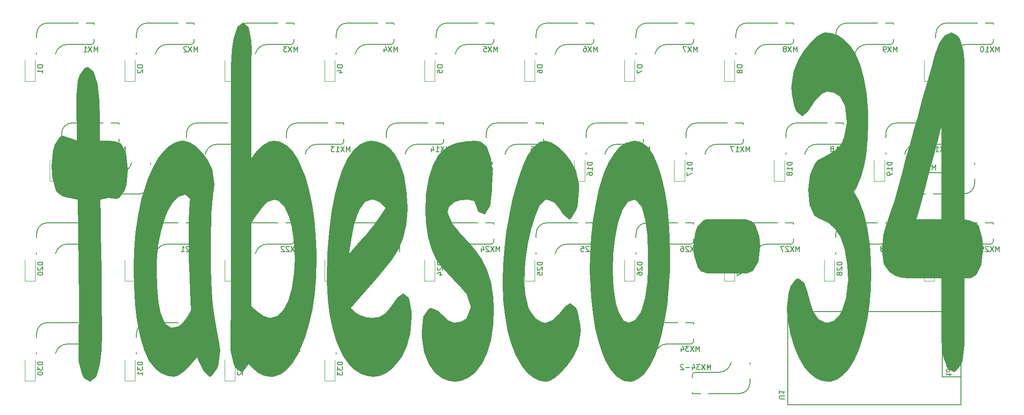
<source format=gbr>
%TF.GenerationSoftware,KiCad,Pcbnew,8.0.7*%
%TF.CreationDate,2024-12-13T12:37:35-07:00*%
%TF.ProjectId,tabesco-48,74616265-7363-46f2-9d34-382e6b696361,rev?*%
%TF.SameCoordinates,Original*%
%TF.FileFunction,Legend,Bot*%
%TF.FilePolarity,Positive*%
%FSLAX46Y46*%
G04 Gerber Fmt 4.6, Leading zero omitted, Abs format (unit mm)*
G04 Created by KiCad (PCBNEW 8.0.7) date 2024-12-13 12:37:35*
%MOMM*%
%LPD*%
G01*
G04 APERTURE LIST*
%ADD10C,5.000000*%
%ADD11C,0.150000*%
%ADD12C,0.120000*%
G04 APERTURE END LIST*
D10*
G36*
X63430366Y-73585989D02*
G01*
X62643904Y-73527371D01*
X61863060Y-73468753D01*
X60726788Y-73665530D01*
X60363165Y-73791153D01*
X60413361Y-76734103D01*
X60472609Y-80350691D01*
X60523079Y-83616027D01*
X60573824Y-87203749D01*
X60610854Y-90242641D01*
X60639655Y-93575053D01*
X60644044Y-94996317D01*
X60660897Y-96945375D01*
X60677749Y-99260797D01*
X60597172Y-102398364D01*
X60299484Y-105238403D01*
X59594433Y-107591578D01*
X58385775Y-108493177D01*
X57258895Y-107781543D01*
X56885879Y-107115647D01*
X56244399Y-104651590D01*
X56189299Y-103481314D01*
X56214578Y-100475295D01*
X56234239Y-99114252D01*
X56276453Y-96167824D01*
X56284798Y-94747190D01*
X56267243Y-91601952D01*
X56231036Y-88326999D01*
X56185777Y-84998093D01*
X56139695Y-81942386D01*
X56084836Y-78537717D01*
X56021199Y-74784086D01*
X56003918Y-73791153D01*
X54862572Y-73567685D01*
X53633111Y-73245170D01*
X53037833Y-73073079D01*
X51908836Y-72141927D01*
X51178763Y-69679630D01*
X51054825Y-67431070D01*
X51313690Y-64553765D01*
X51655907Y-63298481D01*
X52647016Y-61764559D01*
X53206361Y-61598550D01*
X54343527Y-61895306D01*
X55510964Y-62368831D01*
X55891567Y-62536443D01*
X55841008Y-59524929D01*
X55812920Y-58081453D01*
X55758429Y-55085438D01*
X55751127Y-53934210D01*
X56056473Y-51071016D01*
X56397149Y-50021439D01*
X57417948Y-48619753D01*
X57964456Y-48468055D01*
X59094117Y-49304997D01*
X59854071Y-51815823D01*
X60189546Y-54925941D01*
X60299089Y-58397700D01*
X60301371Y-59048655D01*
X60267666Y-62536443D01*
X61395747Y-62536443D01*
X61863060Y-62536443D01*
X63065399Y-62622997D01*
X64211573Y-63041940D01*
X64346033Y-63151935D01*
X65294000Y-64972765D01*
X65608755Y-67910907D01*
X65609989Y-68149144D01*
X65317919Y-70985891D01*
X64992055Y-72032605D01*
X63990808Y-73434292D01*
X63430366Y-73585989D01*
G37*
G36*
X77452211Y-62843502D02*
G01*
X78546323Y-63568503D01*
X79609824Y-64585636D01*
X79732599Y-64719974D01*
X80777119Y-66092008D01*
X81663096Y-67956459D01*
X82120073Y-70845585D01*
X81754930Y-73410135D01*
X81556910Y-76306244D01*
X81507756Y-77484105D01*
X81439621Y-80501630D01*
X81423493Y-83214042D01*
X81443922Y-86398091D01*
X81517302Y-89528674D01*
X81684074Y-92679407D01*
X81850429Y-94380825D01*
X82308092Y-97068093D01*
X82575098Y-98586687D01*
X83038548Y-101327092D01*
X83193032Y-102572730D01*
X82832804Y-105378165D01*
X82552627Y-106133791D01*
X81530474Y-107442842D01*
X81075202Y-107555285D01*
X79989779Y-106391448D01*
X79060464Y-104534339D01*
X78771992Y-103876987D01*
X77729755Y-105114154D01*
X76637617Y-106239751D01*
X76210373Y-106617392D01*
X75070245Y-107375766D01*
X74328482Y-107555285D01*
X73186368Y-107426485D01*
X71938210Y-106931893D01*
X70823559Y-106066357D01*
X69691868Y-104587734D01*
X68741892Y-102604215D01*
X68621015Y-102279639D01*
X67878984Y-99714087D01*
X67319206Y-96646445D01*
X66984455Y-93617414D01*
X66783604Y-90219500D01*
X66721091Y-87229395D01*
X71092753Y-87229395D01*
X71166813Y-90373258D01*
X71451203Y-93450718D01*
X71851127Y-95435954D01*
X72728738Y-97402944D01*
X73848524Y-98152274D01*
X74126249Y-98176359D01*
X75251335Y-97881880D01*
X75980052Y-97341049D01*
X77035983Y-95987791D01*
X77631622Y-94879081D01*
X77471258Y-91418141D01*
X77344072Y-88300323D01*
X77237623Y-85096539D01*
X77171266Y-82006944D01*
X77159745Y-80385710D01*
X77227156Y-77396178D01*
X77390330Y-74391934D01*
X77440625Y-73629953D01*
X76878866Y-73043770D01*
X76463165Y-72853261D01*
X75295585Y-73196384D01*
X74213322Y-74225753D01*
X73216376Y-75941368D01*
X72699382Y-77191014D01*
X71922740Y-79738805D01*
X71400272Y-82502208D01*
X71131977Y-85481222D01*
X71092753Y-87229395D01*
X66721091Y-87229395D01*
X66718514Y-87106119D01*
X66716654Y-86452703D01*
X66785228Y-83440072D01*
X67048552Y-80008155D01*
X67509370Y-76776135D01*
X68167681Y-73744013D01*
X68867136Y-71369943D01*
X69525447Y-69570637D01*
X70431968Y-67544185D01*
X71392526Y-65861199D01*
X72407120Y-64521679D01*
X73475750Y-63525627D01*
X74598417Y-62873040D01*
X75775120Y-62563920D01*
X76260932Y-62536443D01*
X77452211Y-62843502D01*
G37*
G36*
X88635831Y-40888035D02*
G01*
X89172491Y-43471075D01*
X89231936Y-45244049D01*
X89175761Y-47119834D01*
X89119585Y-48980965D01*
X89119585Y-65906994D01*
X90194030Y-64513808D01*
X91293848Y-63439445D01*
X91361001Y-63386408D01*
X92483207Y-62723203D01*
X93433890Y-62536443D01*
X94559437Y-62704598D01*
X95818128Y-63350315D01*
X96976491Y-64480320D01*
X98034528Y-66094613D01*
X98992239Y-68193193D01*
X99433472Y-69424091D01*
X100158930Y-71938438D01*
X100734294Y-74645469D01*
X101159563Y-77545185D01*
X101434737Y-80637586D01*
X101559816Y-83922671D01*
X101568154Y-85060518D01*
X101480862Y-88466160D01*
X101218986Y-91670875D01*
X100782526Y-94674661D01*
X100171482Y-97477519D01*
X99385854Y-100079450D01*
X99085181Y-100902109D01*
X98095148Y-103163149D01*
X97020982Y-104956388D01*
X95862684Y-106281825D01*
X94620254Y-107139461D01*
X93293692Y-107529296D01*
X92832809Y-107555285D01*
X91605586Y-107360539D01*
X90413912Y-106776303D01*
X89257786Y-105802575D01*
X88630855Y-105093317D01*
X87612316Y-106522137D01*
X87209606Y-106617392D01*
X86106952Y-105845193D01*
X85743416Y-105122626D01*
X85174635Y-102460073D01*
X85136717Y-101385710D01*
X85181657Y-98337560D01*
X85232166Y-95352721D01*
X85232216Y-95289409D01*
X85232216Y-84497992D01*
X89111191Y-84497992D01*
X89112771Y-87878389D01*
X89115898Y-91165292D01*
X89119585Y-94102389D01*
X90287708Y-95164988D01*
X91472009Y-95937788D01*
X92636610Y-96291988D01*
X92832809Y-96300574D01*
X94016561Y-95990023D01*
X95157749Y-94931044D01*
X96130331Y-93120532D01*
X96869137Y-90730234D01*
X97301269Y-87952048D01*
X97427994Y-85089827D01*
X97303200Y-81954136D01*
X96882408Y-78987616D01*
X96371888Y-77073777D01*
X95439983Y-75073428D01*
X94304265Y-73996317D01*
X93433890Y-73791153D01*
X92305107Y-74231935D01*
X91535146Y-74919555D01*
X90470000Y-76208413D01*
X89451022Y-77721326D01*
X89119585Y-78260797D01*
X89112343Y-81331674D01*
X89111191Y-84497992D01*
X85232216Y-84497992D01*
X85232216Y-48277546D01*
X85374904Y-45298718D01*
X85737798Y-42972591D01*
X86506003Y-40763414D01*
X87541043Y-40027022D01*
X88635831Y-40888035D01*
G37*
G36*
X113120066Y-62659161D02*
G01*
X114335132Y-63099943D01*
X115432931Y-63861293D01*
X116527784Y-65100993D01*
X117458060Y-66761539D01*
X118241450Y-69098943D01*
X118726405Y-71905293D01*
X118912927Y-75180590D01*
X118915258Y-75622975D01*
X118685584Y-78604865D01*
X118078183Y-81105301D01*
X117206942Y-83184390D01*
X116971574Y-83624370D01*
X115956519Y-85175980D01*
X114909459Y-86533532D01*
X113742230Y-87934875D01*
X113415642Y-88313833D01*
X108090171Y-94424789D01*
X109161023Y-95413973D01*
X109921504Y-95831628D01*
X111077322Y-96183338D01*
X112215388Y-96298742D01*
X112387624Y-96300574D01*
X113527357Y-96104669D01*
X114672818Y-95427468D01*
X115785824Y-94123855D01*
X115971643Y-93823952D01*
X116953465Y-92391224D01*
X118078238Y-91611112D01*
X119199561Y-92500289D01*
X119692943Y-95167822D01*
X119718573Y-96256610D01*
X119460734Y-99338936D01*
X118787776Y-101792446D01*
X117838931Y-103718377D01*
X117078308Y-104800225D01*
X115957248Y-106005564D01*
X114801781Y-106866520D01*
X113611906Y-107383093D01*
X112387624Y-107555285D01*
X111241395Y-107440438D01*
X109954266Y-106999427D01*
X108763513Y-106227658D01*
X107669137Y-105125130D01*
X106671138Y-103691845D01*
X106208280Y-102851167D01*
X105307184Y-100750870D01*
X104592522Y-98351756D01*
X104064293Y-95653827D01*
X103722498Y-92657081D01*
X103567137Y-89361520D01*
X103556779Y-88196596D01*
X103608073Y-85014308D01*
X103654169Y-84107971D01*
X107775586Y-84107971D01*
X108890435Y-82839149D01*
X110001993Y-81578913D01*
X111110259Y-80327264D01*
X111331518Y-80077964D01*
X112463401Y-78680871D01*
X113559488Y-77196524D01*
X114568761Y-75646388D01*
X114730157Y-75373847D01*
X113678571Y-74291928D01*
X112482585Y-73829793D01*
X111966305Y-73791153D01*
X110840923Y-74216823D01*
X109786572Y-75627325D01*
X109449627Y-76370358D01*
X108727065Y-78667462D01*
X108164648Y-81410385D01*
X107775586Y-84107971D01*
X103654169Y-84107971D01*
X103761953Y-81988726D01*
X104018420Y-79119850D01*
X104461595Y-75884052D01*
X105052494Y-72873912D01*
X105657756Y-70537839D01*
X106427815Y-68232749D01*
X107456887Y-65982357D01*
X108600504Y-64294562D01*
X109858668Y-63169366D01*
X110994638Y-62661465D01*
X111960687Y-62536443D01*
X113120066Y-62659161D01*
G37*
G36*
X133549068Y-76604831D02*
G01*
X132417454Y-76108350D01*
X131667177Y-74010972D01*
X130536024Y-73794588D01*
X130369515Y-73791153D01*
X129077053Y-73877192D01*
X127907153Y-74195056D01*
X126804104Y-75167767D01*
X126566410Y-76238467D01*
X127461712Y-78400016D01*
X128580841Y-79755564D01*
X128858384Y-80048655D01*
X129958751Y-81218674D01*
X131063292Y-82457371D01*
X132089292Y-83706445D01*
X133088426Y-85133791D01*
X134091165Y-87129561D01*
X134876793Y-89644122D01*
X135299824Y-92443846D01*
X135380401Y-94468753D01*
X135259437Y-97480496D01*
X134824951Y-100510329D01*
X134074477Y-103100524D01*
X133158602Y-105006305D01*
X132852488Y-105488990D01*
X131774614Y-106803322D01*
X130580174Y-107742130D01*
X129439421Y-108255541D01*
X128209422Y-108481442D01*
X127841601Y-108493177D01*
X126688685Y-108343640D01*
X125475419Y-107826723D01*
X124333469Y-106940580D01*
X124004791Y-106602737D01*
X122967644Y-105167505D01*
X122087921Y-102943274D01*
X121655005Y-99944539D01*
X121634170Y-99026324D01*
X121944755Y-96047010D01*
X122973914Y-94537131D01*
X123516061Y-94424789D01*
X124676443Y-94974336D01*
X125617038Y-95831628D01*
X126699805Y-96793334D01*
X127734867Y-97238467D01*
X128985526Y-97093309D01*
X130144812Y-96480093D01*
X130955192Y-94391602D01*
X130959361Y-94204971D01*
X130173135Y-91851581D01*
X129127738Y-90525800D01*
X128729180Y-90116345D01*
X127591619Y-88970713D01*
X126472139Y-87794326D01*
X125361437Y-86535306D01*
X124560932Y-85470846D01*
X123585227Y-83558425D01*
X122820780Y-81021581D01*
X122409155Y-78076699D01*
X122330750Y-75886757D01*
X122449049Y-72858241D01*
X122886096Y-69823757D01*
X123645177Y-67326427D01*
X124726294Y-65366249D01*
X125695684Y-64294991D01*
X126812530Y-63525627D01*
X128000018Y-63032752D01*
X129174050Y-62744240D01*
X130492252Y-62579376D01*
X131700883Y-62536443D01*
X132848088Y-62717836D01*
X133939798Y-63502443D01*
X134037798Y-63635536D01*
X134853083Y-65891553D01*
X135081649Y-68799111D01*
X135082669Y-69043072D01*
X135009284Y-71989500D01*
X134649846Y-74943312D01*
X133643421Y-76597446D01*
X133549068Y-76604831D01*
G37*
G36*
X145351615Y-108493177D02*
G01*
X144089041Y-108313888D01*
X142905069Y-107776019D01*
X141799700Y-106879571D01*
X140772932Y-105624545D01*
X139824767Y-104010939D01*
X139526179Y-103393386D01*
X138682357Y-101251014D01*
X138013118Y-98868559D01*
X137452994Y-95785589D01*
X137162021Y-92882954D01*
X137045631Y-89740235D01*
X137043207Y-89193107D01*
X137121611Y-86125093D01*
X137356826Y-83021014D01*
X137748850Y-79880872D01*
X138297684Y-76704665D01*
X138874830Y-74030278D01*
X139273388Y-72413624D01*
X140083385Y-69568147D01*
X140933428Y-67204954D01*
X141823519Y-65324046D01*
X142944491Y-63703571D01*
X144123131Y-62777585D01*
X145149382Y-62536443D01*
X146346027Y-62825627D01*
X147546786Y-63590413D01*
X148719402Y-64687402D01*
X148991811Y-64983756D01*
X150031530Y-66348678D01*
X150993076Y-68233407D01*
X151595019Y-70735318D01*
X151660164Y-71944677D01*
X151356814Y-74890246D01*
X151120876Y-75754866D01*
X150134051Y-77401301D01*
X149654686Y-77542724D01*
X148535377Y-76573690D01*
X148019969Y-75666938D01*
X147000486Y-74384663D01*
X145833960Y-73857099D01*
X145149382Y-73791153D01*
X144047875Y-74876679D01*
X143212369Y-76981270D01*
X142514735Y-79462472D01*
X141919973Y-82103043D01*
X141453988Y-84852535D01*
X141176521Y-87895033D01*
X141155279Y-88914670D01*
X141353683Y-91829986D01*
X142011116Y-94352861D01*
X142357442Y-95098899D01*
X143399954Y-96484186D01*
X144576224Y-97136085D01*
X145357233Y-97238467D01*
X146532713Y-96769520D01*
X147663587Y-95697905D01*
X147946940Y-95362682D01*
X149007566Y-94148184D01*
X149890625Y-93486897D01*
X150990377Y-94342371D01*
X151351197Y-95142863D01*
X151909905Y-97765573D01*
X151957896Y-98923742D01*
X151514732Y-101624176D01*
X150570714Y-103698141D01*
X149437893Y-105355253D01*
X149272690Y-105562263D01*
X148126000Y-106844538D01*
X146968591Y-107849177D01*
X145847269Y-108421622D01*
X145351615Y-108493177D01*
G37*
G36*
X163427118Y-62772404D02*
G01*
X164640528Y-63644151D01*
X165730285Y-65158237D01*
X166696389Y-67314663D01*
X167310757Y-69248236D01*
X167963044Y-72027868D01*
X168455121Y-75083790D01*
X168749386Y-77923055D01*
X168925945Y-80965310D01*
X168984798Y-84210553D01*
X168936933Y-87181610D01*
X168753133Y-90562694D01*
X168431482Y-93742851D01*
X167971981Y-96722079D01*
X167374630Y-99500380D01*
X167024260Y-100814182D01*
X166147851Y-103423840D01*
X165165981Y-105493570D01*
X164078649Y-107023369D01*
X162885855Y-108013240D01*
X161587601Y-108463181D01*
X161131413Y-108493177D01*
X159892659Y-108238625D01*
X158732397Y-107474971D01*
X157650628Y-106202213D01*
X156647351Y-104420351D01*
X156109292Y-103173568D01*
X155322610Y-100849330D01*
X154689974Y-98251006D01*
X154211382Y-95378596D01*
X153886834Y-92232099D01*
X153716332Y-88811516D01*
X153693730Y-87610414D01*
X153694297Y-87551795D01*
X158069829Y-87551795D01*
X158196614Y-90683552D01*
X158624121Y-93475934D01*
X159142788Y-95142863D01*
X160130885Y-96778007D01*
X161137031Y-97238467D01*
X162271410Y-96772841D01*
X163266008Y-95375962D01*
X163524504Y-94805808D01*
X164237323Y-92389178D01*
X164648373Y-89403767D01*
X164754756Y-87097504D01*
X164757301Y-83988445D01*
X164625447Y-80683009D01*
X164269169Y-77568455D01*
X163580439Y-75109492D01*
X162433223Y-73848283D01*
X162086403Y-73791153D01*
X160951694Y-74223063D01*
X159888533Y-75759345D01*
X159090222Y-78120677D01*
X159019201Y-78407343D01*
X158478689Y-81253221D01*
X158182011Y-84110862D01*
X158070756Y-87226103D01*
X158069829Y-87551795D01*
X153694297Y-87551795D01*
X153726645Y-84207863D01*
X153909656Y-80946477D01*
X154242761Y-77826255D01*
X154725961Y-74847198D01*
X155359256Y-72009306D01*
X155603709Y-71094712D01*
X156400868Y-68629195D01*
X157289643Y-66581562D01*
X158270032Y-64951814D01*
X159342037Y-63739950D01*
X160505656Y-62945970D01*
X161760890Y-62569874D01*
X162288636Y-62536443D01*
X163427118Y-62772404D01*
G37*
G36*
X183742195Y-87859541D02*
G01*
X182439968Y-87859541D01*
X181184504Y-87859541D01*
X179955739Y-87859541D01*
X178561025Y-87859541D01*
X177325771Y-87859541D01*
X175984309Y-87859541D01*
X174854648Y-87390137D01*
X174265328Y-86657867D01*
X173517048Y-84437928D01*
X173394602Y-82715787D01*
X173769592Y-79907004D01*
X174265328Y-78788362D01*
X175340185Y-77689913D01*
X175984309Y-77542724D01*
X177207039Y-77542724D01*
X178426450Y-77542724D01*
X179576563Y-77542724D01*
X179731239Y-77542724D01*
X180900750Y-77542724D01*
X182030954Y-77542724D01*
X183232371Y-77542724D01*
X183478168Y-77542724D01*
X184607829Y-77960608D01*
X185197149Y-78612507D01*
X185989838Y-80718458D01*
X186146521Y-82701132D01*
X185808413Y-85624719D01*
X184794088Y-87361286D01*
X183742195Y-87859541D01*
G37*
G36*
X204061001Y-72237769D02*
G01*
X204998024Y-73900934D01*
X205912813Y-76273600D01*
X206598905Y-79057396D01*
X207056299Y-82252322D01*
X207262762Y-85228817D01*
X207313583Y-87815578D01*
X207229649Y-90965681D01*
X206977845Y-93931342D01*
X206558172Y-96712562D01*
X205970629Y-99309341D01*
X205215218Y-101721678D01*
X204926110Y-102484803D01*
X203996575Y-104526711D01*
X202994362Y-106146156D01*
X201919472Y-107343137D01*
X200771905Y-108117654D01*
X199551660Y-108469707D01*
X199128761Y-108493177D01*
X197890435Y-108316406D01*
X196714604Y-107786094D01*
X195601269Y-106902240D01*
X194550429Y-105664845D01*
X193593772Y-104088348D01*
X192679510Y-101958627D01*
X191956246Y-99479028D01*
X191423979Y-96649550D01*
X191370876Y-96271265D01*
X191247289Y-94322207D01*
X191554539Y-91482770D01*
X191960722Y-90277546D01*
X192962452Y-88941976D01*
X193477470Y-88797434D01*
X194566755Y-89644651D01*
X195072865Y-90966310D01*
X195753514Y-93453351D01*
X196241322Y-95069590D01*
X197276165Y-96552221D01*
X198449011Y-97162217D01*
X199134379Y-97238467D01*
X200291854Y-96849076D01*
X201326949Y-95680903D01*
X201763409Y-94879081D01*
X202535278Y-92632295D01*
X202882620Y-89820377D01*
X202892544Y-89207762D01*
X202763350Y-86206580D01*
X202267247Y-83181327D01*
X201399067Y-80784618D01*
X200391358Y-79267498D01*
X199125261Y-78186866D01*
X197926346Y-77636633D01*
X197600778Y-77542724D01*
X196476548Y-76833422D01*
X195549909Y-74809374D01*
X195275098Y-71871405D01*
X195620250Y-68920169D01*
X196558853Y-66888006D01*
X197078343Y-66288013D01*
X198250427Y-65638017D01*
X199418528Y-64977631D01*
X200476982Y-64368264D01*
X201561000Y-63200679D01*
X202083611Y-62199388D01*
X202621731Y-59583847D01*
X202639752Y-59019346D01*
X202306976Y-55928147D01*
X201372389Y-54124948D01*
X200229523Y-53363598D01*
X198960234Y-53157518D01*
X197833688Y-53606314D01*
X196706737Y-54826765D01*
X196252558Y-55502249D01*
X195214253Y-57020371D01*
X194247079Y-57846980D01*
X193136004Y-57029645D01*
X192713479Y-56117741D01*
X192145751Y-53518386D01*
X192084309Y-52190316D01*
X192522837Y-49289884D01*
X193456980Y-47065366D01*
X194419667Y-45511610D01*
X194741427Y-45068195D01*
X195869157Y-43683338D01*
X197006916Y-42598327D01*
X198108489Y-41980087D01*
X198595091Y-41902807D01*
X199889725Y-42048609D01*
X201085612Y-42486013D01*
X202182753Y-43215021D01*
X203337946Y-44434084D01*
X204358733Y-46050051D01*
X205289009Y-48237632D01*
X205990796Y-50799677D01*
X206464094Y-53736187D01*
X206708903Y-57047161D01*
X206746207Y-59107273D01*
X206666552Y-62148354D01*
X206397961Y-65094610D01*
X206072097Y-67050051D01*
X205417692Y-69489836D01*
X204540778Y-71474930D01*
X204061001Y-72237769D01*
G37*
G36*
X223775890Y-42426637D02*
G01*
X224273074Y-43119137D01*
X224981466Y-45528211D01*
X225076389Y-47193107D01*
X225093241Y-77542724D01*
X226251430Y-77731344D01*
X227423135Y-78259882D01*
X227857093Y-78700435D01*
X228540716Y-81159998D01*
X228632320Y-83214042D01*
X228337397Y-86196248D01*
X227430157Y-88079360D01*
X226270477Y-88746544D01*
X225093241Y-88797434D01*
X225109041Y-91781471D01*
X225111499Y-94886408D01*
X225100614Y-98112245D01*
X225076389Y-101458983D01*
X224750920Y-104385318D01*
X224509013Y-105166590D01*
X223458875Y-106526717D01*
X223009117Y-106617392D01*
X221855757Y-105975196D01*
X221041207Y-103755257D01*
X220743475Y-100837624D01*
X220717142Y-98498760D01*
X220717142Y-88797434D01*
X214414211Y-88797434D01*
X213225302Y-88713857D01*
X211962086Y-88374326D01*
X210773177Y-87622134D01*
X209742789Y-86034174D01*
X209341532Y-83448516D01*
X209654438Y-80582574D01*
X210229110Y-78407343D01*
X210524175Y-77542724D01*
X215992753Y-77542724D01*
X220717142Y-77542724D01*
X220717142Y-59722765D01*
X220083781Y-62197785D01*
X219333900Y-65072600D01*
X218619989Y-67773677D01*
X217825161Y-70752391D01*
X217131038Y-73335259D01*
X216385128Y-76095814D01*
X215992753Y-77542724D01*
X210524175Y-77542724D01*
X211003827Y-76137216D01*
X211695300Y-74113554D01*
X212373185Y-71621819D01*
X213134455Y-68843404D01*
X213979112Y-65778309D01*
X214667326Y-63291354D01*
X215402446Y-60643141D01*
X216184469Y-57833671D01*
X217013398Y-54862943D01*
X217889231Y-51730958D01*
X218811969Y-48437715D01*
X219453186Y-46152633D01*
X220295055Y-43911514D01*
X221282851Y-42500439D01*
X222416572Y-41919408D01*
X222660827Y-41902807D01*
X223775890Y-42426637D01*
G37*
D11*
X154156319Y-66652714D02*
X153156319Y-66652714D01*
X153156319Y-66652714D02*
X153156319Y-66890809D01*
X153156319Y-66890809D02*
X153203938Y-67033666D01*
X153203938Y-67033666D02*
X153299176Y-67128904D01*
X153299176Y-67128904D02*
X153394414Y-67176523D01*
X153394414Y-67176523D02*
X153584890Y-67224142D01*
X153584890Y-67224142D02*
X153727747Y-67224142D01*
X153727747Y-67224142D02*
X153918223Y-67176523D01*
X153918223Y-67176523D02*
X154013461Y-67128904D01*
X154013461Y-67128904D02*
X154108700Y-67033666D01*
X154108700Y-67033666D02*
X154156319Y-66890809D01*
X154156319Y-66890809D02*
X154156319Y-66652714D01*
X154156319Y-68176523D02*
X154156319Y-67605095D01*
X154156319Y-67890809D02*
X153156319Y-67890809D01*
X153156319Y-67890809D02*
X153299176Y-67795571D01*
X153299176Y-67795571D02*
X153394414Y-67700333D01*
X153394414Y-67700333D02*
X153442033Y-67605095D01*
X153156319Y-69033666D02*
X153156319Y-68843190D01*
X153156319Y-68843190D02*
X153203938Y-68747952D01*
X153203938Y-68747952D02*
X153251557Y-68700333D01*
X153251557Y-68700333D02*
X153394414Y-68605095D01*
X153394414Y-68605095D02*
X153584890Y-68557476D01*
X153584890Y-68557476D02*
X153965842Y-68557476D01*
X153965842Y-68557476D02*
X154061080Y-68605095D01*
X154061080Y-68605095D02*
X154108700Y-68652714D01*
X154108700Y-68652714D02*
X154156319Y-68747952D01*
X154156319Y-68747952D02*
X154156319Y-68938428D01*
X154156319Y-68938428D02*
X154108700Y-69033666D01*
X154108700Y-69033666D02*
X154061080Y-69081285D01*
X154061080Y-69081285D02*
X153965842Y-69128904D01*
X153965842Y-69128904D02*
X153727747Y-69128904D01*
X153727747Y-69128904D02*
X153632509Y-69081285D01*
X153632509Y-69081285D02*
X153584890Y-69033666D01*
X153584890Y-69033666D02*
X153537271Y-68938428D01*
X153537271Y-68938428D02*
X153537271Y-68747952D01*
X153537271Y-68747952D02*
X153584890Y-68652714D01*
X153584890Y-68652714D02*
X153632509Y-68605095D01*
X153632509Y-68605095D02*
X153727747Y-68557476D01*
X49381319Y-85702714D02*
X48381319Y-85702714D01*
X48381319Y-85702714D02*
X48381319Y-85940809D01*
X48381319Y-85940809D02*
X48428938Y-86083666D01*
X48428938Y-86083666D02*
X48524176Y-86178904D01*
X48524176Y-86178904D02*
X48619414Y-86226523D01*
X48619414Y-86226523D02*
X48809890Y-86274142D01*
X48809890Y-86274142D02*
X48952747Y-86274142D01*
X48952747Y-86274142D02*
X49143223Y-86226523D01*
X49143223Y-86226523D02*
X49238461Y-86178904D01*
X49238461Y-86178904D02*
X49333700Y-86083666D01*
X49333700Y-86083666D02*
X49381319Y-85940809D01*
X49381319Y-85940809D02*
X49381319Y-85702714D01*
X48476557Y-86655095D02*
X48428938Y-86702714D01*
X48428938Y-86702714D02*
X48381319Y-86797952D01*
X48381319Y-86797952D02*
X48381319Y-87036047D01*
X48381319Y-87036047D02*
X48428938Y-87131285D01*
X48428938Y-87131285D02*
X48476557Y-87178904D01*
X48476557Y-87178904D02*
X48571795Y-87226523D01*
X48571795Y-87226523D02*
X48667033Y-87226523D01*
X48667033Y-87226523D02*
X48809890Y-87178904D01*
X48809890Y-87178904D02*
X49381319Y-86607476D01*
X49381319Y-86607476D02*
X49381319Y-87226523D01*
X48381319Y-87845571D02*
X48381319Y-87940809D01*
X48381319Y-87940809D02*
X48428938Y-88036047D01*
X48428938Y-88036047D02*
X48476557Y-88083666D01*
X48476557Y-88083666D02*
X48571795Y-88131285D01*
X48571795Y-88131285D02*
X48762271Y-88178904D01*
X48762271Y-88178904D02*
X49000366Y-88178904D01*
X49000366Y-88178904D02*
X49190842Y-88131285D01*
X49190842Y-88131285D02*
X49286080Y-88083666D01*
X49286080Y-88083666D02*
X49333700Y-88036047D01*
X49333700Y-88036047D02*
X49381319Y-87940809D01*
X49381319Y-87940809D02*
X49381319Y-87845571D01*
X49381319Y-87845571D02*
X49333700Y-87750333D01*
X49333700Y-87750333D02*
X49286080Y-87702714D01*
X49286080Y-87702714D02*
X49190842Y-87655095D01*
X49190842Y-87655095D02*
X49000366Y-87607476D01*
X49000366Y-87607476D02*
X48762271Y-87607476D01*
X48762271Y-87607476D02*
X48571795Y-87655095D01*
X48571795Y-87655095D02*
X48476557Y-87702714D01*
X48476557Y-87702714D02*
X48428938Y-87750333D01*
X48428938Y-87750333D02*
X48381319Y-87845571D01*
X87481319Y-48078905D02*
X86481319Y-48078905D01*
X86481319Y-48078905D02*
X86481319Y-48317000D01*
X86481319Y-48317000D02*
X86528938Y-48459857D01*
X86528938Y-48459857D02*
X86624176Y-48555095D01*
X86624176Y-48555095D02*
X86719414Y-48602714D01*
X86719414Y-48602714D02*
X86909890Y-48650333D01*
X86909890Y-48650333D02*
X87052747Y-48650333D01*
X87052747Y-48650333D02*
X87243223Y-48602714D01*
X87243223Y-48602714D02*
X87338461Y-48555095D01*
X87338461Y-48555095D02*
X87433700Y-48459857D01*
X87433700Y-48459857D02*
X87481319Y-48317000D01*
X87481319Y-48317000D02*
X87481319Y-48078905D01*
X86481319Y-48983667D02*
X86481319Y-49602714D01*
X86481319Y-49602714D02*
X86862271Y-49269381D01*
X86862271Y-49269381D02*
X86862271Y-49412238D01*
X86862271Y-49412238D02*
X86909890Y-49507476D01*
X86909890Y-49507476D02*
X86957509Y-49555095D01*
X86957509Y-49555095D02*
X87052747Y-49602714D01*
X87052747Y-49602714D02*
X87290842Y-49602714D01*
X87290842Y-49602714D02*
X87386080Y-49555095D01*
X87386080Y-49555095D02*
X87433700Y-49507476D01*
X87433700Y-49507476D02*
X87481319Y-49412238D01*
X87481319Y-49412238D02*
X87481319Y-49126524D01*
X87481319Y-49126524D02*
X87433700Y-49031286D01*
X87433700Y-49031286D02*
X87386080Y-48983667D01*
X144631319Y-85702714D02*
X143631319Y-85702714D01*
X143631319Y-85702714D02*
X143631319Y-85940809D01*
X143631319Y-85940809D02*
X143678938Y-86083666D01*
X143678938Y-86083666D02*
X143774176Y-86178904D01*
X143774176Y-86178904D02*
X143869414Y-86226523D01*
X143869414Y-86226523D02*
X144059890Y-86274142D01*
X144059890Y-86274142D02*
X144202747Y-86274142D01*
X144202747Y-86274142D02*
X144393223Y-86226523D01*
X144393223Y-86226523D02*
X144488461Y-86178904D01*
X144488461Y-86178904D02*
X144583700Y-86083666D01*
X144583700Y-86083666D02*
X144631319Y-85940809D01*
X144631319Y-85940809D02*
X144631319Y-85702714D01*
X143726557Y-86655095D02*
X143678938Y-86702714D01*
X143678938Y-86702714D02*
X143631319Y-86797952D01*
X143631319Y-86797952D02*
X143631319Y-87036047D01*
X143631319Y-87036047D02*
X143678938Y-87131285D01*
X143678938Y-87131285D02*
X143726557Y-87178904D01*
X143726557Y-87178904D02*
X143821795Y-87226523D01*
X143821795Y-87226523D02*
X143917033Y-87226523D01*
X143917033Y-87226523D02*
X144059890Y-87178904D01*
X144059890Y-87178904D02*
X144631319Y-86607476D01*
X144631319Y-86607476D02*
X144631319Y-87226523D01*
X143631319Y-88131285D02*
X143631319Y-87655095D01*
X143631319Y-87655095D02*
X144107509Y-87607476D01*
X144107509Y-87607476D02*
X144059890Y-87655095D01*
X144059890Y-87655095D02*
X144012271Y-87750333D01*
X144012271Y-87750333D02*
X144012271Y-87988428D01*
X144012271Y-87988428D02*
X144059890Y-88083666D01*
X144059890Y-88083666D02*
X144107509Y-88131285D01*
X144107509Y-88131285D02*
X144202747Y-88178904D01*
X144202747Y-88178904D02*
X144440842Y-88178904D01*
X144440842Y-88178904D02*
X144536080Y-88131285D01*
X144536080Y-88131285D02*
X144583700Y-88083666D01*
X144583700Y-88083666D02*
X144631319Y-87988428D01*
X144631319Y-87988428D02*
X144631319Y-87750333D01*
X144631319Y-87750333D02*
X144583700Y-87655095D01*
X144583700Y-87655095D02*
X144536080Y-87607476D01*
X49381319Y-104752714D02*
X48381319Y-104752714D01*
X48381319Y-104752714D02*
X48381319Y-104990809D01*
X48381319Y-104990809D02*
X48428938Y-105133666D01*
X48428938Y-105133666D02*
X48524176Y-105228904D01*
X48524176Y-105228904D02*
X48619414Y-105276523D01*
X48619414Y-105276523D02*
X48809890Y-105324142D01*
X48809890Y-105324142D02*
X48952747Y-105324142D01*
X48952747Y-105324142D02*
X49143223Y-105276523D01*
X49143223Y-105276523D02*
X49238461Y-105228904D01*
X49238461Y-105228904D02*
X49333700Y-105133666D01*
X49333700Y-105133666D02*
X49381319Y-104990809D01*
X49381319Y-104990809D02*
X49381319Y-104752714D01*
X48381319Y-105657476D02*
X48381319Y-106276523D01*
X48381319Y-106276523D02*
X48762271Y-105943190D01*
X48762271Y-105943190D02*
X48762271Y-106086047D01*
X48762271Y-106086047D02*
X48809890Y-106181285D01*
X48809890Y-106181285D02*
X48857509Y-106228904D01*
X48857509Y-106228904D02*
X48952747Y-106276523D01*
X48952747Y-106276523D02*
X49190842Y-106276523D01*
X49190842Y-106276523D02*
X49286080Y-106228904D01*
X49286080Y-106228904D02*
X49333700Y-106181285D01*
X49333700Y-106181285D02*
X49381319Y-106086047D01*
X49381319Y-106086047D02*
X49381319Y-105800333D01*
X49381319Y-105800333D02*
X49333700Y-105705095D01*
X49333700Y-105705095D02*
X49286080Y-105657476D01*
X48381319Y-106895571D02*
X48381319Y-106990809D01*
X48381319Y-106990809D02*
X48428938Y-107086047D01*
X48428938Y-107086047D02*
X48476557Y-107133666D01*
X48476557Y-107133666D02*
X48571795Y-107181285D01*
X48571795Y-107181285D02*
X48762271Y-107228904D01*
X48762271Y-107228904D02*
X49000366Y-107228904D01*
X49000366Y-107228904D02*
X49190842Y-107181285D01*
X49190842Y-107181285D02*
X49286080Y-107133666D01*
X49286080Y-107133666D02*
X49333700Y-107086047D01*
X49333700Y-107086047D02*
X49381319Y-106990809D01*
X49381319Y-106990809D02*
X49381319Y-106895571D01*
X49381319Y-106895571D02*
X49333700Y-106800333D01*
X49333700Y-106800333D02*
X49286080Y-106752714D01*
X49286080Y-106752714D02*
X49190842Y-106705095D01*
X49190842Y-106705095D02*
X49000366Y-106657476D01*
X49000366Y-106657476D02*
X48762271Y-106657476D01*
X48762271Y-106657476D02*
X48571795Y-106705095D01*
X48571795Y-106705095D02*
X48476557Y-106752714D01*
X48476557Y-106752714D02*
X48428938Y-106800333D01*
X48428938Y-106800333D02*
X48381319Y-106895571D01*
X163681319Y-104752714D02*
X162681319Y-104752714D01*
X162681319Y-104752714D02*
X162681319Y-104990809D01*
X162681319Y-104990809D02*
X162728938Y-105133666D01*
X162728938Y-105133666D02*
X162824176Y-105228904D01*
X162824176Y-105228904D02*
X162919414Y-105276523D01*
X162919414Y-105276523D02*
X163109890Y-105324142D01*
X163109890Y-105324142D02*
X163252747Y-105324142D01*
X163252747Y-105324142D02*
X163443223Y-105276523D01*
X163443223Y-105276523D02*
X163538461Y-105228904D01*
X163538461Y-105228904D02*
X163633700Y-105133666D01*
X163633700Y-105133666D02*
X163681319Y-104990809D01*
X163681319Y-104990809D02*
X163681319Y-104752714D01*
X162681319Y-105657476D02*
X162681319Y-106276523D01*
X162681319Y-106276523D02*
X163062271Y-105943190D01*
X163062271Y-105943190D02*
X163062271Y-106086047D01*
X163062271Y-106086047D02*
X163109890Y-106181285D01*
X163109890Y-106181285D02*
X163157509Y-106228904D01*
X163157509Y-106228904D02*
X163252747Y-106276523D01*
X163252747Y-106276523D02*
X163490842Y-106276523D01*
X163490842Y-106276523D02*
X163586080Y-106228904D01*
X163586080Y-106228904D02*
X163633700Y-106181285D01*
X163633700Y-106181285D02*
X163681319Y-106086047D01*
X163681319Y-106086047D02*
X163681319Y-105800333D01*
X163681319Y-105800333D02*
X163633700Y-105705095D01*
X163633700Y-105705095D02*
X163586080Y-105657476D01*
X163014652Y-107133666D02*
X163681319Y-107133666D01*
X162633700Y-106895571D02*
X163347985Y-106657476D01*
X163347985Y-106657476D02*
X163347985Y-107276523D01*
X116972213Y-45554319D02*
X116972213Y-44554319D01*
X116972213Y-44554319D02*
X116638880Y-45268604D01*
X116638880Y-45268604D02*
X116305547Y-44554319D01*
X116305547Y-44554319D02*
X116305547Y-45554319D01*
X115924594Y-44554319D02*
X115257928Y-45554319D01*
X115257928Y-44554319D02*
X115924594Y-45554319D01*
X114448404Y-44887652D02*
X114448404Y-45554319D01*
X114686499Y-44506700D02*
X114924594Y-45220985D01*
X114924594Y-45220985D02*
X114305547Y-45220985D01*
X163681319Y-48078905D02*
X162681319Y-48078905D01*
X162681319Y-48078905D02*
X162681319Y-48317000D01*
X162681319Y-48317000D02*
X162728938Y-48459857D01*
X162728938Y-48459857D02*
X162824176Y-48555095D01*
X162824176Y-48555095D02*
X162919414Y-48602714D01*
X162919414Y-48602714D02*
X163109890Y-48650333D01*
X163109890Y-48650333D02*
X163252747Y-48650333D01*
X163252747Y-48650333D02*
X163443223Y-48602714D01*
X163443223Y-48602714D02*
X163538461Y-48555095D01*
X163538461Y-48555095D02*
X163633700Y-48459857D01*
X163633700Y-48459857D02*
X163681319Y-48317000D01*
X163681319Y-48317000D02*
X163681319Y-48078905D01*
X162681319Y-48983667D02*
X162681319Y-49650333D01*
X162681319Y-49650333D02*
X163681319Y-49221762D01*
X78872213Y-45554319D02*
X78872213Y-44554319D01*
X78872213Y-44554319D02*
X78538880Y-45268604D01*
X78538880Y-45268604D02*
X78205547Y-44554319D01*
X78205547Y-44554319D02*
X78205547Y-45554319D01*
X77824594Y-44554319D02*
X77157928Y-45554319D01*
X77157928Y-44554319D02*
X77824594Y-45554319D01*
X76824594Y-44649557D02*
X76776975Y-44601938D01*
X76776975Y-44601938D02*
X76681737Y-44554319D01*
X76681737Y-44554319D02*
X76443642Y-44554319D01*
X76443642Y-44554319D02*
X76348404Y-44601938D01*
X76348404Y-44601938D02*
X76300785Y-44649557D01*
X76300785Y-44649557D02*
X76253166Y-44744795D01*
X76253166Y-44744795D02*
X76253166Y-44840033D01*
X76253166Y-44840033D02*
X76300785Y-44982890D01*
X76300785Y-44982890D02*
X76872213Y-45554319D01*
X76872213Y-45554319D02*
X76253166Y-45554319D01*
X77956319Y-66652714D02*
X76956319Y-66652714D01*
X76956319Y-66652714D02*
X76956319Y-66890809D01*
X76956319Y-66890809D02*
X77003938Y-67033666D01*
X77003938Y-67033666D02*
X77099176Y-67128904D01*
X77099176Y-67128904D02*
X77194414Y-67176523D01*
X77194414Y-67176523D02*
X77384890Y-67224142D01*
X77384890Y-67224142D02*
X77527747Y-67224142D01*
X77527747Y-67224142D02*
X77718223Y-67176523D01*
X77718223Y-67176523D02*
X77813461Y-67128904D01*
X77813461Y-67128904D02*
X77908700Y-67033666D01*
X77908700Y-67033666D02*
X77956319Y-66890809D01*
X77956319Y-66890809D02*
X77956319Y-66652714D01*
X77956319Y-68176523D02*
X77956319Y-67605095D01*
X77956319Y-67890809D02*
X76956319Y-67890809D01*
X76956319Y-67890809D02*
X77099176Y-67795571D01*
X77099176Y-67795571D02*
X77194414Y-67700333D01*
X77194414Y-67700333D02*
X77242033Y-67605095D01*
X77051557Y-68557476D02*
X77003938Y-68605095D01*
X77003938Y-68605095D02*
X76956319Y-68700333D01*
X76956319Y-68700333D02*
X76956319Y-68938428D01*
X76956319Y-68938428D02*
X77003938Y-69033666D01*
X77003938Y-69033666D02*
X77051557Y-69081285D01*
X77051557Y-69081285D02*
X77146795Y-69128904D01*
X77146795Y-69128904D02*
X77242033Y-69128904D01*
X77242033Y-69128904D02*
X77384890Y-69081285D01*
X77384890Y-69081285D02*
X77956319Y-68509857D01*
X77956319Y-68509857D02*
X77956319Y-69128904D01*
X220831319Y-85702714D02*
X219831319Y-85702714D01*
X219831319Y-85702714D02*
X219831319Y-85940809D01*
X219831319Y-85940809D02*
X219878938Y-86083666D01*
X219878938Y-86083666D02*
X219974176Y-86178904D01*
X219974176Y-86178904D02*
X220069414Y-86226523D01*
X220069414Y-86226523D02*
X220259890Y-86274142D01*
X220259890Y-86274142D02*
X220402747Y-86274142D01*
X220402747Y-86274142D02*
X220593223Y-86226523D01*
X220593223Y-86226523D02*
X220688461Y-86178904D01*
X220688461Y-86178904D02*
X220783700Y-86083666D01*
X220783700Y-86083666D02*
X220831319Y-85940809D01*
X220831319Y-85940809D02*
X220831319Y-85702714D01*
X219926557Y-86655095D02*
X219878938Y-86702714D01*
X219878938Y-86702714D02*
X219831319Y-86797952D01*
X219831319Y-86797952D02*
X219831319Y-87036047D01*
X219831319Y-87036047D02*
X219878938Y-87131285D01*
X219878938Y-87131285D02*
X219926557Y-87178904D01*
X219926557Y-87178904D02*
X220021795Y-87226523D01*
X220021795Y-87226523D02*
X220117033Y-87226523D01*
X220117033Y-87226523D02*
X220259890Y-87178904D01*
X220259890Y-87178904D02*
X220831319Y-86607476D01*
X220831319Y-86607476D02*
X220831319Y-87226523D01*
X220831319Y-87702714D02*
X220831319Y-87893190D01*
X220831319Y-87893190D02*
X220783700Y-87988428D01*
X220783700Y-87988428D02*
X220736080Y-88036047D01*
X220736080Y-88036047D02*
X220593223Y-88131285D01*
X220593223Y-88131285D02*
X220402747Y-88178904D01*
X220402747Y-88178904D02*
X220021795Y-88178904D01*
X220021795Y-88178904D02*
X219926557Y-88131285D01*
X219926557Y-88131285D02*
X219878938Y-88083666D01*
X219878938Y-88083666D02*
X219831319Y-87988428D01*
X219831319Y-87988428D02*
X219831319Y-87797952D01*
X219831319Y-87797952D02*
X219878938Y-87702714D01*
X219878938Y-87702714D02*
X219926557Y-87655095D01*
X219926557Y-87655095D02*
X220021795Y-87607476D01*
X220021795Y-87607476D02*
X220259890Y-87607476D01*
X220259890Y-87607476D02*
X220355128Y-87655095D01*
X220355128Y-87655095D02*
X220402747Y-87702714D01*
X220402747Y-87702714D02*
X220450366Y-87797952D01*
X220450366Y-87797952D02*
X220450366Y-87988428D01*
X220450366Y-87988428D02*
X220402747Y-88083666D01*
X220402747Y-88083666D02*
X220355128Y-88131285D01*
X220355128Y-88131285D02*
X220259890Y-88178904D01*
X107923404Y-64604319D02*
X107923404Y-63604319D01*
X107923404Y-63604319D02*
X107590071Y-64318604D01*
X107590071Y-64318604D02*
X107256738Y-63604319D01*
X107256738Y-63604319D02*
X107256738Y-64604319D01*
X106875785Y-63604319D02*
X106209119Y-64604319D01*
X106209119Y-63604319D02*
X106875785Y-64604319D01*
X105304357Y-64604319D02*
X105875785Y-64604319D01*
X105590071Y-64604319D02*
X105590071Y-63604319D01*
X105590071Y-63604319D02*
X105685309Y-63747176D01*
X105685309Y-63747176D02*
X105780547Y-63842414D01*
X105780547Y-63842414D02*
X105875785Y-63890033D01*
X104971023Y-63604319D02*
X104351976Y-63604319D01*
X104351976Y-63604319D02*
X104685309Y-63985271D01*
X104685309Y-63985271D02*
X104542452Y-63985271D01*
X104542452Y-63985271D02*
X104447214Y-64032890D01*
X104447214Y-64032890D02*
X104399595Y-64080509D01*
X104399595Y-64080509D02*
X104351976Y-64175747D01*
X104351976Y-64175747D02*
X104351976Y-64413842D01*
X104351976Y-64413842D02*
X104399595Y-64509080D01*
X104399595Y-64509080D02*
X104447214Y-64556700D01*
X104447214Y-64556700D02*
X104542452Y-64604319D01*
X104542452Y-64604319D02*
X104828166Y-64604319D01*
X104828166Y-64604319D02*
X104923404Y-64556700D01*
X104923404Y-64556700D02*
X104971023Y-64509080D01*
X106531319Y-85702714D02*
X105531319Y-85702714D01*
X105531319Y-85702714D02*
X105531319Y-85940809D01*
X105531319Y-85940809D02*
X105578938Y-86083666D01*
X105578938Y-86083666D02*
X105674176Y-86178904D01*
X105674176Y-86178904D02*
X105769414Y-86226523D01*
X105769414Y-86226523D02*
X105959890Y-86274142D01*
X105959890Y-86274142D02*
X106102747Y-86274142D01*
X106102747Y-86274142D02*
X106293223Y-86226523D01*
X106293223Y-86226523D02*
X106388461Y-86178904D01*
X106388461Y-86178904D02*
X106483700Y-86083666D01*
X106483700Y-86083666D02*
X106531319Y-85940809D01*
X106531319Y-85940809D02*
X106531319Y-85702714D01*
X105626557Y-86655095D02*
X105578938Y-86702714D01*
X105578938Y-86702714D02*
X105531319Y-86797952D01*
X105531319Y-86797952D02*
X105531319Y-87036047D01*
X105531319Y-87036047D02*
X105578938Y-87131285D01*
X105578938Y-87131285D02*
X105626557Y-87178904D01*
X105626557Y-87178904D02*
X105721795Y-87226523D01*
X105721795Y-87226523D02*
X105817033Y-87226523D01*
X105817033Y-87226523D02*
X105959890Y-87178904D01*
X105959890Y-87178904D02*
X106531319Y-86607476D01*
X106531319Y-86607476D02*
X106531319Y-87226523D01*
X105531319Y-87559857D02*
X105531319Y-88178904D01*
X105531319Y-88178904D02*
X105912271Y-87845571D01*
X105912271Y-87845571D02*
X105912271Y-87988428D01*
X105912271Y-87988428D02*
X105959890Y-88083666D01*
X105959890Y-88083666D02*
X106007509Y-88131285D01*
X106007509Y-88131285D02*
X106102747Y-88178904D01*
X106102747Y-88178904D02*
X106340842Y-88178904D01*
X106340842Y-88178904D02*
X106436080Y-88131285D01*
X106436080Y-88131285D02*
X106483700Y-88083666D01*
X106483700Y-88083666D02*
X106531319Y-87988428D01*
X106531319Y-87988428D02*
X106531319Y-87702714D01*
X106531319Y-87702714D02*
X106483700Y-87607476D01*
X106483700Y-87607476D02*
X106436080Y-87559857D01*
X79348404Y-83654319D02*
X79348404Y-82654319D01*
X79348404Y-82654319D02*
X79015071Y-83368604D01*
X79015071Y-83368604D02*
X78681738Y-82654319D01*
X78681738Y-82654319D02*
X78681738Y-83654319D01*
X78300785Y-82654319D02*
X77634119Y-83654319D01*
X77634119Y-82654319D02*
X78300785Y-83654319D01*
X77300785Y-82749557D02*
X77253166Y-82701938D01*
X77253166Y-82701938D02*
X77157928Y-82654319D01*
X77157928Y-82654319D02*
X76919833Y-82654319D01*
X76919833Y-82654319D02*
X76824595Y-82701938D01*
X76824595Y-82701938D02*
X76776976Y-82749557D01*
X76776976Y-82749557D02*
X76729357Y-82844795D01*
X76729357Y-82844795D02*
X76729357Y-82940033D01*
X76729357Y-82940033D02*
X76776976Y-83082890D01*
X76776976Y-83082890D02*
X77348404Y-83654319D01*
X77348404Y-83654319D02*
X76729357Y-83654319D01*
X75776976Y-83654319D02*
X76348404Y-83654319D01*
X76062690Y-83654319D02*
X76062690Y-82654319D01*
X76062690Y-82654319D02*
X76157928Y-82797176D01*
X76157928Y-82797176D02*
X76253166Y-82892414D01*
X76253166Y-82892414D02*
X76348404Y-82940033D01*
X192256319Y-66652714D02*
X191256319Y-66652714D01*
X191256319Y-66652714D02*
X191256319Y-66890809D01*
X191256319Y-66890809D02*
X191303938Y-67033666D01*
X191303938Y-67033666D02*
X191399176Y-67128904D01*
X191399176Y-67128904D02*
X191494414Y-67176523D01*
X191494414Y-67176523D02*
X191684890Y-67224142D01*
X191684890Y-67224142D02*
X191827747Y-67224142D01*
X191827747Y-67224142D02*
X192018223Y-67176523D01*
X192018223Y-67176523D02*
X192113461Y-67128904D01*
X192113461Y-67128904D02*
X192208700Y-67033666D01*
X192208700Y-67033666D02*
X192256319Y-66890809D01*
X192256319Y-66890809D02*
X192256319Y-66652714D01*
X192256319Y-68176523D02*
X192256319Y-67605095D01*
X192256319Y-67890809D02*
X191256319Y-67890809D01*
X191256319Y-67890809D02*
X191399176Y-67795571D01*
X191399176Y-67795571D02*
X191494414Y-67700333D01*
X191494414Y-67700333D02*
X191542033Y-67605095D01*
X191684890Y-68747952D02*
X191637271Y-68652714D01*
X191637271Y-68652714D02*
X191589652Y-68605095D01*
X191589652Y-68605095D02*
X191494414Y-68557476D01*
X191494414Y-68557476D02*
X191446795Y-68557476D01*
X191446795Y-68557476D02*
X191351557Y-68605095D01*
X191351557Y-68605095D02*
X191303938Y-68652714D01*
X191303938Y-68652714D02*
X191256319Y-68747952D01*
X191256319Y-68747952D02*
X191256319Y-68938428D01*
X191256319Y-68938428D02*
X191303938Y-69033666D01*
X191303938Y-69033666D02*
X191351557Y-69081285D01*
X191351557Y-69081285D02*
X191446795Y-69128904D01*
X191446795Y-69128904D02*
X191494414Y-69128904D01*
X191494414Y-69128904D02*
X191589652Y-69081285D01*
X191589652Y-69081285D02*
X191637271Y-69033666D01*
X191637271Y-69033666D02*
X191684890Y-68938428D01*
X191684890Y-68938428D02*
X191684890Y-68747952D01*
X191684890Y-68747952D02*
X191732509Y-68652714D01*
X191732509Y-68652714D02*
X191780128Y-68605095D01*
X191780128Y-68605095D02*
X191875366Y-68557476D01*
X191875366Y-68557476D02*
X192065842Y-68557476D01*
X192065842Y-68557476D02*
X192161080Y-68605095D01*
X192161080Y-68605095D02*
X192208700Y-68652714D01*
X192208700Y-68652714D02*
X192256319Y-68747952D01*
X192256319Y-68747952D02*
X192256319Y-68938428D01*
X192256319Y-68938428D02*
X192208700Y-69033666D01*
X192208700Y-69033666D02*
X192161080Y-69081285D01*
X192161080Y-69081285D02*
X192065842Y-69128904D01*
X192065842Y-69128904D02*
X191875366Y-69128904D01*
X191875366Y-69128904D02*
X191780128Y-69081285D01*
X191780128Y-69081285D02*
X191732509Y-69033666D01*
X191732509Y-69033666D02*
X191684890Y-68938428D01*
X146023404Y-64604319D02*
X146023404Y-63604319D01*
X146023404Y-63604319D02*
X145690071Y-64318604D01*
X145690071Y-64318604D02*
X145356738Y-63604319D01*
X145356738Y-63604319D02*
X145356738Y-64604319D01*
X144975785Y-63604319D02*
X144309119Y-64604319D01*
X144309119Y-63604319D02*
X144975785Y-64604319D01*
X143404357Y-64604319D02*
X143975785Y-64604319D01*
X143690071Y-64604319D02*
X143690071Y-63604319D01*
X143690071Y-63604319D02*
X143785309Y-63747176D01*
X143785309Y-63747176D02*
X143880547Y-63842414D01*
X143880547Y-63842414D02*
X143975785Y-63890033D01*
X142499595Y-63604319D02*
X142975785Y-63604319D01*
X142975785Y-63604319D02*
X143023404Y-64080509D01*
X143023404Y-64080509D02*
X142975785Y-64032890D01*
X142975785Y-64032890D02*
X142880547Y-63985271D01*
X142880547Y-63985271D02*
X142642452Y-63985271D01*
X142642452Y-63985271D02*
X142547214Y-64032890D01*
X142547214Y-64032890D02*
X142499595Y-64080509D01*
X142499595Y-64080509D02*
X142451976Y-64175747D01*
X142451976Y-64175747D02*
X142451976Y-64413842D01*
X142451976Y-64413842D02*
X142499595Y-64509080D01*
X142499595Y-64509080D02*
X142547214Y-64556700D01*
X142547214Y-64556700D02*
X142642452Y-64604319D01*
X142642452Y-64604319D02*
X142880547Y-64604319D01*
X142880547Y-64604319D02*
X142975785Y-64556700D01*
X142975785Y-64556700D02*
X143023404Y-64509080D01*
X65060904Y-64604319D02*
X65060904Y-63604319D01*
X65060904Y-63604319D02*
X64727571Y-64318604D01*
X64727571Y-64318604D02*
X64394238Y-63604319D01*
X64394238Y-63604319D02*
X64394238Y-64604319D01*
X64013285Y-63604319D02*
X63346619Y-64604319D01*
X63346619Y-63604319D02*
X64013285Y-64604319D01*
X62441857Y-64604319D02*
X63013285Y-64604319D01*
X62727571Y-64604319D02*
X62727571Y-63604319D01*
X62727571Y-63604319D02*
X62822809Y-63747176D01*
X62822809Y-63747176D02*
X62918047Y-63842414D01*
X62918047Y-63842414D02*
X63013285Y-63890033D01*
X61489476Y-64604319D02*
X62060904Y-64604319D01*
X61775190Y-64604319D02*
X61775190Y-63604319D01*
X61775190Y-63604319D02*
X61870428Y-63747176D01*
X61870428Y-63747176D02*
X61965666Y-63842414D01*
X61965666Y-63842414D02*
X62060904Y-63890033D01*
X219581142Y-68104319D02*
X219581142Y-67104319D01*
X219581142Y-67104319D02*
X219247809Y-67818604D01*
X219247809Y-67818604D02*
X218914476Y-67104319D01*
X218914476Y-67104319D02*
X218914476Y-68104319D01*
X218533523Y-67104319D02*
X217866857Y-68104319D01*
X217866857Y-67104319D02*
X218533523Y-68104319D01*
X216962095Y-68104319D02*
X217533523Y-68104319D01*
X217247809Y-68104319D02*
X217247809Y-67104319D01*
X217247809Y-67104319D02*
X217343047Y-67247176D01*
X217343047Y-67247176D02*
X217438285Y-67342414D01*
X217438285Y-67342414D02*
X217533523Y-67390033D01*
X216485904Y-68104319D02*
X216295428Y-68104319D01*
X216295428Y-68104319D02*
X216200190Y-68056700D01*
X216200190Y-68056700D02*
X216152571Y-68009080D01*
X216152571Y-68009080D02*
X216057333Y-67866223D01*
X216057333Y-67866223D02*
X216009714Y-67675747D01*
X216009714Y-67675747D02*
X216009714Y-67294795D01*
X216009714Y-67294795D02*
X216057333Y-67199557D01*
X216057333Y-67199557D02*
X216104952Y-67151938D01*
X216104952Y-67151938D02*
X216200190Y-67104319D01*
X216200190Y-67104319D02*
X216390666Y-67104319D01*
X216390666Y-67104319D02*
X216485904Y-67151938D01*
X216485904Y-67151938D02*
X216533523Y-67199557D01*
X216533523Y-67199557D02*
X216581142Y-67294795D01*
X216581142Y-67294795D02*
X216581142Y-67532890D01*
X216581142Y-67532890D02*
X216533523Y-67628128D01*
X216533523Y-67628128D02*
X216485904Y-67675747D01*
X216485904Y-67675747D02*
X216390666Y-67723366D01*
X216390666Y-67723366D02*
X216200190Y-67723366D01*
X216200190Y-67723366D02*
X216104952Y-67675747D01*
X216104952Y-67675747D02*
X216057333Y-67628128D01*
X216057333Y-67628128D02*
X216009714Y-67532890D01*
X215581142Y-67723366D02*
X214819238Y-67723366D01*
X214390666Y-67199557D02*
X214343047Y-67151938D01*
X214343047Y-67151938D02*
X214247809Y-67104319D01*
X214247809Y-67104319D02*
X214009714Y-67104319D01*
X214009714Y-67104319D02*
X213914476Y-67151938D01*
X213914476Y-67151938D02*
X213866857Y-67199557D01*
X213866857Y-67199557D02*
X213819238Y-67294795D01*
X213819238Y-67294795D02*
X213819238Y-67390033D01*
X213819238Y-67390033D02*
X213866857Y-67532890D01*
X213866857Y-67532890D02*
X214438285Y-68104319D01*
X214438285Y-68104319D02*
X213819238Y-68104319D01*
X136498404Y-83654319D02*
X136498404Y-82654319D01*
X136498404Y-82654319D02*
X136165071Y-83368604D01*
X136165071Y-83368604D02*
X135831738Y-82654319D01*
X135831738Y-82654319D02*
X135831738Y-83654319D01*
X135450785Y-82654319D02*
X134784119Y-83654319D01*
X134784119Y-82654319D02*
X135450785Y-83654319D01*
X134450785Y-82749557D02*
X134403166Y-82701938D01*
X134403166Y-82701938D02*
X134307928Y-82654319D01*
X134307928Y-82654319D02*
X134069833Y-82654319D01*
X134069833Y-82654319D02*
X133974595Y-82701938D01*
X133974595Y-82701938D02*
X133926976Y-82749557D01*
X133926976Y-82749557D02*
X133879357Y-82844795D01*
X133879357Y-82844795D02*
X133879357Y-82940033D01*
X133879357Y-82940033D02*
X133926976Y-83082890D01*
X133926976Y-83082890D02*
X134498404Y-83654319D01*
X134498404Y-83654319D02*
X133879357Y-83654319D01*
X133022214Y-82987652D02*
X133022214Y-83654319D01*
X133260309Y-82606700D02*
X133498404Y-83320985D01*
X133498404Y-83320985D02*
X132879357Y-83320985D01*
X193172213Y-45554319D02*
X193172213Y-44554319D01*
X193172213Y-44554319D02*
X192838880Y-45268604D01*
X192838880Y-45268604D02*
X192505547Y-44554319D01*
X192505547Y-44554319D02*
X192505547Y-45554319D01*
X192124594Y-44554319D02*
X191457928Y-45554319D01*
X191457928Y-44554319D02*
X192124594Y-45554319D01*
X190934118Y-44982890D02*
X191029356Y-44935271D01*
X191029356Y-44935271D02*
X191076975Y-44887652D01*
X191076975Y-44887652D02*
X191124594Y-44792414D01*
X191124594Y-44792414D02*
X191124594Y-44744795D01*
X191124594Y-44744795D02*
X191076975Y-44649557D01*
X191076975Y-44649557D02*
X191029356Y-44601938D01*
X191029356Y-44601938D02*
X190934118Y-44554319D01*
X190934118Y-44554319D02*
X190743642Y-44554319D01*
X190743642Y-44554319D02*
X190648404Y-44601938D01*
X190648404Y-44601938D02*
X190600785Y-44649557D01*
X190600785Y-44649557D02*
X190553166Y-44744795D01*
X190553166Y-44744795D02*
X190553166Y-44792414D01*
X190553166Y-44792414D02*
X190600785Y-44887652D01*
X190600785Y-44887652D02*
X190648404Y-44935271D01*
X190648404Y-44935271D02*
X190743642Y-44982890D01*
X190743642Y-44982890D02*
X190934118Y-44982890D01*
X190934118Y-44982890D02*
X191029356Y-45030509D01*
X191029356Y-45030509D02*
X191076975Y-45078128D01*
X191076975Y-45078128D02*
X191124594Y-45173366D01*
X191124594Y-45173366D02*
X191124594Y-45363842D01*
X191124594Y-45363842D02*
X191076975Y-45459080D01*
X191076975Y-45459080D02*
X191029356Y-45506700D01*
X191029356Y-45506700D02*
X190934118Y-45554319D01*
X190934118Y-45554319D02*
X190743642Y-45554319D01*
X190743642Y-45554319D02*
X190648404Y-45506700D01*
X190648404Y-45506700D02*
X190600785Y-45459080D01*
X190600785Y-45459080D02*
X190553166Y-45363842D01*
X190553166Y-45363842D02*
X190553166Y-45173366D01*
X190553166Y-45173366D02*
X190600785Y-45078128D01*
X190600785Y-45078128D02*
X190648404Y-45030509D01*
X190648404Y-45030509D02*
X190743642Y-44982890D01*
X97922213Y-45554319D02*
X97922213Y-44554319D01*
X97922213Y-44554319D02*
X97588880Y-45268604D01*
X97588880Y-45268604D02*
X97255547Y-44554319D01*
X97255547Y-44554319D02*
X97255547Y-45554319D01*
X96874594Y-44554319D02*
X96207928Y-45554319D01*
X96207928Y-44554319D02*
X96874594Y-45554319D01*
X95922213Y-44554319D02*
X95303166Y-44554319D01*
X95303166Y-44554319D02*
X95636499Y-44935271D01*
X95636499Y-44935271D02*
X95493642Y-44935271D01*
X95493642Y-44935271D02*
X95398404Y-44982890D01*
X95398404Y-44982890D02*
X95350785Y-45030509D01*
X95350785Y-45030509D02*
X95303166Y-45125747D01*
X95303166Y-45125747D02*
X95303166Y-45363842D01*
X95303166Y-45363842D02*
X95350785Y-45459080D01*
X95350785Y-45459080D02*
X95398404Y-45506700D01*
X95398404Y-45506700D02*
X95493642Y-45554319D01*
X95493642Y-45554319D02*
X95779356Y-45554319D01*
X95779356Y-45554319D02*
X95874594Y-45506700D01*
X95874594Y-45506700D02*
X95922213Y-45459080D01*
X231748404Y-83654319D02*
X231748404Y-82654319D01*
X231748404Y-82654319D02*
X231415071Y-83368604D01*
X231415071Y-83368604D02*
X231081738Y-82654319D01*
X231081738Y-82654319D02*
X231081738Y-83654319D01*
X230700785Y-82654319D02*
X230034119Y-83654319D01*
X230034119Y-82654319D02*
X230700785Y-83654319D01*
X229700785Y-82749557D02*
X229653166Y-82701938D01*
X229653166Y-82701938D02*
X229557928Y-82654319D01*
X229557928Y-82654319D02*
X229319833Y-82654319D01*
X229319833Y-82654319D02*
X229224595Y-82701938D01*
X229224595Y-82701938D02*
X229176976Y-82749557D01*
X229176976Y-82749557D02*
X229129357Y-82844795D01*
X229129357Y-82844795D02*
X229129357Y-82940033D01*
X229129357Y-82940033D02*
X229176976Y-83082890D01*
X229176976Y-83082890D02*
X229748404Y-83654319D01*
X229748404Y-83654319D02*
X229129357Y-83654319D01*
X228653166Y-83654319D02*
X228462690Y-83654319D01*
X228462690Y-83654319D02*
X228367452Y-83606700D01*
X228367452Y-83606700D02*
X228319833Y-83559080D01*
X228319833Y-83559080D02*
X228224595Y-83416223D01*
X228224595Y-83416223D02*
X228176976Y-83225747D01*
X228176976Y-83225747D02*
X228176976Y-82844795D01*
X228176976Y-82844795D02*
X228224595Y-82749557D01*
X228224595Y-82749557D02*
X228272214Y-82701938D01*
X228272214Y-82701938D02*
X228367452Y-82654319D01*
X228367452Y-82654319D02*
X228557928Y-82654319D01*
X228557928Y-82654319D02*
X228653166Y-82701938D01*
X228653166Y-82701938D02*
X228700785Y-82749557D01*
X228700785Y-82749557D02*
X228748404Y-82844795D01*
X228748404Y-82844795D02*
X228748404Y-83082890D01*
X228748404Y-83082890D02*
X228700785Y-83178128D01*
X228700785Y-83178128D02*
X228653166Y-83225747D01*
X228653166Y-83225747D02*
X228557928Y-83273366D01*
X228557928Y-83273366D02*
X228367452Y-83273366D01*
X228367452Y-83273366D02*
X228272214Y-83225747D01*
X228272214Y-83225747D02*
X228224595Y-83178128D01*
X228224595Y-83178128D02*
X228176976Y-83082890D01*
X184123404Y-64604319D02*
X184123404Y-63604319D01*
X184123404Y-63604319D02*
X183790071Y-64318604D01*
X183790071Y-64318604D02*
X183456738Y-63604319D01*
X183456738Y-63604319D02*
X183456738Y-64604319D01*
X183075785Y-63604319D02*
X182409119Y-64604319D01*
X182409119Y-63604319D02*
X183075785Y-64604319D01*
X181504357Y-64604319D02*
X182075785Y-64604319D01*
X181790071Y-64604319D02*
X181790071Y-63604319D01*
X181790071Y-63604319D02*
X181885309Y-63747176D01*
X181885309Y-63747176D02*
X181980547Y-63842414D01*
X181980547Y-63842414D02*
X182075785Y-63890033D01*
X181171023Y-63604319D02*
X180504357Y-63604319D01*
X180504357Y-63604319D02*
X180932928Y-64604319D01*
X106531319Y-48078905D02*
X105531319Y-48078905D01*
X105531319Y-48078905D02*
X105531319Y-48317000D01*
X105531319Y-48317000D02*
X105578938Y-48459857D01*
X105578938Y-48459857D02*
X105674176Y-48555095D01*
X105674176Y-48555095D02*
X105769414Y-48602714D01*
X105769414Y-48602714D02*
X105959890Y-48650333D01*
X105959890Y-48650333D02*
X106102747Y-48650333D01*
X106102747Y-48650333D02*
X106293223Y-48602714D01*
X106293223Y-48602714D02*
X106388461Y-48555095D01*
X106388461Y-48555095D02*
X106483700Y-48459857D01*
X106483700Y-48459857D02*
X106531319Y-48317000D01*
X106531319Y-48317000D02*
X106531319Y-48078905D01*
X105864652Y-49507476D02*
X106531319Y-49507476D01*
X105483700Y-49269381D02*
X106197985Y-49031286D01*
X106197985Y-49031286D02*
X106197985Y-49650333D01*
X182731319Y-85702714D02*
X181731319Y-85702714D01*
X181731319Y-85702714D02*
X181731319Y-85940809D01*
X181731319Y-85940809D02*
X181778938Y-86083666D01*
X181778938Y-86083666D02*
X181874176Y-86178904D01*
X181874176Y-86178904D02*
X181969414Y-86226523D01*
X181969414Y-86226523D02*
X182159890Y-86274142D01*
X182159890Y-86274142D02*
X182302747Y-86274142D01*
X182302747Y-86274142D02*
X182493223Y-86226523D01*
X182493223Y-86226523D02*
X182588461Y-86178904D01*
X182588461Y-86178904D02*
X182683700Y-86083666D01*
X182683700Y-86083666D02*
X182731319Y-85940809D01*
X182731319Y-85940809D02*
X182731319Y-85702714D01*
X181826557Y-86655095D02*
X181778938Y-86702714D01*
X181778938Y-86702714D02*
X181731319Y-86797952D01*
X181731319Y-86797952D02*
X181731319Y-87036047D01*
X181731319Y-87036047D02*
X181778938Y-87131285D01*
X181778938Y-87131285D02*
X181826557Y-87178904D01*
X181826557Y-87178904D02*
X181921795Y-87226523D01*
X181921795Y-87226523D02*
X182017033Y-87226523D01*
X182017033Y-87226523D02*
X182159890Y-87178904D01*
X182159890Y-87178904D02*
X182731319Y-86607476D01*
X182731319Y-86607476D02*
X182731319Y-87226523D01*
X181731319Y-87559857D02*
X181731319Y-88226523D01*
X181731319Y-88226523D02*
X182731319Y-87797952D01*
X62418642Y-68104319D02*
X62418642Y-67104319D01*
X62418642Y-67104319D02*
X62085309Y-67818604D01*
X62085309Y-67818604D02*
X61751976Y-67104319D01*
X61751976Y-67104319D02*
X61751976Y-68104319D01*
X61371023Y-67104319D02*
X60704357Y-68104319D01*
X60704357Y-67104319D02*
X61371023Y-68104319D01*
X59799595Y-68104319D02*
X60371023Y-68104319D01*
X60085309Y-68104319D02*
X60085309Y-67104319D01*
X60085309Y-67104319D02*
X60180547Y-67247176D01*
X60180547Y-67247176D02*
X60275785Y-67342414D01*
X60275785Y-67342414D02*
X60371023Y-67390033D01*
X58847214Y-68104319D02*
X59418642Y-68104319D01*
X59132928Y-68104319D02*
X59132928Y-67104319D01*
X59132928Y-67104319D02*
X59228166Y-67247176D01*
X59228166Y-67247176D02*
X59323404Y-67342414D01*
X59323404Y-67342414D02*
X59418642Y-67390033D01*
X58418642Y-67723366D02*
X57656738Y-67723366D01*
X57228166Y-67199557D02*
X57180547Y-67151938D01*
X57180547Y-67151938D02*
X57085309Y-67104319D01*
X57085309Y-67104319D02*
X56847214Y-67104319D01*
X56847214Y-67104319D02*
X56751976Y-67151938D01*
X56751976Y-67151938D02*
X56704357Y-67199557D01*
X56704357Y-67199557D02*
X56656738Y-67294795D01*
X56656738Y-67294795D02*
X56656738Y-67390033D01*
X56656738Y-67390033D02*
X56704357Y-67532890D01*
X56704357Y-67532890D02*
X57275785Y-68104319D01*
X57275785Y-68104319D02*
X56656738Y-68104319D01*
X98398404Y-102704319D02*
X98398404Y-101704319D01*
X98398404Y-101704319D02*
X98065071Y-102418604D01*
X98065071Y-102418604D02*
X97731738Y-101704319D01*
X97731738Y-101704319D02*
X97731738Y-102704319D01*
X97350785Y-101704319D02*
X96684119Y-102704319D01*
X96684119Y-101704319D02*
X97350785Y-102704319D01*
X96398404Y-101704319D02*
X95779357Y-101704319D01*
X95779357Y-101704319D02*
X96112690Y-102085271D01*
X96112690Y-102085271D02*
X95969833Y-102085271D01*
X95969833Y-102085271D02*
X95874595Y-102132890D01*
X95874595Y-102132890D02*
X95826976Y-102180509D01*
X95826976Y-102180509D02*
X95779357Y-102275747D01*
X95779357Y-102275747D02*
X95779357Y-102513842D01*
X95779357Y-102513842D02*
X95826976Y-102609080D01*
X95826976Y-102609080D02*
X95874595Y-102656700D01*
X95874595Y-102656700D02*
X95969833Y-102704319D01*
X95969833Y-102704319D02*
X96255547Y-102704319D01*
X96255547Y-102704319D02*
X96350785Y-102656700D01*
X96350785Y-102656700D02*
X96398404Y-102609080D01*
X95398404Y-101799557D02*
X95350785Y-101751938D01*
X95350785Y-101751938D02*
X95255547Y-101704319D01*
X95255547Y-101704319D02*
X95017452Y-101704319D01*
X95017452Y-101704319D02*
X94922214Y-101751938D01*
X94922214Y-101751938D02*
X94874595Y-101799557D01*
X94874595Y-101799557D02*
X94826976Y-101894795D01*
X94826976Y-101894795D02*
X94826976Y-101990033D01*
X94826976Y-101990033D02*
X94874595Y-102132890D01*
X94874595Y-102132890D02*
X95446023Y-102704319D01*
X95446023Y-102704319D02*
X94826976Y-102704319D01*
X212698404Y-83654319D02*
X212698404Y-82654319D01*
X212698404Y-82654319D02*
X212365071Y-83368604D01*
X212365071Y-83368604D02*
X212031738Y-82654319D01*
X212031738Y-82654319D02*
X212031738Y-83654319D01*
X211650785Y-82654319D02*
X210984119Y-83654319D01*
X210984119Y-82654319D02*
X211650785Y-83654319D01*
X210650785Y-82749557D02*
X210603166Y-82701938D01*
X210603166Y-82701938D02*
X210507928Y-82654319D01*
X210507928Y-82654319D02*
X210269833Y-82654319D01*
X210269833Y-82654319D02*
X210174595Y-82701938D01*
X210174595Y-82701938D02*
X210126976Y-82749557D01*
X210126976Y-82749557D02*
X210079357Y-82844795D01*
X210079357Y-82844795D02*
X210079357Y-82940033D01*
X210079357Y-82940033D02*
X210126976Y-83082890D01*
X210126976Y-83082890D02*
X210698404Y-83654319D01*
X210698404Y-83654319D02*
X210079357Y-83654319D01*
X209507928Y-83082890D02*
X209603166Y-83035271D01*
X209603166Y-83035271D02*
X209650785Y-82987652D01*
X209650785Y-82987652D02*
X209698404Y-82892414D01*
X209698404Y-82892414D02*
X209698404Y-82844795D01*
X209698404Y-82844795D02*
X209650785Y-82749557D01*
X209650785Y-82749557D02*
X209603166Y-82701938D01*
X209603166Y-82701938D02*
X209507928Y-82654319D01*
X209507928Y-82654319D02*
X209317452Y-82654319D01*
X209317452Y-82654319D02*
X209222214Y-82701938D01*
X209222214Y-82701938D02*
X209174595Y-82749557D01*
X209174595Y-82749557D02*
X209126976Y-82844795D01*
X209126976Y-82844795D02*
X209126976Y-82892414D01*
X209126976Y-82892414D02*
X209174595Y-82987652D01*
X209174595Y-82987652D02*
X209222214Y-83035271D01*
X209222214Y-83035271D02*
X209317452Y-83082890D01*
X209317452Y-83082890D02*
X209507928Y-83082890D01*
X209507928Y-83082890D02*
X209603166Y-83130509D01*
X209603166Y-83130509D02*
X209650785Y-83178128D01*
X209650785Y-83178128D02*
X209698404Y-83273366D01*
X209698404Y-83273366D02*
X209698404Y-83463842D01*
X209698404Y-83463842D02*
X209650785Y-83559080D01*
X209650785Y-83559080D02*
X209603166Y-83606700D01*
X209603166Y-83606700D02*
X209507928Y-83654319D01*
X209507928Y-83654319D02*
X209317452Y-83654319D01*
X209317452Y-83654319D02*
X209222214Y-83606700D01*
X209222214Y-83606700D02*
X209174595Y-83559080D01*
X209174595Y-83559080D02*
X209126976Y-83463842D01*
X209126976Y-83463842D02*
X209126976Y-83273366D01*
X209126976Y-83273366D02*
X209174595Y-83178128D01*
X209174595Y-83178128D02*
X209222214Y-83130509D01*
X209222214Y-83130509D02*
X209317452Y-83082890D01*
X106531319Y-104752714D02*
X105531319Y-104752714D01*
X105531319Y-104752714D02*
X105531319Y-104990809D01*
X105531319Y-104990809D02*
X105578938Y-105133666D01*
X105578938Y-105133666D02*
X105674176Y-105228904D01*
X105674176Y-105228904D02*
X105769414Y-105276523D01*
X105769414Y-105276523D02*
X105959890Y-105324142D01*
X105959890Y-105324142D02*
X106102747Y-105324142D01*
X106102747Y-105324142D02*
X106293223Y-105276523D01*
X106293223Y-105276523D02*
X106388461Y-105228904D01*
X106388461Y-105228904D02*
X106483700Y-105133666D01*
X106483700Y-105133666D02*
X106531319Y-104990809D01*
X106531319Y-104990809D02*
X106531319Y-104752714D01*
X105531319Y-105657476D02*
X105531319Y-106276523D01*
X105531319Y-106276523D02*
X105912271Y-105943190D01*
X105912271Y-105943190D02*
X105912271Y-106086047D01*
X105912271Y-106086047D02*
X105959890Y-106181285D01*
X105959890Y-106181285D02*
X106007509Y-106228904D01*
X106007509Y-106228904D02*
X106102747Y-106276523D01*
X106102747Y-106276523D02*
X106340842Y-106276523D01*
X106340842Y-106276523D02*
X106436080Y-106228904D01*
X106436080Y-106228904D02*
X106483700Y-106181285D01*
X106483700Y-106181285D02*
X106531319Y-106086047D01*
X106531319Y-106086047D02*
X106531319Y-105800333D01*
X106531319Y-105800333D02*
X106483700Y-105705095D01*
X106483700Y-105705095D02*
X106436080Y-105657476D01*
X105531319Y-106609857D02*
X105531319Y-107228904D01*
X105531319Y-107228904D02*
X105912271Y-106895571D01*
X105912271Y-106895571D02*
X105912271Y-107038428D01*
X105912271Y-107038428D02*
X105959890Y-107133666D01*
X105959890Y-107133666D02*
X106007509Y-107181285D01*
X106007509Y-107181285D02*
X106102747Y-107228904D01*
X106102747Y-107228904D02*
X106340842Y-107228904D01*
X106340842Y-107228904D02*
X106436080Y-107181285D01*
X106436080Y-107181285D02*
X106483700Y-107133666D01*
X106483700Y-107133666D02*
X106531319Y-107038428D01*
X106531319Y-107038428D02*
X106531319Y-106752714D01*
X106531319Y-106752714D02*
X106483700Y-106657476D01*
X106483700Y-106657476D02*
X106436080Y-106609857D01*
X59822213Y-45554319D02*
X59822213Y-44554319D01*
X59822213Y-44554319D02*
X59488880Y-45268604D01*
X59488880Y-45268604D02*
X59155547Y-44554319D01*
X59155547Y-44554319D02*
X59155547Y-45554319D01*
X58774594Y-44554319D02*
X58107928Y-45554319D01*
X58107928Y-44554319D02*
X58774594Y-45554319D01*
X57203166Y-45554319D02*
X57774594Y-45554319D01*
X57488880Y-45554319D02*
X57488880Y-44554319D01*
X57488880Y-44554319D02*
X57584118Y-44697176D01*
X57584118Y-44697176D02*
X57679356Y-44792414D01*
X57679356Y-44792414D02*
X57774594Y-44840033D01*
X193648404Y-83654319D02*
X193648404Y-82654319D01*
X193648404Y-82654319D02*
X193315071Y-83368604D01*
X193315071Y-83368604D02*
X192981738Y-82654319D01*
X192981738Y-82654319D02*
X192981738Y-83654319D01*
X192600785Y-82654319D02*
X191934119Y-83654319D01*
X191934119Y-82654319D02*
X192600785Y-83654319D01*
X191600785Y-82749557D02*
X191553166Y-82701938D01*
X191553166Y-82701938D02*
X191457928Y-82654319D01*
X191457928Y-82654319D02*
X191219833Y-82654319D01*
X191219833Y-82654319D02*
X191124595Y-82701938D01*
X191124595Y-82701938D02*
X191076976Y-82749557D01*
X191076976Y-82749557D02*
X191029357Y-82844795D01*
X191029357Y-82844795D02*
X191029357Y-82940033D01*
X191029357Y-82940033D02*
X191076976Y-83082890D01*
X191076976Y-83082890D02*
X191648404Y-83654319D01*
X191648404Y-83654319D02*
X191029357Y-83654319D01*
X190696023Y-82654319D02*
X190029357Y-82654319D01*
X190029357Y-82654319D02*
X190457928Y-83654319D01*
X144631319Y-48078905D02*
X143631319Y-48078905D01*
X143631319Y-48078905D02*
X143631319Y-48317000D01*
X143631319Y-48317000D02*
X143678938Y-48459857D01*
X143678938Y-48459857D02*
X143774176Y-48555095D01*
X143774176Y-48555095D02*
X143869414Y-48602714D01*
X143869414Y-48602714D02*
X144059890Y-48650333D01*
X144059890Y-48650333D02*
X144202747Y-48650333D01*
X144202747Y-48650333D02*
X144393223Y-48602714D01*
X144393223Y-48602714D02*
X144488461Y-48555095D01*
X144488461Y-48555095D02*
X144583700Y-48459857D01*
X144583700Y-48459857D02*
X144631319Y-48317000D01*
X144631319Y-48317000D02*
X144631319Y-48078905D01*
X143631319Y-49507476D02*
X143631319Y-49317000D01*
X143631319Y-49317000D02*
X143678938Y-49221762D01*
X143678938Y-49221762D02*
X143726557Y-49174143D01*
X143726557Y-49174143D02*
X143869414Y-49078905D01*
X143869414Y-49078905D02*
X144059890Y-49031286D01*
X144059890Y-49031286D02*
X144440842Y-49031286D01*
X144440842Y-49031286D02*
X144536080Y-49078905D01*
X144536080Y-49078905D02*
X144583700Y-49126524D01*
X144583700Y-49126524D02*
X144631319Y-49221762D01*
X144631319Y-49221762D02*
X144631319Y-49412238D01*
X144631319Y-49412238D02*
X144583700Y-49507476D01*
X144583700Y-49507476D02*
X144536080Y-49555095D01*
X144536080Y-49555095D02*
X144440842Y-49602714D01*
X144440842Y-49602714D02*
X144202747Y-49602714D01*
X144202747Y-49602714D02*
X144107509Y-49555095D01*
X144107509Y-49555095D02*
X144059890Y-49507476D01*
X144059890Y-49507476D02*
X144012271Y-49412238D01*
X144012271Y-49412238D02*
X144012271Y-49221762D01*
X144012271Y-49221762D02*
X144059890Y-49126524D01*
X144059890Y-49126524D02*
X144107509Y-49078905D01*
X144107509Y-49078905D02*
X144202747Y-49031286D01*
X126973404Y-64604319D02*
X126973404Y-63604319D01*
X126973404Y-63604319D02*
X126640071Y-64318604D01*
X126640071Y-64318604D02*
X126306738Y-63604319D01*
X126306738Y-63604319D02*
X126306738Y-64604319D01*
X125925785Y-63604319D02*
X125259119Y-64604319D01*
X125259119Y-63604319D02*
X125925785Y-64604319D01*
X124354357Y-64604319D02*
X124925785Y-64604319D01*
X124640071Y-64604319D02*
X124640071Y-63604319D01*
X124640071Y-63604319D02*
X124735309Y-63747176D01*
X124735309Y-63747176D02*
X124830547Y-63842414D01*
X124830547Y-63842414D02*
X124925785Y-63890033D01*
X123497214Y-63937652D02*
X123497214Y-64604319D01*
X123735309Y-63556700D02*
X123973404Y-64270985D01*
X123973404Y-64270985D02*
X123354357Y-64270985D01*
X68431319Y-48078905D02*
X67431319Y-48078905D01*
X67431319Y-48078905D02*
X67431319Y-48317000D01*
X67431319Y-48317000D02*
X67478938Y-48459857D01*
X67478938Y-48459857D02*
X67574176Y-48555095D01*
X67574176Y-48555095D02*
X67669414Y-48602714D01*
X67669414Y-48602714D02*
X67859890Y-48650333D01*
X67859890Y-48650333D02*
X68002747Y-48650333D01*
X68002747Y-48650333D02*
X68193223Y-48602714D01*
X68193223Y-48602714D02*
X68288461Y-48555095D01*
X68288461Y-48555095D02*
X68383700Y-48459857D01*
X68383700Y-48459857D02*
X68431319Y-48317000D01*
X68431319Y-48317000D02*
X68431319Y-48078905D01*
X67526557Y-49031286D02*
X67478938Y-49078905D01*
X67478938Y-49078905D02*
X67431319Y-49174143D01*
X67431319Y-49174143D02*
X67431319Y-49412238D01*
X67431319Y-49412238D02*
X67478938Y-49507476D01*
X67478938Y-49507476D02*
X67526557Y-49555095D01*
X67526557Y-49555095D02*
X67621795Y-49602714D01*
X67621795Y-49602714D02*
X67717033Y-49602714D01*
X67717033Y-49602714D02*
X67859890Y-49555095D01*
X67859890Y-49555095D02*
X68431319Y-48983667D01*
X68431319Y-48983667D02*
X68431319Y-49602714D01*
X97006319Y-66652714D02*
X96006319Y-66652714D01*
X96006319Y-66652714D02*
X96006319Y-66890809D01*
X96006319Y-66890809D02*
X96053938Y-67033666D01*
X96053938Y-67033666D02*
X96149176Y-67128904D01*
X96149176Y-67128904D02*
X96244414Y-67176523D01*
X96244414Y-67176523D02*
X96434890Y-67224142D01*
X96434890Y-67224142D02*
X96577747Y-67224142D01*
X96577747Y-67224142D02*
X96768223Y-67176523D01*
X96768223Y-67176523D02*
X96863461Y-67128904D01*
X96863461Y-67128904D02*
X96958700Y-67033666D01*
X96958700Y-67033666D02*
X97006319Y-66890809D01*
X97006319Y-66890809D02*
X97006319Y-66652714D01*
X97006319Y-68176523D02*
X97006319Y-67605095D01*
X97006319Y-67890809D02*
X96006319Y-67890809D01*
X96006319Y-67890809D02*
X96149176Y-67795571D01*
X96149176Y-67795571D02*
X96244414Y-67700333D01*
X96244414Y-67700333D02*
X96292033Y-67605095D01*
X96006319Y-68509857D02*
X96006319Y-69128904D01*
X96006319Y-69128904D02*
X96387271Y-68795571D01*
X96387271Y-68795571D02*
X96387271Y-68938428D01*
X96387271Y-68938428D02*
X96434890Y-69033666D01*
X96434890Y-69033666D02*
X96482509Y-69081285D01*
X96482509Y-69081285D02*
X96577747Y-69128904D01*
X96577747Y-69128904D02*
X96815842Y-69128904D01*
X96815842Y-69128904D02*
X96911080Y-69081285D01*
X96911080Y-69081285D02*
X96958700Y-69033666D01*
X96958700Y-69033666D02*
X97006319Y-68938428D01*
X97006319Y-68938428D02*
X97006319Y-68652714D01*
X97006319Y-68652714D02*
X96958700Y-68557476D01*
X96958700Y-68557476D02*
X96911080Y-68509857D01*
X136022213Y-45554319D02*
X136022213Y-44554319D01*
X136022213Y-44554319D02*
X135688880Y-45268604D01*
X135688880Y-45268604D02*
X135355547Y-44554319D01*
X135355547Y-44554319D02*
X135355547Y-45554319D01*
X134974594Y-44554319D02*
X134307928Y-45554319D01*
X134307928Y-44554319D02*
X134974594Y-45554319D01*
X133450785Y-44554319D02*
X133926975Y-44554319D01*
X133926975Y-44554319D02*
X133974594Y-45030509D01*
X133974594Y-45030509D02*
X133926975Y-44982890D01*
X133926975Y-44982890D02*
X133831737Y-44935271D01*
X133831737Y-44935271D02*
X133593642Y-44935271D01*
X133593642Y-44935271D02*
X133498404Y-44982890D01*
X133498404Y-44982890D02*
X133450785Y-45030509D01*
X133450785Y-45030509D02*
X133403166Y-45125747D01*
X133403166Y-45125747D02*
X133403166Y-45363842D01*
X133403166Y-45363842D02*
X133450785Y-45459080D01*
X133450785Y-45459080D02*
X133498404Y-45506700D01*
X133498404Y-45506700D02*
X133593642Y-45554319D01*
X133593642Y-45554319D02*
X133831737Y-45554319D01*
X133831737Y-45554319D02*
X133926975Y-45506700D01*
X133926975Y-45506700D02*
X133974594Y-45459080D01*
X203173404Y-64604319D02*
X203173404Y-63604319D01*
X203173404Y-63604319D02*
X202840071Y-64318604D01*
X202840071Y-64318604D02*
X202506738Y-63604319D01*
X202506738Y-63604319D02*
X202506738Y-64604319D01*
X202125785Y-63604319D02*
X201459119Y-64604319D01*
X201459119Y-63604319D02*
X202125785Y-64604319D01*
X200554357Y-64604319D02*
X201125785Y-64604319D01*
X200840071Y-64604319D02*
X200840071Y-63604319D01*
X200840071Y-63604319D02*
X200935309Y-63747176D01*
X200935309Y-63747176D02*
X201030547Y-63842414D01*
X201030547Y-63842414D02*
X201125785Y-63890033D01*
X199982928Y-64032890D02*
X200078166Y-63985271D01*
X200078166Y-63985271D02*
X200125785Y-63937652D01*
X200125785Y-63937652D02*
X200173404Y-63842414D01*
X200173404Y-63842414D02*
X200173404Y-63794795D01*
X200173404Y-63794795D02*
X200125785Y-63699557D01*
X200125785Y-63699557D02*
X200078166Y-63651938D01*
X200078166Y-63651938D02*
X199982928Y-63604319D01*
X199982928Y-63604319D02*
X199792452Y-63604319D01*
X199792452Y-63604319D02*
X199697214Y-63651938D01*
X199697214Y-63651938D02*
X199649595Y-63699557D01*
X199649595Y-63699557D02*
X199601976Y-63794795D01*
X199601976Y-63794795D02*
X199601976Y-63842414D01*
X199601976Y-63842414D02*
X199649595Y-63937652D01*
X199649595Y-63937652D02*
X199697214Y-63985271D01*
X199697214Y-63985271D02*
X199792452Y-64032890D01*
X199792452Y-64032890D02*
X199982928Y-64032890D01*
X199982928Y-64032890D02*
X200078166Y-64080509D01*
X200078166Y-64080509D02*
X200125785Y-64128128D01*
X200125785Y-64128128D02*
X200173404Y-64223366D01*
X200173404Y-64223366D02*
X200173404Y-64413842D01*
X200173404Y-64413842D02*
X200125785Y-64509080D01*
X200125785Y-64509080D02*
X200078166Y-64556700D01*
X200078166Y-64556700D02*
X199982928Y-64604319D01*
X199982928Y-64604319D02*
X199792452Y-64604319D01*
X199792452Y-64604319D02*
X199697214Y-64556700D01*
X199697214Y-64556700D02*
X199649595Y-64509080D01*
X199649595Y-64509080D02*
X199601976Y-64413842D01*
X199601976Y-64413842D02*
X199601976Y-64223366D01*
X199601976Y-64223366D02*
X199649595Y-64128128D01*
X199649595Y-64128128D02*
X199697214Y-64080509D01*
X199697214Y-64080509D02*
X199792452Y-64032890D01*
X117448404Y-83654319D02*
X117448404Y-82654319D01*
X117448404Y-82654319D02*
X117115071Y-83368604D01*
X117115071Y-83368604D02*
X116781738Y-82654319D01*
X116781738Y-82654319D02*
X116781738Y-83654319D01*
X116400785Y-82654319D02*
X115734119Y-83654319D01*
X115734119Y-82654319D02*
X116400785Y-83654319D01*
X115400785Y-82749557D02*
X115353166Y-82701938D01*
X115353166Y-82701938D02*
X115257928Y-82654319D01*
X115257928Y-82654319D02*
X115019833Y-82654319D01*
X115019833Y-82654319D02*
X114924595Y-82701938D01*
X114924595Y-82701938D02*
X114876976Y-82749557D01*
X114876976Y-82749557D02*
X114829357Y-82844795D01*
X114829357Y-82844795D02*
X114829357Y-82940033D01*
X114829357Y-82940033D02*
X114876976Y-83082890D01*
X114876976Y-83082890D02*
X115448404Y-83654319D01*
X115448404Y-83654319D02*
X114829357Y-83654319D01*
X114496023Y-82654319D02*
X113876976Y-82654319D01*
X113876976Y-82654319D02*
X114210309Y-83035271D01*
X114210309Y-83035271D02*
X114067452Y-83035271D01*
X114067452Y-83035271D02*
X113972214Y-83082890D01*
X113972214Y-83082890D02*
X113924595Y-83130509D01*
X113924595Y-83130509D02*
X113876976Y-83225747D01*
X113876976Y-83225747D02*
X113876976Y-83463842D01*
X113876976Y-83463842D02*
X113924595Y-83559080D01*
X113924595Y-83559080D02*
X113972214Y-83606700D01*
X113972214Y-83606700D02*
X114067452Y-83654319D01*
X114067452Y-83654319D02*
X114353166Y-83654319D01*
X114353166Y-83654319D02*
X114448404Y-83606700D01*
X114448404Y-83606700D02*
X114496023Y-83559080D01*
X174598404Y-102704319D02*
X174598404Y-101704319D01*
X174598404Y-101704319D02*
X174265071Y-102418604D01*
X174265071Y-102418604D02*
X173931738Y-101704319D01*
X173931738Y-101704319D02*
X173931738Y-102704319D01*
X173550785Y-101704319D02*
X172884119Y-102704319D01*
X172884119Y-101704319D02*
X173550785Y-102704319D01*
X172598404Y-101704319D02*
X171979357Y-101704319D01*
X171979357Y-101704319D02*
X172312690Y-102085271D01*
X172312690Y-102085271D02*
X172169833Y-102085271D01*
X172169833Y-102085271D02*
X172074595Y-102132890D01*
X172074595Y-102132890D02*
X172026976Y-102180509D01*
X172026976Y-102180509D02*
X171979357Y-102275747D01*
X171979357Y-102275747D02*
X171979357Y-102513842D01*
X171979357Y-102513842D02*
X172026976Y-102609080D01*
X172026976Y-102609080D02*
X172074595Y-102656700D01*
X172074595Y-102656700D02*
X172169833Y-102704319D01*
X172169833Y-102704319D02*
X172455547Y-102704319D01*
X172455547Y-102704319D02*
X172550785Y-102656700D01*
X172550785Y-102656700D02*
X172598404Y-102609080D01*
X171122214Y-102037652D02*
X171122214Y-102704319D01*
X171360309Y-101656700D02*
X171598404Y-102370985D01*
X171598404Y-102370985D02*
X170979357Y-102370985D01*
X173206319Y-66652714D02*
X172206319Y-66652714D01*
X172206319Y-66652714D02*
X172206319Y-66890809D01*
X172206319Y-66890809D02*
X172253938Y-67033666D01*
X172253938Y-67033666D02*
X172349176Y-67128904D01*
X172349176Y-67128904D02*
X172444414Y-67176523D01*
X172444414Y-67176523D02*
X172634890Y-67224142D01*
X172634890Y-67224142D02*
X172777747Y-67224142D01*
X172777747Y-67224142D02*
X172968223Y-67176523D01*
X172968223Y-67176523D02*
X173063461Y-67128904D01*
X173063461Y-67128904D02*
X173158700Y-67033666D01*
X173158700Y-67033666D02*
X173206319Y-66890809D01*
X173206319Y-66890809D02*
X173206319Y-66652714D01*
X173206319Y-68176523D02*
X173206319Y-67605095D01*
X173206319Y-67890809D02*
X172206319Y-67890809D01*
X172206319Y-67890809D02*
X172349176Y-67795571D01*
X172349176Y-67795571D02*
X172444414Y-67700333D01*
X172444414Y-67700333D02*
X172492033Y-67605095D01*
X172206319Y-68509857D02*
X172206319Y-69176523D01*
X172206319Y-69176523D02*
X173206319Y-68747952D01*
X54143819Y-66652714D02*
X53143819Y-66652714D01*
X53143819Y-66652714D02*
X53143819Y-66890809D01*
X53143819Y-66890809D02*
X53191438Y-67033666D01*
X53191438Y-67033666D02*
X53286676Y-67128904D01*
X53286676Y-67128904D02*
X53381914Y-67176523D01*
X53381914Y-67176523D02*
X53572390Y-67224142D01*
X53572390Y-67224142D02*
X53715247Y-67224142D01*
X53715247Y-67224142D02*
X53905723Y-67176523D01*
X53905723Y-67176523D02*
X54000961Y-67128904D01*
X54000961Y-67128904D02*
X54096200Y-67033666D01*
X54096200Y-67033666D02*
X54143819Y-66890809D01*
X54143819Y-66890809D02*
X54143819Y-66652714D01*
X54143819Y-68176523D02*
X54143819Y-67605095D01*
X54143819Y-67890809D02*
X53143819Y-67890809D01*
X53143819Y-67890809D02*
X53286676Y-67795571D01*
X53286676Y-67795571D02*
X53381914Y-67700333D01*
X53381914Y-67700333D02*
X53429533Y-67605095D01*
X54143819Y-69128904D02*
X54143819Y-68557476D01*
X54143819Y-68843190D02*
X53143819Y-68843190D01*
X53143819Y-68843190D02*
X53286676Y-68747952D01*
X53286676Y-68747952D02*
X53381914Y-68652714D01*
X53381914Y-68652714D02*
X53429533Y-68557476D01*
X68431319Y-104752714D02*
X67431319Y-104752714D01*
X67431319Y-104752714D02*
X67431319Y-104990809D01*
X67431319Y-104990809D02*
X67478938Y-105133666D01*
X67478938Y-105133666D02*
X67574176Y-105228904D01*
X67574176Y-105228904D02*
X67669414Y-105276523D01*
X67669414Y-105276523D02*
X67859890Y-105324142D01*
X67859890Y-105324142D02*
X68002747Y-105324142D01*
X68002747Y-105324142D02*
X68193223Y-105276523D01*
X68193223Y-105276523D02*
X68288461Y-105228904D01*
X68288461Y-105228904D02*
X68383700Y-105133666D01*
X68383700Y-105133666D02*
X68431319Y-104990809D01*
X68431319Y-104990809D02*
X68431319Y-104752714D01*
X67431319Y-105657476D02*
X67431319Y-106276523D01*
X67431319Y-106276523D02*
X67812271Y-105943190D01*
X67812271Y-105943190D02*
X67812271Y-106086047D01*
X67812271Y-106086047D02*
X67859890Y-106181285D01*
X67859890Y-106181285D02*
X67907509Y-106228904D01*
X67907509Y-106228904D02*
X68002747Y-106276523D01*
X68002747Y-106276523D02*
X68240842Y-106276523D01*
X68240842Y-106276523D02*
X68336080Y-106228904D01*
X68336080Y-106228904D02*
X68383700Y-106181285D01*
X68383700Y-106181285D02*
X68431319Y-106086047D01*
X68431319Y-106086047D02*
X68431319Y-105800333D01*
X68431319Y-105800333D02*
X68383700Y-105705095D01*
X68383700Y-105705095D02*
X68336080Y-105657476D01*
X68431319Y-107228904D02*
X68431319Y-106657476D01*
X68431319Y-106943190D02*
X67431319Y-106943190D01*
X67431319Y-106943190D02*
X67574176Y-106847952D01*
X67574176Y-106847952D02*
X67669414Y-106752714D01*
X67669414Y-106752714D02*
X67717033Y-106657476D01*
X117448404Y-102704319D02*
X117448404Y-101704319D01*
X117448404Y-101704319D02*
X117115071Y-102418604D01*
X117115071Y-102418604D02*
X116781738Y-101704319D01*
X116781738Y-101704319D02*
X116781738Y-102704319D01*
X116400785Y-101704319D02*
X115734119Y-102704319D01*
X115734119Y-101704319D02*
X116400785Y-102704319D01*
X115448404Y-101704319D02*
X114829357Y-101704319D01*
X114829357Y-101704319D02*
X115162690Y-102085271D01*
X115162690Y-102085271D02*
X115019833Y-102085271D01*
X115019833Y-102085271D02*
X114924595Y-102132890D01*
X114924595Y-102132890D02*
X114876976Y-102180509D01*
X114876976Y-102180509D02*
X114829357Y-102275747D01*
X114829357Y-102275747D02*
X114829357Y-102513842D01*
X114829357Y-102513842D02*
X114876976Y-102609080D01*
X114876976Y-102609080D02*
X114924595Y-102656700D01*
X114924595Y-102656700D02*
X115019833Y-102704319D01*
X115019833Y-102704319D02*
X115305547Y-102704319D01*
X115305547Y-102704319D02*
X115400785Y-102656700D01*
X115400785Y-102656700D02*
X115448404Y-102609080D01*
X114496023Y-101704319D02*
X113876976Y-101704319D01*
X113876976Y-101704319D02*
X114210309Y-102085271D01*
X114210309Y-102085271D02*
X114067452Y-102085271D01*
X114067452Y-102085271D02*
X113972214Y-102132890D01*
X113972214Y-102132890D02*
X113924595Y-102180509D01*
X113924595Y-102180509D02*
X113876976Y-102275747D01*
X113876976Y-102275747D02*
X113876976Y-102513842D01*
X113876976Y-102513842D02*
X113924595Y-102609080D01*
X113924595Y-102609080D02*
X113972214Y-102656700D01*
X113972214Y-102656700D02*
X114067452Y-102704319D01*
X114067452Y-102704319D02*
X114353166Y-102704319D01*
X114353166Y-102704319D02*
X114448404Y-102656700D01*
X114448404Y-102656700D02*
X114496023Y-102609080D01*
X155548404Y-83654319D02*
X155548404Y-82654319D01*
X155548404Y-82654319D02*
X155215071Y-83368604D01*
X155215071Y-83368604D02*
X154881738Y-82654319D01*
X154881738Y-82654319D02*
X154881738Y-83654319D01*
X154500785Y-82654319D02*
X153834119Y-83654319D01*
X153834119Y-82654319D02*
X154500785Y-83654319D01*
X153500785Y-82749557D02*
X153453166Y-82701938D01*
X153453166Y-82701938D02*
X153357928Y-82654319D01*
X153357928Y-82654319D02*
X153119833Y-82654319D01*
X153119833Y-82654319D02*
X153024595Y-82701938D01*
X153024595Y-82701938D02*
X152976976Y-82749557D01*
X152976976Y-82749557D02*
X152929357Y-82844795D01*
X152929357Y-82844795D02*
X152929357Y-82940033D01*
X152929357Y-82940033D02*
X152976976Y-83082890D01*
X152976976Y-83082890D02*
X153548404Y-83654319D01*
X153548404Y-83654319D02*
X152929357Y-83654319D01*
X152024595Y-82654319D02*
X152500785Y-82654319D01*
X152500785Y-82654319D02*
X152548404Y-83130509D01*
X152548404Y-83130509D02*
X152500785Y-83082890D01*
X152500785Y-83082890D02*
X152405547Y-83035271D01*
X152405547Y-83035271D02*
X152167452Y-83035271D01*
X152167452Y-83035271D02*
X152072214Y-83082890D01*
X152072214Y-83082890D02*
X152024595Y-83130509D01*
X152024595Y-83130509D02*
X151976976Y-83225747D01*
X151976976Y-83225747D02*
X151976976Y-83463842D01*
X151976976Y-83463842D02*
X152024595Y-83559080D01*
X152024595Y-83559080D02*
X152072214Y-83606700D01*
X152072214Y-83606700D02*
X152167452Y-83654319D01*
X152167452Y-83654319D02*
X152405547Y-83654319D01*
X152405547Y-83654319D02*
X152500785Y-83606700D01*
X152500785Y-83606700D02*
X152548404Y-83559080D01*
X87481319Y-85702714D02*
X86481319Y-85702714D01*
X86481319Y-85702714D02*
X86481319Y-85940809D01*
X86481319Y-85940809D02*
X86528938Y-86083666D01*
X86528938Y-86083666D02*
X86624176Y-86178904D01*
X86624176Y-86178904D02*
X86719414Y-86226523D01*
X86719414Y-86226523D02*
X86909890Y-86274142D01*
X86909890Y-86274142D02*
X87052747Y-86274142D01*
X87052747Y-86274142D02*
X87243223Y-86226523D01*
X87243223Y-86226523D02*
X87338461Y-86178904D01*
X87338461Y-86178904D02*
X87433700Y-86083666D01*
X87433700Y-86083666D02*
X87481319Y-85940809D01*
X87481319Y-85940809D02*
X87481319Y-85702714D01*
X86576557Y-86655095D02*
X86528938Y-86702714D01*
X86528938Y-86702714D02*
X86481319Y-86797952D01*
X86481319Y-86797952D02*
X86481319Y-87036047D01*
X86481319Y-87036047D02*
X86528938Y-87131285D01*
X86528938Y-87131285D02*
X86576557Y-87178904D01*
X86576557Y-87178904D02*
X86671795Y-87226523D01*
X86671795Y-87226523D02*
X86767033Y-87226523D01*
X86767033Y-87226523D02*
X86909890Y-87178904D01*
X86909890Y-87178904D02*
X87481319Y-86607476D01*
X87481319Y-86607476D02*
X87481319Y-87226523D01*
X86576557Y-87607476D02*
X86528938Y-87655095D01*
X86528938Y-87655095D02*
X86481319Y-87750333D01*
X86481319Y-87750333D02*
X86481319Y-87988428D01*
X86481319Y-87988428D02*
X86528938Y-88083666D01*
X86528938Y-88083666D02*
X86576557Y-88131285D01*
X86576557Y-88131285D02*
X86671795Y-88178904D01*
X86671795Y-88178904D02*
X86767033Y-88178904D01*
X86767033Y-88178904D02*
X86909890Y-88131285D01*
X86909890Y-88131285D02*
X87481319Y-87559857D01*
X87481319Y-87559857D02*
X87481319Y-88178904D01*
X174122213Y-45554319D02*
X174122213Y-44554319D01*
X174122213Y-44554319D02*
X173788880Y-45268604D01*
X173788880Y-45268604D02*
X173455547Y-44554319D01*
X173455547Y-44554319D02*
X173455547Y-45554319D01*
X173074594Y-44554319D02*
X172407928Y-45554319D01*
X172407928Y-44554319D02*
X173074594Y-45554319D01*
X172122213Y-44554319D02*
X171455547Y-44554319D01*
X171455547Y-44554319D02*
X171884118Y-45554319D01*
X87481319Y-104752714D02*
X86481319Y-104752714D01*
X86481319Y-104752714D02*
X86481319Y-104990809D01*
X86481319Y-104990809D02*
X86528938Y-105133666D01*
X86528938Y-105133666D02*
X86624176Y-105228904D01*
X86624176Y-105228904D02*
X86719414Y-105276523D01*
X86719414Y-105276523D02*
X86909890Y-105324142D01*
X86909890Y-105324142D02*
X87052747Y-105324142D01*
X87052747Y-105324142D02*
X87243223Y-105276523D01*
X87243223Y-105276523D02*
X87338461Y-105228904D01*
X87338461Y-105228904D02*
X87433700Y-105133666D01*
X87433700Y-105133666D02*
X87481319Y-104990809D01*
X87481319Y-104990809D02*
X87481319Y-104752714D01*
X86481319Y-105657476D02*
X86481319Y-106276523D01*
X86481319Y-106276523D02*
X86862271Y-105943190D01*
X86862271Y-105943190D02*
X86862271Y-106086047D01*
X86862271Y-106086047D02*
X86909890Y-106181285D01*
X86909890Y-106181285D02*
X86957509Y-106228904D01*
X86957509Y-106228904D02*
X87052747Y-106276523D01*
X87052747Y-106276523D02*
X87290842Y-106276523D01*
X87290842Y-106276523D02*
X87386080Y-106228904D01*
X87386080Y-106228904D02*
X87433700Y-106181285D01*
X87433700Y-106181285D02*
X87481319Y-106086047D01*
X87481319Y-106086047D02*
X87481319Y-105800333D01*
X87481319Y-105800333D02*
X87433700Y-105705095D01*
X87433700Y-105705095D02*
X87386080Y-105657476D01*
X86576557Y-106657476D02*
X86528938Y-106705095D01*
X86528938Y-106705095D02*
X86481319Y-106800333D01*
X86481319Y-106800333D02*
X86481319Y-107038428D01*
X86481319Y-107038428D02*
X86528938Y-107133666D01*
X86528938Y-107133666D02*
X86576557Y-107181285D01*
X86576557Y-107181285D02*
X86671795Y-107228904D01*
X86671795Y-107228904D02*
X86767033Y-107228904D01*
X86767033Y-107228904D02*
X86909890Y-107181285D01*
X86909890Y-107181285D02*
X87481319Y-106609857D01*
X87481319Y-106609857D02*
X87481319Y-107228904D01*
X68431319Y-85702714D02*
X67431319Y-85702714D01*
X67431319Y-85702714D02*
X67431319Y-85940809D01*
X67431319Y-85940809D02*
X67478938Y-86083666D01*
X67478938Y-86083666D02*
X67574176Y-86178904D01*
X67574176Y-86178904D02*
X67669414Y-86226523D01*
X67669414Y-86226523D02*
X67859890Y-86274142D01*
X67859890Y-86274142D02*
X68002747Y-86274142D01*
X68002747Y-86274142D02*
X68193223Y-86226523D01*
X68193223Y-86226523D02*
X68288461Y-86178904D01*
X68288461Y-86178904D02*
X68383700Y-86083666D01*
X68383700Y-86083666D02*
X68431319Y-85940809D01*
X68431319Y-85940809D02*
X68431319Y-85702714D01*
X67526557Y-86655095D02*
X67478938Y-86702714D01*
X67478938Y-86702714D02*
X67431319Y-86797952D01*
X67431319Y-86797952D02*
X67431319Y-87036047D01*
X67431319Y-87036047D02*
X67478938Y-87131285D01*
X67478938Y-87131285D02*
X67526557Y-87178904D01*
X67526557Y-87178904D02*
X67621795Y-87226523D01*
X67621795Y-87226523D02*
X67717033Y-87226523D01*
X67717033Y-87226523D02*
X67859890Y-87178904D01*
X67859890Y-87178904D02*
X68431319Y-86607476D01*
X68431319Y-86607476D02*
X68431319Y-87226523D01*
X68431319Y-88178904D02*
X68431319Y-87607476D01*
X68431319Y-87893190D02*
X67431319Y-87893190D01*
X67431319Y-87893190D02*
X67574176Y-87797952D01*
X67574176Y-87797952D02*
X67669414Y-87702714D01*
X67669414Y-87702714D02*
X67717033Y-87607476D01*
X165073404Y-64604319D02*
X165073404Y-63604319D01*
X165073404Y-63604319D02*
X164740071Y-64318604D01*
X164740071Y-64318604D02*
X164406738Y-63604319D01*
X164406738Y-63604319D02*
X164406738Y-64604319D01*
X164025785Y-63604319D02*
X163359119Y-64604319D01*
X163359119Y-63604319D02*
X164025785Y-64604319D01*
X162454357Y-64604319D02*
X163025785Y-64604319D01*
X162740071Y-64604319D02*
X162740071Y-63604319D01*
X162740071Y-63604319D02*
X162835309Y-63747176D01*
X162835309Y-63747176D02*
X162930547Y-63842414D01*
X162930547Y-63842414D02*
X163025785Y-63890033D01*
X161597214Y-63604319D02*
X161787690Y-63604319D01*
X161787690Y-63604319D02*
X161882928Y-63651938D01*
X161882928Y-63651938D02*
X161930547Y-63699557D01*
X161930547Y-63699557D02*
X162025785Y-63842414D01*
X162025785Y-63842414D02*
X162073404Y-64032890D01*
X162073404Y-64032890D02*
X162073404Y-64413842D01*
X162073404Y-64413842D02*
X162025785Y-64509080D01*
X162025785Y-64509080D02*
X161978166Y-64556700D01*
X161978166Y-64556700D02*
X161882928Y-64604319D01*
X161882928Y-64604319D02*
X161692452Y-64604319D01*
X161692452Y-64604319D02*
X161597214Y-64556700D01*
X161597214Y-64556700D02*
X161549595Y-64509080D01*
X161549595Y-64509080D02*
X161501976Y-64413842D01*
X161501976Y-64413842D02*
X161501976Y-64175747D01*
X161501976Y-64175747D02*
X161549595Y-64080509D01*
X161549595Y-64080509D02*
X161597214Y-64032890D01*
X161597214Y-64032890D02*
X161692452Y-63985271D01*
X161692452Y-63985271D02*
X161882928Y-63985271D01*
X161882928Y-63985271D02*
X161978166Y-64032890D01*
X161978166Y-64032890D02*
X162025785Y-64080509D01*
X162025785Y-64080509D02*
X162073404Y-64175747D01*
X190831680Y-111761404D02*
X190022157Y-111761404D01*
X190022157Y-111761404D02*
X189926919Y-111713785D01*
X189926919Y-111713785D02*
X189879300Y-111666166D01*
X189879300Y-111666166D02*
X189831680Y-111570928D01*
X189831680Y-111570928D02*
X189831680Y-111380452D01*
X189831680Y-111380452D02*
X189879300Y-111285214D01*
X189879300Y-111285214D02*
X189926919Y-111237595D01*
X189926919Y-111237595D02*
X190022157Y-111189976D01*
X190022157Y-111189976D02*
X190831680Y-111189976D01*
X189831680Y-110189976D02*
X189831680Y-110761404D01*
X189831680Y-110475690D02*
X190831680Y-110475690D01*
X190831680Y-110475690D02*
X190688823Y-110570928D01*
X190688823Y-110570928D02*
X190593585Y-110666166D01*
X190593585Y-110666166D02*
X190545966Y-110761404D01*
X222283347Y-107285213D02*
X222283347Y-106904261D01*
X222616680Y-107142356D02*
X221759538Y-107142356D01*
X221759538Y-107142356D02*
X221664300Y-107094737D01*
X221664300Y-107094737D02*
X221616680Y-106999499D01*
X221616680Y-106999499D02*
X221616680Y-106904261D01*
X221616680Y-106428070D02*
X221664300Y-106523308D01*
X221664300Y-106523308D02*
X221711919Y-106570927D01*
X221711919Y-106570927D02*
X221807157Y-106618546D01*
X221807157Y-106618546D02*
X222092871Y-106618546D01*
X222092871Y-106618546D02*
X222188109Y-106570927D01*
X222188109Y-106570927D02*
X222235728Y-106523308D01*
X222235728Y-106523308D02*
X222283347Y-106428070D01*
X222283347Y-106428070D02*
X222283347Y-106285213D01*
X222283347Y-106285213D02*
X222235728Y-106189975D01*
X222235728Y-106189975D02*
X222188109Y-106142356D01*
X222188109Y-106142356D02*
X222092871Y-106094737D01*
X222092871Y-106094737D02*
X221807157Y-106094737D01*
X221807157Y-106094737D02*
X221711919Y-106142356D01*
X221711919Y-106142356D02*
X221664300Y-106189975D01*
X221664300Y-106189975D02*
X221616680Y-106285213D01*
X221616680Y-106285213D02*
X221616680Y-106428070D01*
X222283347Y-105761403D02*
X221616680Y-105570927D01*
X221616680Y-105570927D02*
X222092871Y-105380451D01*
X222092871Y-105380451D02*
X221616680Y-105189975D01*
X221616680Y-105189975D02*
X222283347Y-104999499D01*
X221711919Y-104618546D02*
X221664300Y-104570927D01*
X221664300Y-104570927D02*
X221616680Y-104618546D01*
X221616680Y-104618546D02*
X221664300Y-104666165D01*
X221664300Y-104666165D02*
X221711919Y-104618546D01*
X221711919Y-104618546D02*
X221616680Y-104618546D01*
X221616680Y-103380451D02*
X222616680Y-103380451D01*
X222616680Y-103380451D02*
X222616680Y-102999499D01*
X222616680Y-102999499D02*
X222569061Y-102904261D01*
X222569061Y-102904261D02*
X222521442Y-102856642D01*
X222521442Y-102856642D02*
X222426204Y-102809023D01*
X222426204Y-102809023D02*
X222283347Y-102809023D01*
X222283347Y-102809023D02*
X222188109Y-102856642D01*
X222188109Y-102856642D02*
X222140490Y-102904261D01*
X222140490Y-102904261D02*
X222092871Y-102999499D01*
X222092871Y-102999499D02*
X222092871Y-103380451D01*
X221711919Y-101809023D02*
X221664300Y-101856642D01*
X221664300Y-101856642D02*
X221616680Y-101999499D01*
X221616680Y-101999499D02*
X221616680Y-102094737D01*
X221616680Y-102094737D02*
X221664300Y-102237594D01*
X221664300Y-102237594D02*
X221759538Y-102332832D01*
X221759538Y-102332832D02*
X221854776Y-102380451D01*
X221854776Y-102380451D02*
X222045252Y-102428070D01*
X222045252Y-102428070D02*
X222188109Y-102428070D01*
X222188109Y-102428070D02*
X222378585Y-102380451D01*
X222378585Y-102380451D02*
X222473823Y-102332832D01*
X222473823Y-102332832D02*
X222569061Y-102237594D01*
X222569061Y-102237594D02*
X222616680Y-102094737D01*
X222616680Y-102094737D02*
X222616680Y-101999499D01*
X222616680Y-101999499D02*
X222569061Y-101856642D01*
X222569061Y-101856642D02*
X222521442Y-101809023D01*
X222140490Y-101047118D02*
X222092871Y-100904261D01*
X222092871Y-100904261D02*
X222045252Y-100856642D01*
X222045252Y-100856642D02*
X221950014Y-100809023D01*
X221950014Y-100809023D02*
X221807157Y-100809023D01*
X221807157Y-100809023D02*
X221711919Y-100856642D01*
X221711919Y-100856642D02*
X221664300Y-100904261D01*
X221664300Y-100904261D02*
X221616680Y-100999499D01*
X221616680Y-100999499D02*
X221616680Y-101380451D01*
X221616680Y-101380451D02*
X222616680Y-101380451D01*
X222616680Y-101380451D02*
X222616680Y-101047118D01*
X222616680Y-101047118D02*
X222569061Y-100951880D01*
X222569061Y-100951880D02*
X222521442Y-100904261D01*
X222521442Y-100904261D02*
X222426204Y-100856642D01*
X222426204Y-100856642D02*
X222330966Y-100856642D01*
X222330966Y-100856642D02*
X222235728Y-100904261D01*
X222235728Y-100904261D02*
X222188109Y-100951880D01*
X222188109Y-100951880D02*
X222140490Y-101047118D01*
X222140490Y-101047118D02*
X222140490Y-101380451D01*
X222896319Y-96665214D02*
X222896319Y-96093786D01*
X222896319Y-96379500D02*
X221896319Y-96379500D01*
X221896319Y-96379500D02*
X222039176Y-96284262D01*
X222039176Y-96284262D02*
X222134414Y-96189024D01*
X222134414Y-96189024D02*
X222182033Y-96093786D01*
X224016680Y-105261404D02*
X223207157Y-105261404D01*
X223207157Y-105261404D02*
X223111919Y-105213785D01*
X223111919Y-105213785D02*
X223064300Y-105166166D01*
X223064300Y-105166166D02*
X223016680Y-105070928D01*
X223016680Y-105070928D02*
X223016680Y-104880452D01*
X223016680Y-104880452D02*
X223064300Y-104785214D01*
X223064300Y-104785214D02*
X223111919Y-104737595D01*
X223111919Y-104737595D02*
X223207157Y-104689976D01*
X223207157Y-104689976D02*
X224016680Y-104689976D01*
X223064300Y-104261404D02*
X223016680Y-104118547D01*
X223016680Y-104118547D02*
X223016680Y-103880452D01*
X223016680Y-103880452D02*
X223064300Y-103785214D01*
X223064300Y-103785214D02*
X223111919Y-103737595D01*
X223111919Y-103737595D02*
X223207157Y-103689976D01*
X223207157Y-103689976D02*
X223302395Y-103689976D01*
X223302395Y-103689976D02*
X223397633Y-103737595D01*
X223397633Y-103737595D02*
X223445252Y-103785214D01*
X223445252Y-103785214D02*
X223492871Y-103880452D01*
X223492871Y-103880452D02*
X223540490Y-104070928D01*
X223540490Y-104070928D02*
X223588109Y-104166166D01*
X223588109Y-104166166D02*
X223635728Y-104213785D01*
X223635728Y-104213785D02*
X223730966Y-104261404D01*
X223730966Y-104261404D02*
X223826204Y-104261404D01*
X223826204Y-104261404D02*
X223921442Y-104213785D01*
X223921442Y-104213785D02*
X223969061Y-104166166D01*
X223969061Y-104166166D02*
X224016680Y-104070928D01*
X224016680Y-104070928D02*
X224016680Y-103832833D01*
X224016680Y-103832833D02*
X223969061Y-103689976D01*
X223540490Y-102928071D02*
X223492871Y-102785214D01*
X223492871Y-102785214D02*
X223445252Y-102737595D01*
X223445252Y-102737595D02*
X223350014Y-102689976D01*
X223350014Y-102689976D02*
X223207157Y-102689976D01*
X223207157Y-102689976D02*
X223111919Y-102737595D01*
X223111919Y-102737595D02*
X223064300Y-102785214D01*
X223064300Y-102785214D02*
X223016680Y-102880452D01*
X223016680Y-102880452D02*
X223016680Y-103261404D01*
X223016680Y-103261404D02*
X224016680Y-103261404D01*
X224016680Y-103261404D02*
X224016680Y-102928071D01*
X224016680Y-102928071D02*
X223969061Y-102832833D01*
X223969061Y-102832833D02*
X223921442Y-102785214D01*
X223921442Y-102785214D02*
X223826204Y-102737595D01*
X223826204Y-102737595D02*
X223730966Y-102737595D01*
X223730966Y-102737595D02*
X223635728Y-102785214D01*
X223635728Y-102785214D02*
X223588109Y-102832833D01*
X223588109Y-102832833D02*
X223540490Y-102928071D01*
X223540490Y-102928071D02*
X223540490Y-103261404D01*
X201781319Y-85702714D02*
X200781319Y-85702714D01*
X200781319Y-85702714D02*
X200781319Y-85940809D01*
X200781319Y-85940809D02*
X200828938Y-86083666D01*
X200828938Y-86083666D02*
X200924176Y-86178904D01*
X200924176Y-86178904D02*
X201019414Y-86226523D01*
X201019414Y-86226523D02*
X201209890Y-86274142D01*
X201209890Y-86274142D02*
X201352747Y-86274142D01*
X201352747Y-86274142D02*
X201543223Y-86226523D01*
X201543223Y-86226523D02*
X201638461Y-86178904D01*
X201638461Y-86178904D02*
X201733700Y-86083666D01*
X201733700Y-86083666D02*
X201781319Y-85940809D01*
X201781319Y-85940809D02*
X201781319Y-85702714D01*
X200876557Y-86655095D02*
X200828938Y-86702714D01*
X200828938Y-86702714D02*
X200781319Y-86797952D01*
X200781319Y-86797952D02*
X200781319Y-87036047D01*
X200781319Y-87036047D02*
X200828938Y-87131285D01*
X200828938Y-87131285D02*
X200876557Y-87178904D01*
X200876557Y-87178904D02*
X200971795Y-87226523D01*
X200971795Y-87226523D02*
X201067033Y-87226523D01*
X201067033Y-87226523D02*
X201209890Y-87178904D01*
X201209890Y-87178904D02*
X201781319Y-86607476D01*
X201781319Y-86607476D02*
X201781319Y-87226523D01*
X201209890Y-87797952D02*
X201162271Y-87702714D01*
X201162271Y-87702714D02*
X201114652Y-87655095D01*
X201114652Y-87655095D02*
X201019414Y-87607476D01*
X201019414Y-87607476D02*
X200971795Y-87607476D01*
X200971795Y-87607476D02*
X200876557Y-87655095D01*
X200876557Y-87655095D02*
X200828938Y-87702714D01*
X200828938Y-87702714D02*
X200781319Y-87797952D01*
X200781319Y-87797952D02*
X200781319Y-87988428D01*
X200781319Y-87988428D02*
X200828938Y-88083666D01*
X200828938Y-88083666D02*
X200876557Y-88131285D01*
X200876557Y-88131285D02*
X200971795Y-88178904D01*
X200971795Y-88178904D02*
X201019414Y-88178904D01*
X201019414Y-88178904D02*
X201114652Y-88131285D01*
X201114652Y-88131285D02*
X201162271Y-88083666D01*
X201162271Y-88083666D02*
X201209890Y-87988428D01*
X201209890Y-87988428D02*
X201209890Y-87797952D01*
X201209890Y-87797952D02*
X201257509Y-87702714D01*
X201257509Y-87702714D02*
X201305128Y-87655095D01*
X201305128Y-87655095D02*
X201400366Y-87607476D01*
X201400366Y-87607476D02*
X201590842Y-87607476D01*
X201590842Y-87607476D02*
X201686080Y-87655095D01*
X201686080Y-87655095D02*
X201733700Y-87702714D01*
X201733700Y-87702714D02*
X201781319Y-87797952D01*
X201781319Y-87797952D02*
X201781319Y-87988428D01*
X201781319Y-87988428D02*
X201733700Y-88083666D01*
X201733700Y-88083666D02*
X201686080Y-88131285D01*
X201686080Y-88131285D02*
X201590842Y-88178904D01*
X201590842Y-88178904D02*
X201400366Y-88178904D01*
X201400366Y-88178904D02*
X201305128Y-88131285D01*
X201305128Y-88131285D02*
X201257509Y-88083666D01*
X201257509Y-88083666D02*
X201209890Y-87988428D01*
X88873404Y-64604319D02*
X88873404Y-63604319D01*
X88873404Y-63604319D02*
X88540071Y-64318604D01*
X88540071Y-64318604D02*
X88206738Y-63604319D01*
X88206738Y-63604319D02*
X88206738Y-64604319D01*
X87825785Y-63604319D02*
X87159119Y-64604319D01*
X87159119Y-63604319D02*
X87825785Y-64604319D01*
X86254357Y-64604319D02*
X86825785Y-64604319D01*
X86540071Y-64604319D02*
X86540071Y-63604319D01*
X86540071Y-63604319D02*
X86635309Y-63747176D01*
X86635309Y-63747176D02*
X86730547Y-63842414D01*
X86730547Y-63842414D02*
X86825785Y-63890033D01*
X85873404Y-63699557D02*
X85825785Y-63651938D01*
X85825785Y-63651938D02*
X85730547Y-63604319D01*
X85730547Y-63604319D02*
X85492452Y-63604319D01*
X85492452Y-63604319D02*
X85397214Y-63651938D01*
X85397214Y-63651938D02*
X85349595Y-63699557D01*
X85349595Y-63699557D02*
X85301976Y-63794795D01*
X85301976Y-63794795D02*
X85301976Y-63890033D01*
X85301976Y-63890033D02*
X85349595Y-64032890D01*
X85349595Y-64032890D02*
X85921023Y-64604319D01*
X85921023Y-64604319D02*
X85301976Y-64604319D01*
X49381319Y-48078905D02*
X48381319Y-48078905D01*
X48381319Y-48078905D02*
X48381319Y-48317000D01*
X48381319Y-48317000D02*
X48428938Y-48459857D01*
X48428938Y-48459857D02*
X48524176Y-48555095D01*
X48524176Y-48555095D02*
X48619414Y-48602714D01*
X48619414Y-48602714D02*
X48809890Y-48650333D01*
X48809890Y-48650333D02*
X48952747Y-48650333D01*
X48952747Y-48650333D02*
X49143223Y-48602714D01*
X49143223Y-48602714D02*
X49238461Y-48555095D01*
X49238461Y-48555095D02*
X49333700Y-48459857D01*
X49333700Y-48459857D02*
X49381319Y-48317000D01*
X49381319Y-48317000D02*
X49381319Y-48078905D01*
X49381319Y-49602714D02*
X49381319Y-49031286D01*
X49381319Y-49317000D02*
X48381319Y-49317000D01*
X48381319Y-49317000D02*
X48524176Y-49221762D01*
X48524176Y-49221762D02*
X48619414Y-49126524D01*
X48619414Y-49126524D02*
X48667033Y-49031286D01*
X163681319Y-85702714D02*
X162681319Y-85702714D01*
X162681319Y-85702714D02*
X162681319Y-85940809D01*
X162681319Y-85940809D02*
X162728938Y-86083666D01*
X162728938Y-86083666D02*
X162824176Y-86178904D01*
X162824176Y-86178904D02*
X162919414Y-86226523D01*
X162919414Y-86226523D02*
X163109890Y-86274142D01*
X163109890Y-86274142D02*
X163252747Y-86274142D01*
X163252747Y-86274142D02*
X163443223Y-86226523D01*
X163443223Y-86226523D02*
X163538461Y-86178904D01*
X163538461Y-86178904D02*
X163633700Y-86083666D01*
X163633700Y-86083666D02*
X163681319Y-85940809D01*
X163681319Y-85940809D02*
X163681319Y-85702714D01*
X162776557Y-86655095D02*
X162728938Y-86702714D01*
X162728938Y-86702714D02*
X162681319Y-86797952D01*
X162681319Y-86797952D02*
X162681319Y-87036047D01*
X162681319Y-87036047D02*
X162728938Y-87131285D01*
X162728938Y-87131285D02*
X162776557Y-87178904D01*
X162776557Y-87178904D02*
X162871795Y-87226523D01*
X162871795Y-87226523D02*
X162967033Y-87226523D01*
X162967033Y-87226523D02*
X163109890Y-87178904D01*
X163109890Y-87178904D02*
X163681319Y-86607476D01*
X163681319Y-86607476D02*
X163681319Y-87226523D01*
X162681319Y-88083666D02*
X162681319Y-87893190D01*
X162681319Y-87893190D02*
X162728938Y-87797952D01*
X162728938Y-87797952D02*
X162776557Y-87750333D01*
X162776557Y-87750333D02*
X162919414Y-87655095D01*
X162919414Y-87655095D02*
X163109890Y-87607476D01*
X163109890Y-87607476D02*
X163490842Y-87607476D01*
X163490842Y-87607476D02*
X163586080Y-87655095D01*
X163586080Y-87655095D02*
X163633700Y-87702714D01*
X163633700Y-87702714D02*
X163681319Y-87797952D01*
X163681319Y-87797952D02*
X163681319Y-87988428D01*
X163681319Y-87988428D02*
X163633700Y-88083666D01*
X163633700Y-88083666D02*
X163586080Y-88131285D01*
X163586080Y-88131285D02*
X163490842Y-88178904D01*
X163490842Y-88178904D02*
X163252747Y-88178904D01*
X163252747Y-88178904D02*
X163157509Y-88131285D01*
X163157509Y-88131285D02*
X163109890Y-88083666D01*
X163109890Y-88083666D02*
X163062271Y-87988428D01*
X163062271Y-87988428D02*
X163062271Y-87797952D01*
X163062271Y-87797952D02*
X163109890Y-87702714D01*
X163109890Y-87702714D02*
X163157509Y-87655095D01*
X163157509Y-87655095D02*
X163252747Y-87607476D01*
X211306319Y-66652714D02*
X210306319Y-66652714D01*
X210306319Y-66652714D02*
X210306319Y-66890809D01*
X210306319Y-66890809D02*
X210353938Y-67033666D01*
X210353938Y-67033666D02*
X210449176Y-67128904D01*
X210449176Y-67128904D02*
X210544414Y-67176523D01*
X210544414Y-67176523D02*
X210734890Y-67224142D01*
X210734890Y-67224142D02*
X210877747Y-67224142D01*
X210877747Y-67224142D02*
X211068223Y-67176523D01*
X211068223Y-67176523D02*
X211163461Y-67128904D01*
X211163461Y-67128904D02*
X211258700Y-67033666D01*
X211258700Y-67033666D02*
X211306319Y-66890809D01*
X211306319Y-66890809D02*
X211306319Y-66652714D01*
X211306319Y-68176523D02*
X211306319Y-67605095D01*
X211306319Y-67890809D02*
X210306319Y-67890809D01*
X210306319Y-67890809D02*
X210449176Y-67795571D01*
X210449176Y-67795571D02*
X210544414Y-67700333D01*
X210544414Y-67700333D02*
X210592033Y-67605095D01*
X211306319Y-68652714D02*
X211306319Y-68843190D01*
X211306319Y-68843190D02*
X211258700Y-68938428D01*
X211258700Y-68938428D02*
X211211080Y-68986047D01*
X211211080Y-68986047D02*
X211068223Y-69081285D01*
X211068223Y-69081285D02*
X210877747Y-69128904D01*
X210877747Y-69128904D02*
X210496795Y-69128904D01*
X210496795Y-69128904D02*
X210401557Y-69081285D01*
X210401557Y-69081285D02*
X210353938Y-69033666D01*
X210353938Y-69033666D02*
X210306319Y-68938428D01*
X210306319Y-68938428D02*
X210306319Y-68747952D01*
X210306319Y-68747952D02*
X210353938Y-68652714D01*
X210353938Y-68652714D02*
X210401557Y-68605095D01*
X210401557Y-68605095D02*
X210496795Y-68557476D01*
X210496795Y-68557476D02*
X210734890Y-68557476D01*
X210734890Y-68557476D02*
X210830128Y-68605095D01*
X210830128Y-68605095D02*
X210877747Y-68652714D01*
X210877747Y-68652714D02*
X210925366Y-68747952D01*
X210925366Y-68747952D02*
X210925366Y-68938428D01*
X210925366Y-68938428D02*
X210877747Y-69033666D01*
X210877747Y-69033666D02*
X210830128Y-69081285D01*
X210830128Y-69081285D02*
X210734890Y-69128904D01*
X79348404Y-102704319D02*
X79348404Y-101704319D01*
X79348404Y-101704319D02*
X79015071Y-102418604D01*
X79015071Y-102418604D02*
X78681738Y-101704319D01*
X78681738Y-101704319D02*
X78681738Y-102704319D01*
X78300785Y-101704319D02*
X77634119Y-102704319D01*
X77634119Y-101704319D02*
X78300785Y-102704319D01*
X77348404Y-101704319D02*
X76729357Y-101704319D01*
X76729357Y-101704319D02*
X77062690Y-102085271D01*
X77062690Y-102085271D02*
X76919833Y-102085271D01*
X76919833Y-102085271D02*
X76824595Y-102132890D01*
X76824595Y-102132890D02*
X76776976Y-102180509D01*
X76776976Y-102180509D02*
X76729357Y-102275747D01*
X76729357Y-102275747D02*
X76729357Y-102513842D01*
X76729357Y-102513842D02*
X76776976Y-102609080D01*
X76776976Y-102609080D02*
X76824595Y-102656700D01*
X76824595Y-102656700D02*
X76919833Y-102704319D01*
X76919833Y-102704319D02*
X77205547Y-102704319D01*
X77205547Y-102704319D02*
X77300785Y-102656700D01*
X77300785Y-102656700D02*
X77348404Y-102609080D01*
X75776976Y-102704319D02*
X76348404Y-102704319D01*
X76062690Y-102704319D02*
X76062690Y-101704319D01*
X76062690Y-101704319D02*
X76157928Y-101847176D01*
X76157928Y-101847176D02*
X76253166Y-101942414D01*
X76253166Y-101942414D02*
X76348404Y-101990033D01*
X231748404Y-45554319D02*
X231748404Y-44554319D01*
X231748404Y-44554319D02*
X231415071Y-45268604D01*
X231415071Y-45268604D02*
X231081738Y-44554319D01*
X231081738Y-44554319D02*
X231081738Y-45554319D01*
X230700785Y-44554319D02*
X230034119Y-45554319D01*
X230034119Y-44554319D02*
X230700785Y-45554319D01*
X229129357Y-45554319D02*
X229700785Y-45554319D01*
X229415071Y-45554319D02*
X229415071Y-44554319D01*
X229415071Y-44554319D02*
X229510309Y-44697176D01*
X229510309Y-44697176D02*
X229605547Y-44792414D01*
X229605547Y-44792414D02*
X229700785Y-44840033D01*
X228510309Y-44554319D02*
X228415071Y-44554319D01*
X228415071Y-44554319D02*
X228319833Y-44601938D01*
X228319833Y-44601938D02*
X228272214Y-44649557D01*
X228272214Y-44649557D02*
X228224595Y-44744795D01*
X228224595Y-44744795D02*
X228176976Y-44935271D01*
X228176976Y-44935271D02*
X228176976Y-45173366D01*
X228176976Y-45173366D02*
X228224595Y-45363842D01*
X228224595Y-45363842D02*
X228272214Y-45459080D01*
X228272214Y-45459080D02*
X228319833Y-45506700D01*
X228319833Y-45506700D02*
X228415071Y-45554319D01*
X228415071Y-45554319D02*
X228510309Y-45554319D01*
X228510309Y-45554319D02*
X228605547Y-45506700D01*
X228605547Y-45506700D02*
X228653166Y-45459080D01*
X228653166Y-45459080D02*
X228700785Y-45363842D01*
X228700785Y-45363842D02*
X228748404Y-45173366D01*
X228748404Y-45173366D02*
X228748404Y-44935271D01*
X228748404Y-44935271D02*
X228700785Y-44744795D01*
X228700785Y-44744795D02*
X228653166Y-44649557D01*
X228653166Y-44649557D02*
X228605547Y-44601938D01*
X228605547Y-44601938D02*
X228510309Y-44554319D01*
X125581319Y-85702714D02*
X124581319Y-85702714D01*
X124581319Y-85702714D02*
X124581319Y-85940809D01*
X124581319Y-85940809D02*
X124628938Y-86083666D01*
X124628938Y-86083666D02*
X124724176Y-86178904D01*
X124724176Y-86178904D02*
X124819414Y-86226523D01*
X124819414Y-86226523D02*
X125009890Y-86274142D01*
X125009890Y-86274142D02*
X125152747Y-86274142D01*
X125152747Y-86274142D02*
X125343223Y-86226523D01*
X125343223Y-86226523D02*
X125438461Y-86178904D01*
X125438461Y-86178904D02*
X125533700Y-86083666D01*
X125533700Y-86083666D02*
X125581319Y-85940809D01*
X125581319Y-85940809D02*
X125581319Y-85702714D01*
X124676557Y-86655095D02*
X124628938Y-86702714D01*
X124628938Y-86702714D02*
X124581319Y-86797952D01*
X124581319Y-86797952D02*
X124581319Y-87036047D01*
X124581319Y-87036047D02*
X124628938Y-87131285D01*
X124628938Y-87131285D02*
X124676557Y-87178904D01*
X124676557Y-87178904D02*
X124771795Y-87226523D01*
X124771795Y-87226523D02*
X124867033Y-87226523D01*
X124867033Y-87226523D02*
X125009890Y-87178904D01*
X125009890Y-87178904D02*
X125581319Y-86607476D01*
X125581319Y-86607476D02*
X125581319Y-87226523D01*
X124914652Y-88083666D02*
X125581319Y-88083666D01*
X124533700Y-87845571D02*
X125247985Y-87607476D01*
X125247985Y-87607476D02*
X125247985Y-88226523D01*
X176718642Y-106204319D02*
X176718642Y-105204319D01*
X176718642Y-105204319D02*
X176385309Y-105918604D01*
X176385309Y-105918604D02*
X176051976Y-105204319D01*
X176051976Y-105204319D02*
X176051976Y-106204319D01*
X175671023Y-105204319D02*
X175004357Y-106204319D01*
X175004357Y-105204319D02*
X175671023Y-106204319D01*
X174718642Y-105204319D02*
X174099595Y-105204319D01*
X174099595Y-105204319D02*
X174432928Y-105585271D01*
X174432928Y-105585271D02*
X174290071Y-105585271D01*
X174290071Y-105585271D02*
X174194833Y-105632890D01*
X174194833Y-105632890D02*
X174147214Y-105680509D01*
X174147214Y-105680509D02*
X174099595Y-105775747D01*
X174099595Y-105775747D02*
X174099595Y-106013842D01*
X174099595Y-106013842D02*
X174147214Y-106109080D01*
X174147214Y-106109080D02*
X174194833Y-106156700D01*
X174194833Y-106156700D02*
X174290071Y-106204319D01*
X174290071Y-106204319D02*
X174575785Y-106204319D01*
X174575785Y-106204319D02*
X174671023Y-106156700D01*
X174671023Y-106156700D02*
X174718642Y-106109080D01*
X173242452Y-105537652D02*
X173242452Y-106204319D01*
X173480547Y-105156700D02*
X173718642Y-105870985D01*
X173718642Y-105870985D02*
X173099595Y-105870985D01*
X172718642Y-105823366D02*
X171956738Y-105823366D01*
X171528166Y-105299557D02*
X171480547Y-105251938D01*
X171480547Y-105251938D02*
X171385309Y-105204319D01*
X171385309Y-105204319D02*
X171147214Y-105204319D01*
X171147214Y-105204319D02*
X171051976Y-105251938D01*
X171051976Y-105251938D02*
X171004357Y-105299557D01*
X171004357Y-105299557D02*
X170956738Y-105394795D01*
X170956738Y-105394795D02*
X170956738Y-105490033D01*
X170956738Y-105490033D02*
X171004357Y-105632890D01*
X171004357Y-105632890D02*
X171575785Y-106204319D01*
X171575785Y-106204319D02*
X170956738Y-106204319D01*
X182731319Y-48078905D02*
X181731319Y-48078905D01*
X181731319Y-48078905D02*
X181731319Y-48317000D01*
X181731319Y-48317000D02*
X181778938Y-48459857D01*
X181778938Y-48459857D02*
X181874176Y-48555095D01*
X181874176Y-48555095D02*
X181969414Y-48602714D01*
X181969414Y-48602714D02*
X182159890Y-48650333D01*
X182159890Y-48650333D02*
X182302747Y-48650333D01*
X182302747Y-48650333D02*
X182493223Y-48602714D01*
X182493223Y-48602714D02*
X182588461Y-48555095D01*
X182588461Y-48555095D02*
X182683700Y-48459857D01*
X182683700Y-48459857D02*
X182731319Y-48317000D01*
X182731319Y-48317000D02*
X182731319Y-48078905D01*
X182159890Y-49221762D02*
X182112271Y-49126524D01*
X182112271Y-49126524D02*
X182064652Y-49078905D01*
X182064652Y-49078905D02*
X181969414Y-49031286D01*
X181969414Y-49031286D02*
X181921795Y-49031286D01*
X181921795Y-49031286D02*
X181826557Y-49078905D01*
X181826557Y-49078905D02*
X181778938Y-49126524D01*
X181778938Y-49126524D02*
X181731319Y-49221762D01*
X181731319Y-49221762D02*
X181731319Y-49412238D01*
X181731319Y-49412238D02*
X181778938Y-49507476D01*
X181778938Y-49507476D02*
X181826557Y-49555095D01*
X181826557Y-49555095D02*
X181921795Y-49602714D01*
X181921795Y-49602714D02*
X181969414Y-49602714D01*
X181969414Y-49602714D02*
X182064652Y-49555095D01*
X182064652Y-49555095D02*
X182112271Y-49507476D01*
X182112271Y-49507476D02*
X182159890Y-49412238D01*
X182159890Y-49412238D02*
X182159890Y-49221762D01*
X182159890Y-49221762D02*
X182207509Y-49126524D01*
X182207509Y-49126524D02*
X182255128Y-49078905D01*
X182255128Y-49078905D02*
X182350366Y-49031286D01*
X182350366Y-49031286D02*
X182540842Y-49031286D01*
X182540842Y-49031286D02*
X182636080Y-49078905D01*
X182636080Y-49078905D02*
X182683700Y-49126524D01*
X182683700Y-49126524D02*
X182731319Y-49221762D01*
X182731319Y-49221762D02*
X182731319Y-49412238D01*
X182731319Y-49412238D02*
X182683700Y-49507476D01*
X182683700Y-49507476D02*
X182636080Y-49555095D01*
X182636080Y-49555095D02*
X182540842Y-49602714D01*
X182540842Y-49602714D02*
X182350366Y-49602714D01*
X182350366Y-49602714D02*
X182255128Y-49555095D01*
X182255128Y-49555095D02*
X182207509Y-49507476D01*
X182207509Y-49507476D02*
X182159890Y-49412238D01*
X201781319Y-48078905D02*
X200781319Y-48078905D01*
X200781319Y-48078905D02*
X200781319Y-48317000D01*
X200781319Y-48317000D02*
X200828938Y-48459857D01*
X200828938Y-48459857D02*
X200924176Y-48555095D01*
X200924176Y-48555095D02*
X201019414Y-48602714D01*
X201019414Y-48602714D02*
X201209890Y-48650333D01*
X201209890Y-48650333D02*
X201352747Y-48650333D01*
X201352747Y-48650333D02*
X201543223Y-48602714D01*
X201543223Y-48602714D02*
X201638461Y-48555095D01*
X201638461Y-48555095D02*
X201733700Y-48459857D01*
X201733700Y-48459857D02*
X201781319Y-48317000D01*
X201781319Y-48317000D02*
X201781319Y-48078905D01*
X201781319Y-49126524D02*
X201781319Y-49317000D01*
X201781319Y-49317000D02*
X201733700Y-49412238D01*
X201733700Y-49412238D02*
X201686080Y-49459857D01*
X201686080Y-49459857D02*
X201543223Y-49555095D01*
X201543223Y-49555095D02*
X201352747Y-49602714D01*
X201352747Y-49602714D02*
X200971795Y-49602714D01*
X200971795Y-49602714D02*
X200876557Y-49555095D01*
X200876557Y-49555095D02*
X200828938Y-49507476D01*
X200828938Y-49507476D02*
X200781319Y-49412238D01*
X200781319Y-49412238D02*
X200781319Y-49221762D01*
X200781319Y-49221762D02*
X200828938Y-49126524D01*
X200828938Y-49126524D02*
X200876557Y-49078905D01*
X200876557Y-49078905D02*
X200971795Y-49031286D01*
X200971795Y-49031286D02*
X201209890Y-49031286D01*
X201209890Y-49031286D02*
X201305128Y-49078905D01*
X201305128Y-49078905D02*
X201352747Y-49126524D01*
X201352747Y-49126524D02*
X201400366Y-49221762D01*
X201400366Y-49221762D02*
X201400366Y-49412238D01*
X201400366Y-49412238D02*
X201352747Y-49507476D01*
X201352747Y-49507476D02*
X201305128Y-49555095D01*
X201305128Y-49555095D02*
X201209890Y-49602714D01*
X155072213Y-45554319D02*
X155072213Y-44554319D01*
X155072213Y-44554319D02*
X154738880Y-45268604D01*
X154738880Y-45268604D02*
X154405547Y-44554319D01*
X154405547Y-44554319D02*
X154405547Y-45554319D01*
X154024594Y-44554319D02*
X153357928Y-45554319D01*
X153357928Y-44554319D02*
X154024594Y-45554319D01*
X152548404Y-44554319D02*
X152738880Y-44554319D01*
X152738880Y-44554319D02*
X152834118Y-44601938D01*
X152834118Y-44601938D02*
X152881737Y-44649557D01*
X152881737Y-44649557D02*
X152976975Y-44792414D01*
X152976975Y-44792414D02*
X153024594Y-44982890D01*
X153024594Y-44982890D02*
X153024594Y-45363842D01*
X153024594Y-45363842D02*
X152976975Y-45459080D01*
X152976975Y-45459080D02*
X152929356Y-45506700D01*
X152929356Y-45506700D02*
X152834118Y-45554319D01*
X152834118Y-45554319D02*
X152643642Y-45554319D01*
X152643642Y-45554319D02*
X152548404Y-45506700D01*
X152548404Y-45506700D02*
X152500785Y-45459080D01*
X152500785Y-45459080D02*
X152453166Y-45363842D01*
X152453166Y-45363842D02*
X152453166Y-45125747D01*
X152453166Y-45125747D02*
X152500785Y-45030509D01*
X152500785Y-45030509D02*
X152548404Y-44982890D01*
X152548404Y-44982890D02*
X152643642Y-44935271D01*
X152643642Y-44935271D02*
X152834118Y-44935271D01*
X152834118Y-44935271D02*
X152929356Y-44982890D01*
X152929356Y-44982890D02*
X152976975Y-45030509D01*
X152976975Y-45030509D02*
X153024594Y-45125747D01*
X60298404Y-83654319D02*
X60298404Y-82654319D01*
X60298404Y-82654319D02*
X59965071Y-83368604D01*
X59965071Y-83368604D02*
X59631738Y-82654319D01*
X59631738Y-82654319D02*
X59631738Y-83654319D01*
X59250785Y-82654319D02*
X58584119Y-83654319D01*
X58584119Y-82654319D02*
X59250785Y-83654319D01*
X58250785Y-82749557D02*
X58203166Y-82701938D01*
X58203166Y-82701938D02*
X58107928Y-82654319D01*
X58107928Y-82654319D02*
X57869833Y-82654319D01*
X57869833Y-82654319D02*
X57774595Y-82701938D01*
X57774595Y-82701938D02*
X57726976Y-82749557D01*
X57726976Y-82749557D02*
X57679357Y-82844795D01*
X57679357Y-82844795D02*
X57679357Y-82940033D01*
X57679357Y-82940033D02*
X57726976Y-83082890D01*
X57726976Y-83082890D02*
X58298404Y-83654319D01*
X58298404Y-83654319D02*
X57679357Y-83654319D01*
X57060309Y-82654319D02*
X56965071Y-82654319D01*
X56965071Y-82654319D02*
X56869833Y-82701938D01*
X56869833Y-82701938D02*
X56822214Y-82749557D01*
X56822214Y-82749557D02*
X56774595Y-82844795D01*
X56774595Y-82844795D02*
X56726976Y-83035271D01*
X56726976Y-83035271D02*
X56726976Y-83273366D01*
X56726976Y-83273366D02*
X56774595Y-83463842D01*
X56774595Y-83463842D02*
X56822214Y-83559080D01*
X56822214Y-83559080D02*
X56869833Y-83606700D01*
X56869833Y-83606700D02*
X56965071Y-83654319D01*
X56965071Y-83654319D02*
X57060309Y-83654319D01*
X57060309Y-83654319D02*
X57155547Y-83606700D01*
X57155547Y-83606700D02*
X57203166Y-83559080D01*
X57203166Y-83559080D02*
X57250785Y-83463842D01*
X57250785Y-83463842D02*
X57298404Y-83273366D01*
X57298404Y-83273366D02*
X57298404Y-83035271D01*
X57298404Y-83035271D02*
X57250785Y-82844795D01*
X57250785Y-82844795D02*
X57203166Y-82749557D01*
X57203166Y-82749557D02*
X57155547Y-82701938D01*
X57155547Y-82701938D02*
X57060309Y-82654319D01*
X125581319Y-48078905D02*
X124581319Y-48078905D01*
X124581319Y-48078905D02*
X124581319Y-48317000D01*
X124581319Y-48317000D02*
X124628938Y-48459857D01*
X124628938Y-48459857D02*
X124724176Y-48555095D01*
X124724176Y-48555095D02*
X124819414Y-48602714D01*
X124819414Y-48602714D02*
X125009890Y-48650333D01*
X125009890Y-48650333D02*
X125152747Y-48650333D01*
X125152747Y-48650333D02*
X125343223Y-48602714D01*
X125343223Y-48602714D02*
X125438461Y-48555095D01*
X125438461Y-48555095D02*
X125533700Y-48459857D01*
X125533700Y-48459857D02*
X125581319Y-48317000D01*
X125581319Y-48317000D02*
X125581319Y-48078905D01*
X124581319Y-49555095D02*
X124581319Y-49078905D01*
X124581319Y-49078905D02*
X125057509Y-49031286D01*
X125057509Y-49031286D02*
X125009890Y-49078905D01*
X125009890Y-49078905D02*
X124962271Y-49174143D01*
X124962271Y-49174143D02*
X124962271Y-49412238D01*
X124962271Y-49412238D02*
X125009890Y-49507476D01*
X125009890Y-49507476D02*
X125057509Y-49555095D01*
X125057509Y-49555095D02*
X125152747Y-49602714D01*
X125152747Y-49602714D02*
X125390842Y-49602714D01*
X125390842Y-49602714D02*
X125486080Y-49555095D01*
X125486080Y-49555095D02*
X125533700Y-49507476D01*
X125533700Y-49507476D02*
X125581319Y-49412238D01*
X125581319Y-49412238D02*
X125581319Y-49174143D01*
X125581319Y-49174143D02*
X125533700Y-49078905D01*
X125533700Y-49078905D02*
X125486080Y-49031286D01*
X60298404Y-102704319D02*
X60298404Y-101704319D01*
X60298404Y-101704319D02*
X59965071Y-102418604D01*
X59965071Y-102418604D02*
X59631738Y-101704319D01*
X59631738Y-101704319D02*
X59631738Y-102704319D01*
X59250785Y-101704319D02*
X58584119Y-102704319D01*
X58584119Y-101704319D02*
X59250785Y-102704319D01*
X58298404Y-101704319D02*
X57679357Y-101704319D01*
X57679357Y-101704319D02*
X58012690Y-102085271D01*
X58012690Y-102085271D02*
X57869833Y-102085271D01*
X57869833Y-102085271D02*
X57774595Y-102132890D01*
X57774595Y-102132890D02*
X57726976Y-102180509D01*
X57726976Y-102180509D02*
X57679357Y-102275747D01*
X57679357Y-102275747D02*
X57679357Y-102513842D01*
X57679357Y-102513842D02*
X57726976Y-102609080D01*
X57726976Y-102609080D02*
X57774595Y-102656700D01*
X57774595Y-102656700D02*
X57869833Y-102704319D01*
X57869833Y-102704319D02*
X58155547Y-102704319D01*
X58155547Y-102704319D02*
X58250785Y-102656700D01*
X58250785Y-102656700D02*
X58298404Y-102609080D01*
X57060309Y-101704319D02*
X56965071Y-101704319D01*
X56965071Y-101704319D02*
X56869833Y-101751938D01*
X56869833Y-101751938D02*
X56822214Y-101799557D01*
X56822214Y-101799557D02*
X56774595Y-101894795D01*
X56774595Y-101894795D02*
X56726976Y-102085271D01*
X56726976Y-102085271D02*
X56726976Y-102323366D01*
X56726976Y-102323366D02*
X56774595Y-102513842D01*
X56774595Y-102513842D02*
X56822214Y-102609080D01*
X56822214Y-102609080D02*
X56869833Y-102656700D01*
X56869833Y-102656700D02*
X56965071Y-102704319D01*
X56965071Y-102704319D02*
X57060309Y-102704319D01*
X57060309Y-102704319D02*
X57155547Y-102656700D01*
X57155547Y-102656700D02*
X57203166Y-102609080D01*
X57203166Y-102609080D02*
X57250785Y-102513842D01*
X57250785Y-102513842D02*
X57298404Y-102323366D01*
X57298404Y-102323366D02*
X57298404Y-102085271D01*
X57298404Y-102085271D02*
X57250785Y-101894795D01*
X57250785Y-101894795D02*
X57203166Y-101799557D01*
X57203166Y-101799557D02*
X57155547Y-101751938D01*
X57155547Y-101751938D02*
X57060309Y-101704319D01*
X220831319Y-47602714D02*
X219831319Y-47602714D01*
X219831319Y-47602714D02*
X219831319Y-47840809D01*
X219831319Y-47840809D02*
X219878938Y-47983666D01*
X219878938Y-47983666D02*
X219974176Y-48078904D01*
X219974176Y-48078904D02*
X220069414Y-48126523D01*
X220069414Y-48126523D02*
X220259890Y-48174142D01*
X220259890Y-48174142D02*
X220402747Y-48174142D01*
X220402747Y-48174142D02*
X220593223Y-48126523D01*
X220593223Y-48126523D02*
X220688461Y-48078904D01*
X220688461Y-48078904D02*
X220783700Y-47983666D01*
X220783700Y-47983666D02*
X220831319Y-47840809D01*
X220831319Y-47840809D02*
X220831319Y-47602714D01*
X220831319Y-49126523D02*
X220831319Y-48555095D01*
X220831319Y-48840809D02*
X219831319Y-48840809D01*
X219831319Y-48840809D02*
X219974176Y-48745571D01*
X219974176Y-48745571D02*
X220069414Y-48650333D01*
X220069414Y-48650333D02*
X220117033Y-48555095D01*
X219831319Y-49745571D02*
X219831319Y-49840809D01*
X219831319Y-49840809D02*
X219878938Y-49936047D01*
X219878938Y-49936047D02*
X219926557Y-49983666D01*
X219926557Y-49983666D02*
X220021795Y-50031285D01*
X220021795Y-50031285D02*
X220212271Y-50078904D01*
X220212271Y-50078904D02*
X220450366Y-50078904D01*
X220450366Y-50078904D02*
X220640842Y-50031285D01*
X220640842Y-50031285D02*
X220736080Y-49983666D01*
X220736080Y-49983666D02*
X220783700Y-49936047D01*
X220783700Y-49936047D02*
X220831319Y-49840809D01*
X220831319Y-49840809D02*
X220831319Y-49745571D01*
X220831319Y-49745571D02*
X220783700Y-49650333D01*
X220783700Y-49650333D02*
X220736080Y-49602714D01*
X220736080Y-49602714D02*
X220640842Y-49555095D01*
X220640842Y-49555095D02*
X220450366Y-49507476D01*
X220450366Y-49507476D02*
X220212271Y-49507476D01*
X220212271Y-49507476D02*
X220021795Y-49555095D01*
X220021795Y-49555095D02*
X219926557Y-49602714D01*
X219926557Y-49602714D02*
X219878938Y-49650333D01*
X219878938Y-49650333D02*
X219831319Y-49745571D01*
X222223404Y-64604319D02*
X222223404Y-63604319D01*
X222223404Y-63604319D02*
X221890071Y-64318604D01*
X221890071Y-64318604D02*
X221556738Y-63604319D01*
X221556738Y-63604319D02*
X221556738Y-64604319D01*
X221175785Y-63604319D02*
X220509119Y-64604319D01*
X220509119Y-63604319D02*
X221175785Y-64604319D01*
X219604357Y-64604319D02*
X220175785Y-64604319D01*
X219890071Y-64604319D02*
X219890071Y-63604319D01*
X219890071Y-63604319D02*
X219985309Y-63747176D01*
X219985309Y-63747176D02*
X220080547Y-63842414D01*
X220080547Y-63842414D02*
X220175785Y-63890033D01*
X219128166Y-64604319D02*
X218937690Y-64604319D01*
X218937690Y-64604319D02*
X218842452Y-64556700D01*
X218842452Y-64556700D02*
X218794833Y-64509080D01*
X218794833Y-64509080D02*
X218699595Y-64366223D01*
X218699595Y-64366223D02*
X218651976Y-64175747D01*
X218651976Y-64175747D02*
X218651976Y-63794795D01*
X218651976Y-63794795D02*
X218699595Y-63699557D01*
X218699595Y-63699557D02*
X218747214Y-63651938D01*
X218747214Y-63651938D02*
X218842452Y-63604319D01*
X218842452Y-63604319D02*
X219032928Y-63604319D01*
X219032928Y-63604319D02*
X219128166Y-63651938D01*
X219128166Y-63651938D02*
X219175785Y-63699557D01*
X219175785Y-63699557D02*
X219223404Y-63794795D01*
X219223404Y-63794795D02*
X219223404Y-64032890D01*
X219223404Y-64032890D02*
X219175785Y-64128128D01*
X219175785Y-64128128D02*
X219128166Y-64175747D01*
X219128166Y-64175747D02*
X219032928Y-64223366D01*
X219032928Y-64223366D02*
X218842452Y-64223366D01*
X218842452Y-64223366D02*
X218747214Y-64175747D01*
X218747214Y-64175747D02*
X218699595Y-64128128D01*
X218699595Y-64128128D02*
X218651976Y-64032890D01*
X98398404Y-83654319D02*
X98398404Y-82654319D01*
X98398404Y-82654319D02*
X98065071Y-83368604D01*
X98065071Y-83368604D02*
X97731738Y-82654319D01*
X97731738Y-82654319D02*
X97731738Y-83654319D01*
X97350785Y-82654319D02*
X96684119Y-83654319D01*
X96684119Y-82654319D02*
X97350785Y-83654319D01*
X96350785Y-82749557D02*
X96303166Y-82701938D01*
X96303166Y-82701938D02*
X96207928Y-82654319D01*
X96207928Y-82654319D02*
X95969833Y-82654319D01*
X95969833Y-82654319D02*
X95874595Y-82701938D01*
X95874595Y-82701938D02*
X95826976Y-82749557D01*
X95826976Y-82749557D02*
X95779357Y-82844795D01*
X95779357Y-82844795D02*
X95779357Y-82940033D01*
X95779357Y-82940033D02*
X95826976Y-83082890D01*
X95826976Y-83082890D02*
X96398404Y-83654319D01*
X96398404Y-83654319D02*
X95779357Y-83654319D01*
X95398404Y-82749557D02*
X95350785Y-82701938D01*
X95350785Y-82701938D02*
X95255547Y-82654319D01*
X95255547Y-82654319D02*
X95017452Y-82654319D01*
X95017452Y-82654319D02*
X94922214Y-82701938D01*
X94922214Y-82701938D02*
X94874595Y-82749557D01*
X94874595Y-82749557D02*
X94826976Y-82844795D01*
X94826976Y-82844795D02*
X94826976Y-82940033D01*
X94826976Y-82940033D02*
X94874595Y-83082890D01*
X94874595Y-83082890D02*
X95446023Y-83654319D01*
X95446023Y-83654319D02*
X94826976Y-83654319D01*
X135106319Y-66652714D02*
X134106319Y-66652714D01*
X134106319Y-66652714D02*
X134106319Y-66890809D01*
X134106319Y-66890809D02*
X134153938Y-67033666D01*
X134153938Y-67033666D02*
X134249176Y-67128904D01*
X134249176Y-67128904D02*
X134344414Y-67176523D01*
X134344414Y-67176523D02*
X134534890Y-67224142D01*
X134534890Y-67224142D02*
X134677747Y-67224142D01*
X134677747Y-67224142D02*
X134868223Y-67176523D01*
X134868223Y-67176523D02*
X134963461Y-67128904D01*
X134963461Y-67128904D02*
X135058700Y-67033666D01*
X135058700Y-67033666D02*
X135106319Y-66890809D01*
X135106319Y-66890809D02*
X135106319Y-66652714D01*
X135106319Y-68176523D02*
X135106319Y-67605095D01*
X135106319Y-67890809D02*
X134106319Y-67890809D01*
X134106319Y-67890809D02*
X134249176Y-67795571D01*
X134249176Y-67795571D02*
X134344414Y-67700333D01*
X134344414Y-67700333D02*
X134392033Y-67605095D01*
X134106319Y-69081285D02*
X134106319Y-68605095D01*
X134106319Y-68605095D02*
X134582509Y-68557476D01*
X134582509Y-68557476D02*
X134534890Y-68605095D01*
X134534890Y-68605095D02*
X134487271Y-68700333D01*
X134487271Y-68700333D02*
X134487271Y-68938428D01*
X134487271Y-68938428D02*
X134534890Y-69033666D01*
X134534890Y-69033666D02*
X134582509Y-69081285D01*
X134582509Y-69081285D02*
X134677747Y-69128904D01*
X134677747Y-69128904D02*
X134915842Y-69128904D01*
X134915842Y-69128904D02*
X135011080Y-69081285D01*
X135011080Y-69081285D02*
X135058700Y-69033666D01*
X135058700Y-69033666D02*
X135106319Y-68938428D01*
X135106319Y-68938428D02*
X135106319Y-68700333D01*
X135106319Y-68700333D02*
X135058700Y-68605095D01*
X135058700Y-68605095D02*
X135011080Y-68557476D01*
X174598404Y-83654319D02*
X174598404Y-82654319D01*
X174598404Y-82654319D02*
X174265071Y-83368604D01*
X174265071Y-83368604D02*
X173931738Y-82654319D01*
X173931738Y-82654319D02*
X173931738Y-83654319D01*
X173550785Y-82654319D02*
X172884119Y-83654319D01*
X172884119Y-82654319D02*
X173550785Y-83654319D01*
X172550785Y-82749557D02*
X172503166Y-82701938D01*
X172503166Y-82701938D02*
X172407928Y-82654319D01*
X172407928Y-82654319D02*
X172169833Y-82654319D01*
X172169833Y-82654319D02*
X172074595Y-82701938D01*
X172074595Y-82701938D02*
X172026976Y-82749557D01*
X172026976Y-82749557D02*
X171979357Y-82844795D01*
X171979357Y-82844795D02*
X171979357Y-82940033D01*
X171979357Y-82940033D02*
X172026976Y-83082890D01*
X172026976Y-83082890D02*
X172598404Y-83654319D01*
X172598404Y-83654319D02*
X171979357Y-83654319D01*
X171122214Y-82654319D02*
X171312690Y-82654319D01*
X171312690Y-82654319D02*
X171407928Y-82701938D01*
X171407928Y-82701938D02*
X171455547Y-82749557D01*
X171455547Y-82749557D02*
X171550785Y-82892414D01*
X171550785Y-82892414D02*
X171598404Y-83082890D01*
X171598404Y-83082890D02*
X171598404Y-83463842D01*
X171598404Y-83463842D02*
X171550785Y-83559080D01*
X171550785Y-83559080D02*
X171503166Y-83606700D01*
X171503166Y-83606700D02*
X171407928Y-83654319D01*
X171407928Y-83654319D02*
X171217452Y-83654319D01*
X171217452Y-83654319D02*
X171122214Y-83606700D01*
X171122214Y-83606700D02*
X171074595Y-83559080D01*
X171074595Y-83559080D02*
X171026976Y-83463842D01*
X171026976Y-83463842D02*
X171026976Y-83225747D01*
X171026976Y-83225747D02*
X171074595Y-83130509D01*
X171074595Y-83130509D02*
X171122214Y-83082890D01*
X171122214Y-83082890D02*
X171217452Y-83035271D01*
X171217452Y-83035271D02*
X171407928Y-83035271D01*
X171407928Y-83035271D02*
X171503166Y-83082890D01*
X171503166Y-83082890D02*
X171550785Y-83130509D01*
X171550785Y-83130509D02*
X171598404Y-83225747D01*
X116056319Y-66652714D02*
X115056319Y-66652714D01*
X115056319Y-66652714D02*
X115056319Y-66890809D01*
X115056319Y-66890809D02*
X115103938Y-67033666D01*
X115103938Y-67033666D02*
X115199176Y-67128904D01*
X115199176Y-67128904D02*
X115294414Y-67176523D01*
X115294414Y-67176523D02*
X115484890Y-67224142D01*
X115484890Y-67224142D02*
X115627747Y-67224142D01*
X115627747Y-67224142D02*
X115818223Y-67176523D01*
X115818223Y-67176523D02*
X115913461Y-67128904D01*
X115913461Y-67128904D02*
X116008700Y-67033666D01*
X116008700Y-67033666D02*
X116056319Y-66890809D01*
X116056319Y-66890809D02*
X116056319Y-66652714D01*
X116056319Y-68176523D02*
X116056319Y-67605095D01*
X116056319Y-67890809D02*
X115056319Y-67890809D01*
X115056319Y-67890809D02*
X115199176Y-67795571D01*
X115199176Y-67795571D02*
X115294414Y-67700333D01*
X115294414Y-67700333D02*
X115342033Y-67605095D01*
X115389652Y-69033666D02*
X116056319Y-69033666D01*
X115008700Y-68795571D02*
X115722985Y-68557476D01*
X115722985Y-68557476D02*
X115722985Y-69176523D01*
X212222213Y-45554319D02*
X212222213Y-44554319D01*
X212222213Y-44554319D02*
X211888880Y-45268604D01*
X211888880Y-45268604D02*
X211555547Y-44554319D01*
X211555547Y-44554319D02*
X211555547Y-45554319D01*
X211174594Y-44554319D02*
X210507928Y-45554319D01*
X210507928Y-44554319D02*
X211174594Y-45554319D01*
X210079356Y-45554319D02*
X209888880Y-45554319D01*
X209888880Y-45554319D02*
X209793642Y-45506700D01*
X209793642Y-45506700D02*
X209746023Y-45459080D01*
X209746023Y-45459080D02*
X209650785Y-45316223D01*
X209650785Y-45316223D02*
X209603166Y-45125747D01*
X209603166Y-45125747D02*
X209603166Y-44744795D01*
X209603166Y-44744795D02*
X209650785Y-44649557D01*
X209650785Y-44649557D02*
X209698404Y-44601938D01*
X209698404Y-44601938D02*
X209793642Y-44554319D01*
X209793642Y-44554319D02*
X209984118Y-44554319D01*
X209984118Y-44554319D02*
X210079356Y-44601938D01*
X210079356Y-44601938D02*
X210126975Y-44649557D01*
X210126975Y-44649557D02*
X210174594Y-44744795D01*
X210174594Y-44744795D02*
X210174594Y-44982890D01*
X210174594Y-44982890D02*
X210126975Y-45078128D01*
X210126975Y-45078128D02*
X210079356Y-45125747D01*
X210079356Y-45125747D02*
X209984118Y-45173366D01*
X209984118Y-45173366D02*
X209793642Y-45173366D01*
X209793642Y-45173366D02*
X209698404Y-45125747D01*
X209698404Y-45125747D02*
X209650785Y-45078128D01*
X209650785Y-45078128D02*
X209603166Y-44982890D01*
D12*
%TO.C,D16*%
X150701500Y-66217000D02*
X150701500Y-70227000D01*
X150701500Y-70227000D02*
X152701500Y-70227000D01*
X152701500Y-66217000D02*
X152701500Y-70227000D01*
%TO.C,D20*%
X45926500Y-85267000D02*
X45926500Y-89277000D01*
X45926500Y-89277000D02*
X47926500Y-89277000D01*
X47926500Y-85267000D02*
X47926500Y-89277000D01*
%TO.C,D3*%
X84026500Y-47167000D02*
X84026500Y-51177000D01*
X84026500Y-51177000D02*
X86026500Y-51177000D01*
X86026500Y-47167000D02*
X86026500Y-51177000D01*
%TO.C,D25*%
X141176500Y-85267000D02*
X141176500Y-89277000D01*
X141176500Y-89277000D02*
X143176500Y-89277000D01*
X143176500Y-85267000D02*
X143176500Y-89277000D01*
%TO.C,D30*%
X45926500Y-104317000D02*
X45926500Y-108327000D01*
X45926500Y-108327000D02*
X47926500Y-108327000D01*
X47926500Y-104317000D02*
X47926500Y-108327000D01*
%TO.C,D34*%
X160226500Y-104317000D02*
X160226500Y-108327000D01*
X160226500Y-108327000D02*
X162226500Y-108327000D01*
X162226500Y-104317000D02*
X162226500Y-108327000D01*
D11*
%TO.C,MX4*%
X105351324Y-42099280D02*
X105351324Y-42899280D01*
X105351324Y-45989280D02*
X105351324Y-45749280D01*
X111236500Y-44149280D02*
X115801324Y-44149280D01*
X113251324Y-40099280D02*
X107351324Y-40099280D01*
X116301324Y-40099280D02*
X114751324Y-40099280D01*
X116301324Y-40329280D02*
X116301324Y-40099280D01*
X116301324Y-43649280D02*
X116301324Y-43179280D01*
X105351324Y-42099280D02*
G75*
G02*
X107351324Y-40099280I2000004J-4D01*
G01*
X108942178Y-45989280D02*
G75*
G02*
X111236500Y-44149280I2293456J-509332D01*
G01*
X116301324Y-43649280D02*
G75*
G02*
X115801324Y-44149280I-500001J1D01*
G01*
D12*
%TO.C,D7*%
X160226500Y-47167000D02*
X160226500Y-51177000D01*
X160226500Y-51177000D02*
X162226500Y-51177000D01*
X162226500Y-47167000D02*
X162226500Y-51177000D01*
D11*
%TO.C,MX2*%
X67251324Y-42099280D02*
X67251324Y-42899280D01*
X67251324Y-45989280D02*
X67251324Y-45749280D01*
X73136500Y-44149280D02*
X77701324Y-44149280D01*
X75151324Y-40099280D02*
X69251324Y-40099280D01*
X78201324Y-40099280D02*
X76651324Y-40099280D01*
X78201324Y-40329280D02*
X78201324Y-40099280D01*
X78201324Y-43649280D02*
X78201324Y-43179280D01*
X67251324Y-42099280D02*
G75*
G02*
X69251324Y-40099280I2000004J-4D01*
G01*
X70842178Y-45989280D02*
G75*
G02*
X73136500Y-44149280I2293456J-509332D01*
G01*
X78201324Y-43649280D02*
G75*
G02*
X77701324Y-44149280I-500001J1D01*
G01*
D12*
%TO.C,D12*%
X74501500Y-66217000D02*
X74501500Y-70227000D01*
X74501500Y-70227000D02*
X76501500Y-70227000D01*
X76501500Y-66217000D02*
X76501500Y-70227000D01*
%TO.C,D29*%
X217376500Y-85267000D02*
X217376500Y-89277000D01*
X217376500Y-89277000D02*
X219376500Y-89277000D01*
X219376500Y-85267000D02*
X219376500Y-89277000D01*
D11*
%TO.C,MX13*%
X95826324Y-61149280D02*
X95826324Y-61949280D01*
X95826324Y-65039280D02*
X95826324Y-64799280D01*
X101711500Y-63199280D02*
X106276324Y-63199280D01*
X103726324Y-59149280D02*
X97826324Y-59149280D01*
X106776324Y-59149280D02*
X105226324Y-59149280D01*
X106776324Y-59379280D02*
X106776324Y-59149280D01*
X106776324Y-62699280D02*
X106776324Y-62229280D01*
X95826324Y-61149280D02*
G75*
G02*
X97826324Y-59149280I2000004J-4D01*
G01*
X99417178Y-65039280D02*
G75*
G02*
X101711500Y-63199280I2293456J-509332D01*
G01*
X106776324Y-62699280D02*
G75*
G02*
X106276324Y-63199280I-500001J1D01*
G01*
D12*
%TO.C,D23*%
X103076500Y-85267000D02*
X103076500Y-89277000D01*
X103076500Y-89277000D02*
X105076500Y-89277000D01*
X105076500Y-85267000D02*
X105076500Y-89277000D01*
D11*
%TO.C,MX21*%
X67251324Y-80199280D02*
X67251324Y-80999280D01*
X67251324Y-84089280D02*
X67251324Y-83849280D01*
X73136500Y-82249280D02*
X77701324Y-82249280D01*
X75151324Y-78199280D02*
X69251324Y-78199280D01*
X78201324Y-78199280D02*
X76651324Y-78199280D01*
X78201324Y-78429280D02*
X78201324Y-78199280D01*
X78201324Y-81749280D02*
X78201324Y-81279280D01*
X67251324Y-80199280D02*
G75*
G02*
X69251324Y-78199280I2000004J-4D01*
G01*
X70842178Y-84089280D02*
G75*
G02*
X73136500Y-82249280I2293456J-509332D01*
G01*
X78201324Y-81749280D02*
G75*
G02*
X77701324Y-82249280I-500001J1D01*
G01*
D12*
%TO.C,D18*%
X188801500Y-66217000D02*
X188801500Y-70227000D01*
X188801500Y-70227000D02*
X190801500Y-70227000D01*
X190801500Y-66217000D02*
X190801500Y-70227000D01*
D11*
%TO.C,MX15*%
X133926324Y-61149280D02*
X133926324Y-61949280D01*
X133926324Y-65039280D02*
X133926324Y-64799280D01*
X139811500Y-63199280D02*
X144376324Y-63199280D01*
X141826324Y-59149280D02*
X135926324Y-59149280D01*
X144876324Y-59149280D02*
X143326324Y-59149280D01*
X144876324Y-59379280D02*
X144876324Y-59149280D01*
X144876324Y-62699280D02*
X144876324Y-62229280D01*
X133926324Y-61149280D02*
G75*
G02*
X135926324Y-59149280I2000004J-4D01*
G01*
X137517178Y-65039280D02*
G75*
G02*
X139811500Y-63199280I2293456J-509332D01*
G01*
X144876324Y-62699280D02*
G75*
G02*
X144376324Y-63199280I-500001J1D01*
G01*
%TO.C,MX11*%
X52963824Y-61149280D02*
X52963824Y-61949280D01*
X52963824Y-65039280D02*
X52963824Y-64799280D01*
X58849000Y-63199280D02*
X63413824Y-63199280D01*
X60863824Y-59149280D02*
X54963824Y-59149280D01*
X63913824Y-59149280D02*
X62363824Y-59149280D01*
X63913824Y-59379280D02*
X63913824Y-59149280D01*
X63913824Y-62699280D02*
X63913824Y-62229280D01*
X52963824Y-61149280D02*
G75*
G02*
X54963824Y-59149280I2000004J-4D01*
G01*
X56554678Y-65039280D02*
G75*
G02*
X58849000Y-63199280I2293456J-509332D01*
G01*
X63913824Y-62699280D02*
G75*
G02*
X63413824Y-63199280I-500001J1D01*
G01*
%TO.C,MX19-2*%
X216109176Y-69099720D02*
X216109176Y-69569720D01*
X216109176Y-72419720D02*
X216109176Y-72649720D01*
X216109176Y-72649720D02*
X217659176Y-72649720D01*
X219159176Y-72649720D02*
X225059176Y-72649720D01*
X221174000Y-68599720D02*
X216609176Y-68599720D01*
X227059176Y-66759720D02*
X227059176Y-66999720D01*
X227059176Y-70649720D02*
X227059176Y-69849720D01*
X216109176Y-69099720D02*
G75*
G02*
X216609176Y-68599720I500001J-1D01*
G01*
X223468322Y-66759720D02*
G75*
G02*
X221174000Y-68599720I-2293456J509332D01*
G01*
X227059176Y-70649720D02*
G75*
G02*
X225059176Y-72649720I-2000004J4D01*
G01*
%TO.C,MX24*%
X124401324Y-80199280D02*
X124401324Y-80999280D01*
X124401324Y-84089280D02*
X124401324Y-83849280D01*
X130286500Y-82249280D02*
X134851324Y-82249280D01*
X132301324Y-78199280D02*
X126401324Y-78199280D01*
X135351324Y-78199280D02*
X133801324Y-78199280D01*
X135351324Y-78429280D02*
X135351324Y-78199280D01*
X135351324Y-81749280D02*
X135351324Y-81279280D01*
X124401324Y-80199280D02*
G75*
G02*
X126401324Y-78199280I2000004J-4D01*
G01*
X127992178Y-84089280D02*
G75*
G02*
X130286500Y-82249280I2293456J-509332D01*
G01*
X135351324Y-81749280D02*
G75*
G02*
X134851324Y-82249280I-500001J1D01*
G01*
%TO.C,MX8*%
X181551324Y-42099280D02*
X181551324Y-42899280D01*
X181551324Y-45989280D02*
X181551324Y-45749280D01*
X187436500Y-44149280D02*
X192001324Y-44149280D01*
X189451324Y-40099280D02*
X183551324Y-40099280D01*
X192501324Y-40099280D02*
X190951324Y-40099280D01*
X192501324Y-40329280D02*
X192501324Y-40099280D01*
X192501324Y-43649280D02*
X192501324Y-43179280D01*
X181551324Y-42099280D02*
G75*
G02*
X183551324Y-40099280I2000004J-4D01*
G01*
X185142178Y-45989280D02*
G75*
G02*
X187436500Y-44149280I2293456J-509332D01*
G01*
X192501324Y-43649280D02*
G75*
G02*
X192001324Y-44149280I-500001J1D01*
G01*
%TO.C,MX3*%
X86301324Y-42099280D02*
X86301324Y-42899280D01*
X86301324Y-45989280D02*
X86301324Y-45749280D01*
X92186500Y-44149280D02*
X96751324Y-44149280D01*
X94201324Y-40099280D02*
X88301324Y-40099280D01*
X97251324Y-40099280D02*
X95701324Y-40099280D01*
X97251324Y-40329280D02*
X97251324Y-40099280D01*
X97251324Y-43649280D02*
X97251324Y-43179280D01*
X86301324Y-42099280D02*
G75*
G02*
X88301324Y-40099280I2000004J-4D01*
G01*
X89892178Y-45989280D02*
G75*
G02*
X92186500Y-44149280I2293456J-509332D01*
G01*
X97251324Y-43649280D02*
G75*
G02*
X96751324Y-44149280I-500001J1D01*
G01*
%TO.C,MX29*%
X219651324Y-80199280D02*
X219651324Y-80999280D01*
X219651324Y-84089280D02*
X219651324Y-83849280D01*
X225536500Y-82249280D02*
X230101324Y-82249280D01*
X227551324Y-78199280D02*
X221651324Y-78199280D01*
X230601324Y-78199280D02*
X229051324Y-78199280D01*
X230601324Y-78429280D02*
X230601324Y-78199280D01*
X230601324Y-81749280D02*
X230601324Y-81279280D01*
X219651324Y-80199280D02*
G75*
G02*
X221651324Y-78199280I2000004J-4D01*
G01*
X223242178Y-84089280D02*
G75*
G02*
X225536500Y-82249280I2293456J-509332D01*
G01*
X230601324Y-81749280D02*
G75*
G02*
X230101324Y-82249280I-500001J1D01*
G01*
%TO.C,MX17*%
X172026324Y-61149280D02*
X172026324Y-61949280D01*
X172026324Y-65039280D02*
X172026324Y-64799280D01*
X177911500Y-63199280D02*
X182476324Y-63199280D01*
X179926324Y-59149280D02*
X174026324Y-59149280D01*
X182976324Y-59149280D02*
X181426324Y-59149280D01*
X182976324Y-59379280D02*
X182976324Y-59149280D01*
X182976324Y-62699280D02*
X182976324Y-62229280D01*
X172026324Y-61149280D02*
G75*
G02*
X174026324Y-59149280I2000004J-4D01*
G01*
X175617178Y-65039280D02*
G75*
G02*
X177911500Y-63199280I2293456J-509332D01*
G01*
X182976324Y-62699280D02*
G75*
G02*
X182476324Y-63199280I-500001J1D01*
G01*
D12*
%TO.C,D4*%
X103076500Y-47167000D02*
X103076500Y-51177000D01*
X103076500Y-51177000D02*
X105076500Y-51177000D01*
X105076500Y-47167000D02*
X105076500Y-51177000D01*
%TO.C,D27*%
X179276500Y-85267000D02*
X179276500Y-89277000D01*
X179276500Y-89277000D02*
X181276500Y-89277000D01*
X181276500Y-85267000D02*
X181276500Y-89277000D01*
D11*
%TO.C,MX11-2*%
X58946676Y-69099720D02*
X58946676Y-69569720D01*
X58946676Y-72419720D02*
X58946676Y-72649720D01*
X58946676Y-72649720D02*
X60496676Y-72649720D01*
X61996676Y-72649720D02*
X67896676Y-72649720D01*
X64011500Y-68599720D02*
X59446676Y-68599720D01*
X69896676Y-66759720D02*
X69896676Y-66999720D01*
X69896676Y-70649720D02*
X69896676Y-69849720D01*
X58946676Y-69099720D02*
G75*
G02*
X59446676Y-68599720I500001J-1D01*
G01*
X66305822Y-66759720D02*
G75*
G02*
X64011500Y-68599720I-2293456J509332D01*
G01*
X69896676Y-70649720D02*
G75*
G02*
X67896676Y-72649720I-2000004J4D01*
G01*
%TO.C,MX32*%
X86301324Y-99249280D02*
X86301324Y-100049280D01*
X86301324Y-103139280D02*
X86301324Y-102899280D01*
X92186500Y-101299280D02*
X96751324Y-101299280D01*
X94201324Y-97249280D02*
X88301324Y-97249280D01*
X97251324Y-97249280D02*
X95701324Y-97249280D01*
X97251324Y-97479280D02*
X97251324Y-97249280D01*
X97251324Y-100799280D02*
X97251324Y-100329280D01*
X86301324Y-99249280D02*
G75*
G02*
X88301324Y-97249280I2000004J-4D01*
G01*
X89892178Y-103139280D02*
G75*
G02*
X92186500Y-101299280I2293456J-509332D01*
G01*
X97251324Y-100799280D02*
G75*
G02*
X96751324Y-101299280I-500001J1D01*
G01*
%TO.C,MX28*%
X200601324Y-80199280D02*
X200601324Y-80999280D01*
X200601324Y-84089280D02*
X200601324Y-83849280D01*
X206486500Y-82249280D02*
X211051324Y-82249280D01*
X208501324Y-78199280D02*
X202601324Y-78199280D01*
X211551324Y-78199280D02*
X210001324Y-78199280D01*
X211551324Y-78429280D02*
X211551324Y-78199280D01*
X211551324Y-81749280D02*
X211551324Y-81279280D01*
X200601324Y-80199280D02*
G75*
G02*
X202601324Y-78199280I2000004J-4D01*
G01*
X204192178Y-84089280D02*
G75*
G02*
X206486500Y-82249280I2293456J-509332D01*
G01*
X211551324Y-81749280D02*
G75*
G02*
X211051324Y-82249280I-500001J1D01*
G01*
D12*
%TO.C,D33*%
X103076500Y-104317000D02*
X103076500Y-108327000D01*
X103076500Y-108327000D02*
X105076500Y-108327000D01*
X105076500Y-104317000D02*
X105076500Y-108327000D01*
D11*
%TO.C,MX1*%
X48201324Y-42099280D02*
X48201324Y-42899280D01*
X48201324Y-45989280D02*
X48201324Y-45749280D01*
X54086500Y-44149280D02*
X58651324Y-44149280D01*
X56101324Y-40099280D02*
X50201324Y-40099280D01*
X59151324Y-40099280D02*
X57601324Y-40099280D01*
X59151324Y-40329280D02*
X59151324Y-40099280D01*
X59151324Y-43649280D02*
X59151324Y-43179280D01*
X48201324Y-42099280D02*
G75*
G02*
X50201324Y-40099280I2000004J-4D01*
G01*
X51792178Y-45989280D02*
G75*
G02*
X54086500Y-44149280I2293456J-509332D01*
G01*
X59151324Y-43649280D02*
G75*
G02*
X58651324Y-44149280I-500001J1D01*
G01*
%TO.C,MX27*%
X181551324Y-80199280D02*
X181551324Y-80999280D01*
X181551324Y-84089280D02*
X181551324Y-83849280D01*
X187436500Y-82249280D02*
X192001324Y-82249280D01*
X189451324Y-78199280D02*
X183551324Y-78199280D01*
X192501324Y-78199280D02*
X190951324Y-78199280D01*
X192501324Y-78429280D02*
X192501324Y-78199280D01*
X192501324Y-81749280D02*
X192501324Y-81279280D01*
X181551324Y-80199280D02*
G75*
G02*
X183551324Y-78199280I2000004J-4D01*
G01*
X185142178Y-84089280D02*
G75*
G02*
X187436500Y-82249280I2293456J-509332D01*
G01*
X192501324Y-81749280D02*
G75*
G02*
X192001324Y-82249280I-500001J1D01*
G01*
D12*
%TO.C,D6*%
X141176500Y-47167000D02*
X141176500Y-51177000D01*
X141176500Y-51177000D02*
X143176500Y-51177000D01*
X143176500Y-47167000D02*
X143176500Y-51177000D01*
D11*
%TO.C,MX14*%
X114876324Y-61149280D02*
X114876324Y-61949280D01*
X114876324Y-65039280D02*
X114876324Y-64799280D01*
X120761500Y-63199280D02*
X125326324Y-63199280D01*
X122776324Y-59149280D02*
X116876324Y-59149280D01*
X125826324Y-59149280D02*
X124276324Y-59149280D01*
X125826324Y-59379280D02*
X125826324Y-59149280D01*
X125826324Y-62699280D02*
X125826324Y-62229280D01*
X114876324Y-61149280D02*
G75*
G02*
X116876324Y-59149280I2000004J-4D01*
G01*
X118467178Y-65039280D02*
G75*
G02*
X120761500Y-63199280I2293456J-509332D01*
G01*
X125826324Y-62699280D02*
G75*
G02*
X125326324Y-63199280I-500001J1D01*
G01*
D12*
%TO.C,D2*%
X64976500Y-47167000D02*
X64976500Y-51177000D01*
X64976500Y-51177000D02*
X66976500Y-51177000D01*
X66976500Y-47167000D02*
X66976500Y-51177000D01*
%TO.C,D13*%
X93551500Y-66217000D02*
X93551500Y-70227000D01*
X93551500Y-70227000D02*
X95551500Y-70227000D01*
X95551500Y-66217000D02*
X95551500Y-70227000D01*
D11*
%TO.C,MX5*%
X124401324Y-42099280D02*
X124401324Y-42899280D01*
X124401324Y-45989280D02*
X124401324Y-45749280D01*
X130286500Y-44149280D02*
X134851324Y-44149280D01*
X132301324Y-40099280D02*
X126401324Y-40099280D01*
X135351324Y-40099280D02*
X133801324Y-40099280D01*
X135351324Y-40329280D02*
X135351324Y-40099280D01*
X135351324Y-43649280D02*
X135351324Y-43179280D01*
X124401324Y-42099280D02*
G75*
G02*
X126401324Y-40099280I2000004J-4D01*
G01*
X127992178Y-45989280D02*
G75*
G02*
X130286500Y-44149280I2293456J-509332D01*
G01*
X135351324Y-43649280D02*
G75*
G02*
X134851324Y-44149280I-500001J1D01*
G01*
%TO.C,MX18*%
X191076324Y-61149280D02*
X191076324Y-61949280D01*
X191076324Y-65039280D02*
X191076324Y-64799280D01*
X196961500Y-63199280D02*
X201526324Y-63199280D01*
X198976324Y-59149280D02*
X193076324Y-59149280D01*
X202026324Y-59149280D02*
X200476324Y-59149280D01*
X202026324Y-59379280D02*
X202026324Y-59149280D01*
X202026324Y-62699280D02*
X202026324Y-62229280D01*
X191076324Y-61149280D02*
G75*
G02*
X193076324Y-59149280I2000004J-4D01*
G01*
X194667178Y-65039280D02*
G75*
G02*
X196961500Y-63199280I2293456J-509332D01*
G01*
X202026324Y-62699280D02*
G75*
G02*
X201526324Y-63199280I-500001J1D01*
G01*
%TO.C,MX23*%
X105351324Y-80199280D02*
X105351324Y-80999280D01*
X105351324Y-84089280D02*
X105351324Y-83849280D01*
X111236500Y-82249280D02*
X115801324Y-82249280D01*
X113251324Y-78199280D02*
X107351324Y-78199280D01*
X116301324Y-78199280D02*
X114751324Y-78199280D01*
X116301324Y-78429280D02*
X116301324Y-78199280D01*
X116301324Y-81749280D02*
X116301324Y-81279280D01*
X105351324Y-80199280D02*
G75*
G02*
X107351324Y-78199280I2000004J-4D01*
G01*
X108942178Y-84089280D02*
G75*
G02*
X111236500Y-82249280I2293456J-509332D01*
G01*
X116301324Y-81749280D02*
G75*
G02*
X115801324Y-82249280I-500001J1D01*
G01*
%TO.C,MX34*%
X162501324Y-99249280D02*
X162501324Y-100049280D01*
X162501324Y-103139280D02*
X162501324Y-102899280D01*
X168386500Y-101299280D02*
X172951324Y-101299280D01*
X170401324Y-97249280D02*
X164501324Y-97249280D01*
X173451324Y-97249280D02*
X171901324Y-97249280D01*
X173451324Y-97479280D02*
X173451324Y-97249280D01*
X173451324Y-100799280D02*
X173451324Y-100329280D01*
X162501324Y-99249280D02*
G75*
G02*
X164501324Y-97249280I2000004J-4D01*
G01*
X166092178Y-103139280D02*
G75*
G02*
X168386500Y-101299280I2293456J-509332D01*
G01*
X173451324Y-100799280D02*
G75*
G02*
X172951324Y-101299280I-500001J1D01*
G01*
D12*
%TO.C,D17*%
X169751500Y-66217000D02*
X169751500Y-70227000D01*
X169751500Y-70227000D02*
X171751500Y-70227000D01*
X171751500Y-66217000D02*
X171751500Y-70227000D01*
%TO.C,D11*%
X50689000Y-66217000D02*
X50689000Y-70227000D01*
X50689000Y-70227000D02*
X52689000Y-70227000D01*
X52689000Y-66217000D02*
X52689000Y-70227000D01*
%TO.C,D31*%
X64976500Y-104317000D02*
X64976500Y-108327000D01*
X64976500Y-108327000D02*
X66976500Y-108327000D01*
X66976500Y-104317000D02*
X66976500Y-108327000D01*
D11*
%TO.C,MX33*%
X105351324Y-99249280D02*
X105351324Y-100049280D01*
X105351324Y-103139280D02*
X105351324Y-102899280D01*
X111236500Y-101299280D02*
X115801324Y-101299280D01*
X113251324Y-97249280D02*
X107351324Y-97249280D01*
X116301324Y-97249280D02*
X114751324Y-97249280D01*
X116301324Y-97479280D02*
X116301324Y-97249280D01*
X116301324Y-100799280D02*
X116301324Y-100329280D01*
X105351324Y-99249280D02*
G75*
G02*
X107351324Y-97249280I2000004J-4D01*
G01*
X108942178Y-103139280D02*
G75*
G02*
X111236500Y-101299280I2293456J-509332D01*
G01*
X116301324Y-100799280D02*
G75*
G02*
X115801324Y-101299280I-500001J1D01*
G01*
%TO.C,MX25*%
X143451324Y-80199280D02*
X143451324Y-80999280D01*
X143451324Y-84089280D02*
X143451324Y-83849280D01*
X149336500Y-82249280D02*
X153901324Y-82249280D01*
X151351324Y-78199280D02*
X145451324Y-78199280D01*
X154401324Y-78199280D02*
X152851324Y-78199280D01*
X154401324Y-78429280D02*
X154401324Y-78199280D01*
X154401324Y-81749280D02*
X154401324Y-81279280D01*
X143451324Y-80199280D02*
G75*
G02*
X145451324Y-78199280I2000004J-4D01*
G01*
X147042178Y-84089280D02*
G75*
G02*
X149336500Y-82249280I2293456J-509332D01*
G01*
X154401324Y-81749280D02*
G75*
G02*
X153901324Y-82249280I-500001J1D01*
G01*
D12*
%TO.C,D22*%
X84026500Y-85267000D02*
X84026500Y-89277000D01*
X84026500Y-89277000D02*
X86026500Y-89277000D01*
X86026500Y-85267000D02*
X86026500Y-89277000D01*
D11*
%TO.C,MX7*%
X162501324Y-42099280D02*
X162501324Y-42899280D01*
X162501324Y-45989280D02*
X162501324Y-45749280D01*
X168386500Y-44149280D02*
X172951324Y-44149280D01*
X170401324Y-40099280D02*
X164501324Y-40099280D01*
X173451324Y-40099280D02*
X171901324Y-40099280D01*
X173451324Y-40329280D02*
X173451324Y-40099280D01*
X173451324Y-43649280D02*
X173451324Y-43179280D01*
X162501324Y-42099280D02*
G75*
G02*
X164501324Y-40099280I2000004J-4D01*
G01*
X166092178Y-45989280D02*
G75*
G02*
X168386500Y-44149280I2293456J-509332D01*
G01*
X173451324Y-43649280D02*
G75*
G02*
X172951324Y-44149280I-500001J1D01*
G01*
D12*
%TO.C,D32*%
X84026500Y-104317000D02*
X84026500Y-108327000D01*
X84026500Y-108327000D02*
X86026500Y-108327000D01*
X86026500Y-104317000D02*
X86026500Y-108327000D01*
%TO.C,D21*%
X64976500Y-85267000D02*
X64976500Y-89277000D01*
X64976500Y-89277000D02*
X66976500Y-89277000D01*
X66976500Y-85267000D02*
X66976500Y-89277000D01*
D11*
%TO.C,MX16*%
X152976324Y-61149280D02*
X152976324Y-61949280D01*
X152976324Y-65039280D02*
X152976324Y-64799280D01*
X158861500Y-63199280D02*
X163426324Y-63199280D01*
X160876324Y-59149280D02*
X154976324Y-59149280D01*
X163926324Y-59149280D02*
X162376324Y-59149280D01*
X163926324Y-59379280D02*
X163926324Y-59149280D01*
X163926324Y-62699280D02*
X163926324Y-62229280D01*
X152976324Y-61149280D02*
G75*
G02*
X154976324Y-59149280I2000004J-4D01*
G01*
X156567178Y-65039280D02*
G75*
G02*
X158861500Y-63199280I2293456J-509332D01*
G01*
X163926324Y-62699280D02*
G75*
G02*
X163426324Y-63199280I-500001J1D01*
G01*
%TO.C,U1*%
X220886500Y-107549500D02*
X220886500Y-100449500D01*
X224466500Y-100449500D02*
X220886500Y-100449500D01*
X224466500Y-107549500D02*
X220886500Y-107549500D01*
X224466500Y-112889500D02*
X191446500Y-112889500D01*
X191446500Y-95109500D01*
X224466500Y-95109500D01*
X224466500Y-112889500D01*
D12*
%TO.C,D28*%
X198326500Y-85267000D02*
X198326500Y-89277000D01*
X198326500Y-89277000D02*
X200326500Y-89277000D01*
X200326500Y-85267000D02*
X200326500Y-89277000D01*
D11*
%TO.C,MX12*%
X76776324Y-61149280D02*
X76776324Y-61949280D01*
X76776324Y-65039280D02*
X76776324Y-64799280D01*
X82661500Y-63199280D02*
X87226324Y-63199280D01*
X84676324Y-59149280D02*
X78776324Y-59149280D01*
X87726324Y-59149280D02*
X86176324Y-59149280D01*
X87726324Y-59379280D02*
X87726324Y-59149280D01*
X87726324Y-62699280D02*
X87726324Y-62229280D01*
X76776324Y-61149280D02*
G75*
G02*
X78776324Y-59149280I2000004J-4D01*
G01*
X80367178Y-65039280D02*
G75*
G02*
X82661500Y-63199280I2293456J-509332D01*
G01*
X87726324Y-62699280D02*
G75*
G02*
X87226324Y-63199280I-500001J1D01*
G01*
D12*
%TO.C,D1*%
X45926500Y-47167000D02*
X45926500Y-51177000D01*
X45926500Y-51177000D02*
X47926500Y-51177000D01*
X47926500Y-47167000D02*
X47926500Y-51177000D01*
%TO.C,D26*%
X160226500Y-85267000D02*
X160226500Y-89277000D01*
X160226500Y-89277000D02*
X162226500Y-89277000D01*
X162226500Y-85267000D02*
X162226500Y-89277000D01*
%TO.C,D19*%
X207851500Y-66217000D02*
X207851500Y-70227000D01*
X207851500Y-70227000D02*
X209851500Y-70227000D01*
X209851500Y-66217000D02*
X209851500Y-70227000D01*
D11*
%TO.C,MX31*%
X67251324Y-99249280D02*
X67251324Y-100049280D01*
X67251324Y-103139280D02*
X67251324Y-102899280D01*
X73136500Y-101299280D02*
X77701324Y-101299280D01*
X75151324Y-97249280D02*
X69251324Y-97249280D01*
X78201324Y-97249280D02*
X76651324Y-97249280D01*
X78201324Y-97479280D02*
X78201324Y-97249280D01*
X78201324Y-100799280D02*
X78201324Y-100329280D01*
X67251324Y-99249280D02*
G75*
G02*
X69251324Y-97249280I2000004J-4D01*
G01*
X70842178Y-103139280D02*
G75*
G02*
X73136500Y-101299280I2293456J-509332D01*
G01*
X78201324Y-100799280D02*
G75*
G02*
X77701324Y-101299280I-500001J1D01*
G01*
%TO.C,MX10*%
X219651324Y-42099280D02*
X219651324Y-42899280D01*
X219651324Y-45989280D02*
X219651324Y-45749280D01*
X225536500Y-44149280D02*
X230101324Y-44149280D01*
X227551324Y-40099280D02*
X221651324Y-40099280D01*
X230601324Y-40099280D02*
X229051324Y-40099280D01*
X230601324Y-40329280D02*
X230601324Y-40099280D01*
X230601324Y-43649280D02*
X230601324Y-43179280D01*
X219651324Y-42099280D02*
G75*
G02*
X221651324Y-40099280I2000004J-4D01*
G01*
X223242178Y-45989280D02*
G75*
G02*
X225536500Y-44149280I2293456J-509332D01*
G01*
X230601324Y-43649280D02*
G75*
G02*
X230101324Y-44149280I-500001J1D01*
G01*
D12*
%TO.C,D24*%
X122126500Y-85267000D02*
X122126500Y-89277000D01*
X122126500Y-89277000D02*
X124126500Y-89277000D01*
X124126500Y-85267000D02*
X124126500Y-89277000D01*
D11*
%TO.C,MX34-2*%
X173246676Y-107199720D02*
X173246676Y-107669720D01*
X173246676Y-110519720D02*
X173246676Y-110749720D01*
X173246676Y-110749720D02*
X174796676Y-110749720D01*
X176296676Y-110749720D02*
X182196676Y-110749720D01*
X178311500Y-106699720D02*
X173746676Y-106699720D01*
X184196676Y-104859720D02*
X184196676Y-105099720D01*
X184196676Y-108749720D02*
X184196676Y-107949720D01*
X173246676Y-107199720D02*
G75*
G02*
X173746676Y-106699720I500001J-1D01*
G01*
X180605822Y-104859720D02*
G75*
G02*
X178311500Y-106699720I-2293456J509332D01*
G01*
X184196676Y-108749720D02*
G75*
G02*
X182196676Y-110749720I-2000004J4D01*
G01*
D12*
%TO.C,D8*%
X179276500Y-47167000D02*
X179276500Y-51177000D01*
X179276500Y-51177000D02*
X181276500Y-51177000D01*
X181276500Y-47167000D02*
X181276500Y-51177000D01*
%TO.C,D9*%
X198326500Y-47167000D02*
X198326500Y-51177000D01*
X198326500Y-51177000D02*
X200326500Y-51177000D01*
X200326500Y-47167000D02*
X200326500Y-51177000D01*
D11*
%TO.C,MX6*%
X143451324Y-42099280D02*
X143451324Y-42899280D01*
X143451324Y-45989280D02*
X143451324Y-45749280D01*
X149336500Y-44149280D02*
X153901324Y-44149280D01*
X151351324Y-40099280D02*
X145451324Y-40099280D01*
X154401324Y-40099280D02*
X152851324Y-40099280D01*
X154401324Y-40329280D02*
X154401324Y-40099280D01*
X154401324Y-43649280D02*
X154401324Y-43179280D01*
X143451324Y-42099280D02*
G75*
G02*
X145451324Y-40099280I2000004J-4D01*
G01*
X147042178Y-45989280D02*
G75*
G02*
X149336500Y-44149280I2293456J-509332D01*
G01*
X154401324Y-43649280D02*
G75*
G02*
X153901324Y-44149280I-500001J1D01*
G01*
%TO.C,MX20*%
X48201324Y-80199280D02*
X48201324Y-80999280D01*
X48201324Y-84089280D02*
X48201324Y-83849280D01*
X54086500Y-82249280D02*
X58651324Y-82249280D01*
X56101324Y-78199280D02*
X50201324Y-78199280D01*
X59151324Y-78199280D02*
X57601324Y-78199280D01*
X59151324Y-78429280D02*
X59151324Y-78199280D01*
X59151324Y-81749280D02*
X59151324Y-81279280D01*
X48201324Y-80199280D02*
G75*
G02*
X50201324Y-78199280I2000004J-4D01*
G01*
X51792178Y-84089280D02*
G75*
G02*
X54086500Y-82249280I2293456J-509332D01*
G01*
X59151324Y-81749280D02*
G75*
G02*
X58651324Y-82249280I-500001J1D01*
G01*
D12*
%TO.C,D5*%
X122126500Y-47167000D02*
X122126500Y-51177000D01*
X122126500Y-51177000D02*
X124126500Y-51177000D01*
X124126500Y-47167000D02*
X124126500Y-51177000D01*
D11*
%TO.C,MX30*%
X48201324Y-99249280D02*
X48201324Y-100049280D01*
X48201324Y-103139280D02*
X48201324Y-102899280D01*
X54086500Y-101299280D02*
X58651324Y-101299280D01*
X56101324Y-97249280D02*
X50201324Y-97249280D01*
X59151324Y-97249280D02*
X57601324Y-97249280D01*
X59151324Y-97479280D02*
X59151324Y-97249280D01*
X59151324Y-100799280D02*
X59151324Y-100329280D01*
X48201324Y-99249280D02*
G75*
G02*
X50201324Y-97249280I2000004J-4D01*
G01*
X51792178Y-103139280D02*
G75*
G02*
X54086500Y-101299280I2293456J-509332D01*
G01*
X59151324Y-100799280D02*
G75*
G02*
X58651324Y-101299280I-500001J1D01*
G01*
D12*
%TO.C,D10*%
X217376500Y-47167000D02*
X217376500Y-51177000D01*
X217376500Y-51177000D02*
X219376500Y-51177000D01*
X219376500Y-47167000D02*
X219376500Y-51177000D01*
D11*
%TO.C,MX19*%
X210126324Y-61149280D02*
X210126324Y-61949280D01*
X210126324Y-65039280D02*
X210126324Y-64799280D01*
X216011500Y-63199280D02*
X220576324Y-63199280D01*
X218026324Y-59149280D02*
X212126324Y-59149280D01*
X221076324Y-59149280D02*
X219526324Y-59149280D01*
X221076324Y-59379280D02*
X221076324Y-59149280D01*
X221076324Y-62699280D02*
X221076324Y-62229280D01*
X210126324Y-61149280D02*
G75*
G02*
X212126324Y-59149280I2000004J-4D01*
G01*
X213717178Y-65039280D02*
G75*
G02*
X216011500Y-63199280I2293456J-509332D01*
G01*
X221076324Y-62699280D02*
G75*
G02*
X220576324Y-63199280I-500001J1D01*
G01*
%TO.C,MX22*%
X86301324Y-80199280D02*
X86301324Y-80999280D01*
X86301324Y-84089280D02*
X86301324Y-83849280D01*
X92186500Y-82249280D02*
X96751324Y-82249280D01*
X94201324Y-78199280D02*
X88301324Y-78199280D01*
X97251324Y-78199280D02*
X95701324Y-78199280D01*
X97251324Y-78429280D02*
X97251324Y-78199280D01*
X97251324Y-81749280D02*
X97251324Y-81279280D01*
X86301324Y-80199280D02*
G75*
G02*
X88301324Y-78199280I2000004J-4D01*
G01*
X89892178Y-84089280D02*
G75*
G02*
X92186500Y-82249280I2293456J-509332D01*
G01*
X97251324Y-81749280D02*
G75*
G02*
X96751324Y-82249280I-500001J1D01*
G01*
D12*
%TO.C,D15*%
X131651500Y-66217000D02*
X131651500Y-70227000D01*
X131651500Y-70227000D02*
X133651500Y-70227000D01*
X133651500Y-66217000D02*
X133651500Y-70227000D01*
D11*
%TO.C,MX26*%
X162501324Y-80199280D02*
X162501324Y-80999280D01*
X162501324Y-84089280D02*
X162501324Y-83849280D01*
X168386500Y-82249280D02*
X172951324Y-82249280D01*
X170401324Y-78199280D02*
X164501324Y-78199280D01*
X173451324Y-78199280D02*
X171901324Y-78199280D01*
X173451324Y-78429280D02*
X173451324Y-78199280D01*
X173451324Y-81749280D02*
X173451324Y-81279280D01*
X162501324Y-80199280D02*
G75*
G02*
X164501324Y-78199280I2000004J-4D01*
G01*
X166092178Y-84089280D02*
G75*
G02*
X168386500Y-82249280I2293456J-509332D01*
G01*
X173451324Y-81749280D02*
G75*
G02*
X172951324Y-82249280I-500001J1D01*
G01*
D12*
%TO.C,D14*%
X112601500Y-66217000D02*
X112601500Y-70227000D01*
X112601500Y-70227000D02*
X114601500Y-70227000D01*
X114601500Y-66217000D02*
X114601500Y-70227000D01*
D11*
%TO.C,MX9*%
X200601324Y-42099280D02*
X200601324Y-42899280D01*
X200601324Y-45989280D02*
X200601324Y-45749280D01*
X206486500Y-44149280D02*
X211051324Y-44149280D01*
X208501324Y-40099280D02*
X202601324Y-40099280D01*
X211551324Y-40099280D02*
X210001324Y-40099280D01*
X211551324Y-40329280D02*
X211551324Y-40099280D01*
X211551324Y-43649280D02*
X211551324Y-43179280D01*
X200601324Y-42099280D02*
G75*
G02*
X202601324Y-40099280I2000004J-4D01*
G01*
X204192178Y-45989280D02*
G75*
G02*
X206486500Y-44149280I2293456J-509332D01*
G01*
X211551324Y-43649280D02*
G75*
G02*
X211051324Y-44149280I-500001J1D01*
G01*
%TD*%
M02*

</source>
